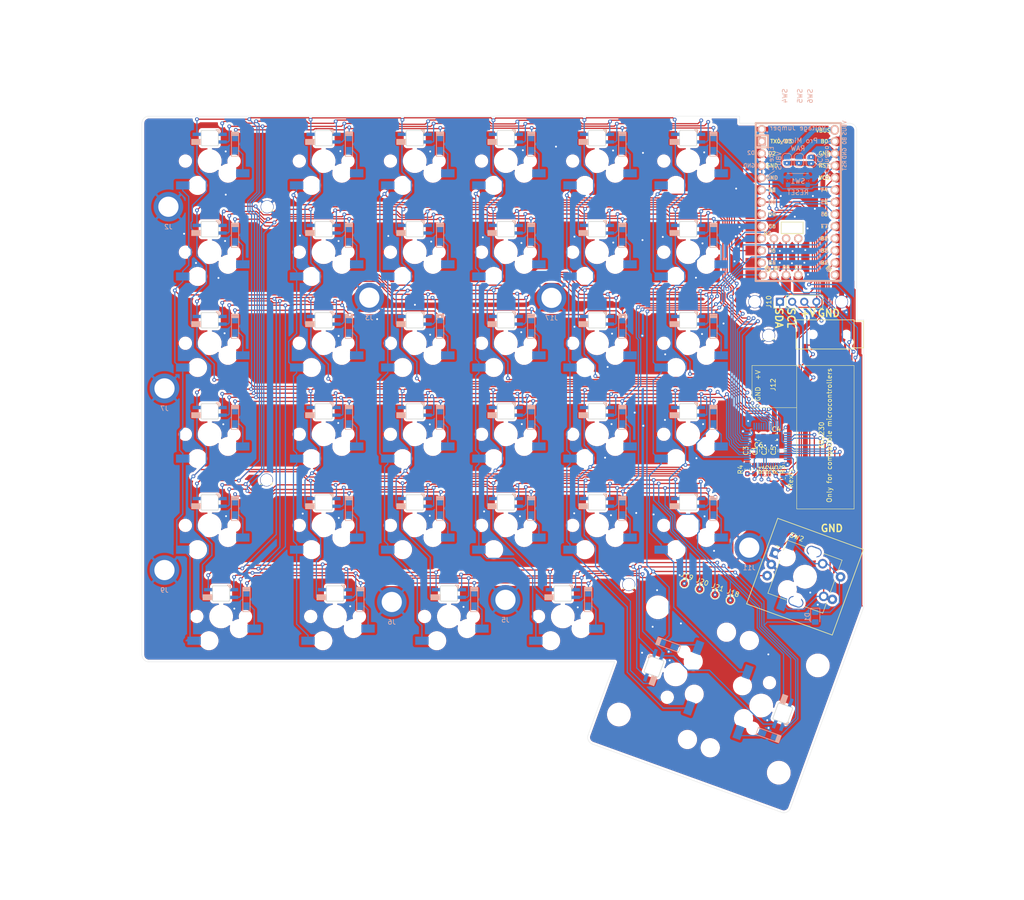
<source format=kicad_pcb>
(kicad_pcb (version 20211014) (generator pcbnew)
  (layers (0 "F.Cu" signal) (31 "B.Cu" signal) (34 "B.Paste" user) (35 "F.Paste" user) (36 "B.SilkS" user "B.Silkscreen") (37 "F.SilkS" user "F.Silkscreen") (38 "B.Mask" user) (39 "F.Mask" user) (44 "Edge.Cuts" user))
  (net 0 "")
  (net 1 "VCC")
  (net 2 "GND")
  (net 3 "col6")
  (net 4 "col5")
  (net 5 "col4")
  (net 6 "col3")
  (net 7 "col2")
  (net 8 "col1")
  (net 9 "row6")
  (net 10 "row5")
  (net 11 "row4")
  (net 12 "row3")
  (net 13 "row2")
  (net 14 "row1")
  (net 15 "led_row3B")
  (net 16 "led_row2B")
  (net 17 "led_row1B")
  (net 18 "led_row3A")
  (net 19 "led_row2A")
  (net 20 "led_row1A")
  (net 22 "SCL")
  (net 23 "INTB")
  (net 24 "SDB")
  (net 25 "Net-(Rext1-Pad1)")
  (net 26 "Net-(SW1-Pad1)")
  (net 27 "VIO")
  (net 28 "Net-(R4-Pad1)")
  (net 29 "Net-(K11-Pad2)")
  (net 30 "Net-(K12-Pad2)")
  (net 31 "Net-(K13-Pad2)")
  (net 32 "Net-(K14-Pad2)")
  (net 33 "Net-(K15-Pad2)")
  (net 34 "Net-(K16-Pad2)")
  (net 35 "Net-(K21-Pad2)")
  (net 36 "Net-(K22-Pad2)")
  (net 37 "Net-(K23-Pad2)")
  (net 38 "Net-(K24-Pad2)")
  (net 39 "Net-(K25-Pad2)")
  (net 40 "Net-(K26-Pad2)")
  (net 41 "Net-(K31-Pad2)")
  (net 42 "Net-(K32-Pad2)")
  (net 43 "Net-(K33-Pad2)")
  (net 44 "Net-(K34-Pad2)")
  (net 45 "Net-(K42-Pad2)")
  (net 46 "Net-(K52-Pad2)")
  (net 47 "Net-(K35-Pad2)")
  (net 48 "Net-(K36-Pad2)")
  (net 49 "Net-(K41-Pad2)")
  (net 50 "Net-(K43-Pad2)")
  (net 51 "Net-(K44-Pad2)")
  (net 52 "Net-(K45-Pad2)")
  (net 53 "Net-(K46-Pad2)")
  (net 54 "Net-(K51-Pad2)")
  (net 55 "Net-(K53-Pad2)")
  (net 56 "Net-(K54-Pad2)")
  (net 57 "Net-(K55-Pad2)")
  (net 58 "Net-(K56-Pad2)")
  (net 59 "Net-(K61-Pad2)")
  (net 60 "Net-(K62-Pad2)")
  (net 61 "Net-(K63-Pad2)")
  (net 62 "Net-(K65-Pad2)")
  (net 63 "Net-(K66-Pad2)")
  (net 64 "led_row1C")
  (net 65 "led_col1")
  (net 66 "led_col2")
  (net 67 "led_col3")
  (net 68 "led_col4")
  (net 69 "led_col5")
  (net 70 "led_col6")
  (net 71 "led_row2C")
  (net 72 "led_row3C")
  (net 73 "led_col9")
  (net 74 "led_col10")
  (net 75 "led_col11")
  (net 76 "led_col12")
  (net 77 "led_col13")
  (net 78 "led_col14")
  (net 79 "Net-(K64-Pad2)")
  (net 80 "serial")
  (net 81 "col7")
  (net 82 "col8")
  (net 83 "encA2")
  (net 84 "encA1")
  (net 87 "Net-(D1-Pad1)")
  (net 88 "VBUS")
  (net 89 "Net-(SW5-Pad1)")
  (net 91 "unconnected-(U1-Pad13)")
  (net 92 "unconnected-(U1-Pad27)")
  (net 103 "SDA")
  (footprint "vladkvit_keyb:Hybrid_PCB_100H_hotswap_diode_RGB_rot" (layer "F.Cu") (at 80.9625 42.8625)
    (fp_text reference "K24" hide)
    (fp_text value "KEYSW_RGB" hide)
    (fp_line (start 1.6 -3.2) (end -1.6 -3.2) (layer "Edge.Cuts") (width 0.12))
    (fp_line (start 1.8 -3.4) (end 1.8 -6.2) (layer "Edge.Cuts") (width 0.12))
    (fp_line (start 1.6 -6.4) (end -1.6 -6.4) (layer "Edge.Cuts") (width 0.12))
    (fp_line (start -1.8 -3.4) (end -1.8 -6.2) (layer "Edge.Cuts") (width 0.12))
    (fp_arc (start -1.8 -6.2) (mid -1.741421 -6.341421) (end -1.6 -6.4) (layer "Edge.Cuts") (width 0.12))
    (fp_arc (start 1.8 -3.4) (mid 1.741421 -3.258579) (end 1.6 -3.2) (layer "Edge.Cuts") (width 0.12))
    (fp_arc (start -1.6 -3.2) (mid -1.741421 -3.258579) (end -1.8 -3.4) (layer "Edge.Cuts") (width 0.12))
    (fp_arc (start 1.6 -6.4) (mid 1.741421 -6.341421) (end 1.8 -6.2) (layer "Edge.Cuts") (width 0.12))
  )
  (footprint "vladkvit_keyb:Hybrid_PCB_100H_hotswap_diode_RGB_rot" (layer "F.Cu") (at 100.0125 42.8625)
    (fp_text reference "K25" hide)
    (fp_text value "KEYSW_RGB" hide)
    (fp_line (start -1.8 -3.4) (end -1.8 -6.2) (layer "Edge.Cuts") (width 0.12))
    (fp_line (start 1.6 -3.2) (end -1.6 -3.2) (layer "Edge.Cuts") (width 0.12))
    (fp_line (start 1.6 -6.4) (end -1.6 -6.4) (layer "Edge.Cuts") (width 0.12))
    (fp_line (start 1.8 -3.4) (end 1.8 -6.2) (layer "Edge.Cuts") (width 0.12))
    (fp_arc (start 1.6 -6.4) (mid 1.741421 -6.341421) (end 1.8 -6.2) (layer "Edge.Cuts") (width 0.12))
    (fp_arc (start -1.6 -3.2) (mid -1.741421 -3.258579) (end -1.8 -3.4) (layer "Edge.Cuts") (width 0.12))
    (fp_arc (start 1.8 -3.4) (mid 1.741421 -3.258579) (end 1.6 -3.2) (layer "Edge.Cuts") (width 0.12))
    (fp_arc (start -1.8 -6.2) (mid -1.741421 -6.341421) (end -1.6 -6.4) (layer "Edge.Cuts") (width 0.12))
  )
  (footprint "vladkvit_keyb:Hybrid_PCB_100H_hotswap_diode_RGB_rot" (layer "F.Cu") (at 119.0625 42.8625)
    (fp_text reference "K26" hide)
    (fp_text value "KEYSW_RGB" hide)
    (fp_line (start 1.6 -6.4) (end -1.6 -6.4) (layer "Edge.Cuts") (width 0.12))
    (fp_line (start 1.6 -3.2) (end -1.6 -3.2) (layer "Edge.Cuts") (width 0.12))
    (fp_line (start -1.8 -3.4) (end -1.8 -6.2) (layer "Edge.Cuts") (width 0.12))
    (fp_line (start 1.8 -3.4) (end 1.8 -6.2) (layer "Edge.Cuts") (width 0.12))
    (fp_arc (start -1.6 -3.2) (mid -1.741421 -3.258579) (end -1.8 -3.4) (layer "Edge.Cuts") (width 0.12))
    (fp_arc (start 1.6 -6.4) (mid 1.741421 -6.341421) (end 1.8 -6.2) (layer "Edge.Cuts") (width 0.12))
    (fp_arc (start -1.8 -6.2) (mid -1.741421 -6.341421) (end -1.6 -6.4) (layer "Edge.Cuts") (width 0.12))
    (fp_arc (start 1.8 -3.4) (mid 1.741421 -3.258579) (end 1.6 -3.2) (layer "Edge.Cuts") (width 0.12))
  )
  (footprint "vladkvit_keyb:Hybrid_PCB_150H_hotswap_diode_RGB_rot" (layer "F.Cu") (at 19.0505 61.9125)
    (fp_text reference "K31" hide)
    (fp_text value "KEYSW_RGB" hide)
    (fp_line (start 1.6 -6.4) (end -1.6 -6.4) (layer "Edge.Cuts") (width 0.12))
    (fp_line (start 1.8 -3.4) (end 1.8 -6.2) (layer "Edge.Cuts") (width 0.12))
    (fp_line (start 1.6 -3.2) (end -1.6 -3.2) (layer "Edge.Cuts") (width 0.12))
    (fp_line (start -1.8 -3.4) (end -1.8 -6.2) (layer "Edge.Cuts") (width 0.12))
    (fp_arc (start -1.8 -6.2) (mid -1.741421 -6.341421) (end -1.6 -6.4) (layer "Edge.Cuts") (width 0.12))
    (fp_arc (start 1.6 -6.4) (mid 1.741421 -6.341421) (end 1.8 -6.2) (layer "Edge.Cuts") (width 0.12))
    (fp_arc (start -1.6 -3.2) (mid -1.741421 -3.258579) (end -1.8 -3.4) (layer "Edge.Cuts") (width 0.12))
    (fp_arc (start 1.8 -3.4) (mid 1.741421 -3.258579) (end 1.6 -3.2) (layer "Edge.Cuts") (width 0.12))
  )
  (footprint "vladkvit_keyb:Hybrid_PCB_100H_hotswap_diode_RGB_rot" (layer "F.Cu") (at 42.8625 61.9125)
    (fp_text reference "K32" hide)
    (fp_text value "KEYSW_RGB" hide)
    (fp_line (start 1.6 -3.2) (end -1.6 -3.2) (layer "Edge.Cuts") (width 0.12))
    (fp_line (start 1.6 -6.4) (end -1.6 -6.4) (layer "Edge.Cuts") (width 0.12))
    (fp_line (start -1.8 -3.4) (end -1.8 -6.2) (layer "Edge.Cuts") (width 0.12))
    (fp_line (start 1.8 -3.4) (end 1.8 -6.2) (layer "Edge.Cuts") (width 0.12))
    (fp_arc (start 1.8 -3.4) (mid 1.741421 -3.258579) (end 1.6 -3.2) (layer "Edge.Cuts") (width 0.12))
    (fp_arc (start 1.6 -6.4) (mid 1.741421 -6.341421) (end 1.8 -6.2) (layer "Edge.Cuts") (width 0.12))
    (fp_arc (start -1.6 -3.2) (mid -1.741421 -3.258579) (end -1.8 -3.4) (layer "Edge.Cuts") (width 0.12))
    (fp_arc (start -1.8 -6.2) (mid -1.741421 -6.341421) (end -1.6 -6.4) (layer "Edge.Cuts") (width 0.12))
  )
  (footprint "vladkvit_keyb:Hybrid_PCB_100H_hotswap_diode_RGB_rot" (layer "F.Cu") (at 61.9125 61.9125)
    (fp_text reference "K33" hide)
    (fp_text value "KEYSW_RGB" hide)
    (fp_line (start -1.8 -3.4) (end -1.8 -6.2) (layer "Edge.Cuts") (width 0.12))
    (fp_line (start 1.8 -3.4) (end 1.8 -6.2) (layer "Edge.Cuts") (width 0.12))
    (fp_line (start 1.6 -6.4) (end -1.6 -6.4) (layer "Edge.Cuts") (width 0.12))
    (fp_line (start 1.6 -3.2) (end -1.6 -3.2) (layer "Edge.Cuts") (width 0.12))
    (fp_arc (start 1.6 -6.4) (mid 1.741421 -6.341421) (end 1.8 -6.2) (layer "Edge.Cuts") (width 0.12))
    (fp_arc (start -1.8 -6.2) (mid -1.741421 -6.341421) (end -1.6 -6.4) (layer "Edge.Cuts") (width 0.12))
    (fp_arc (start 1.8 -3.4) (mid 1.741421 -3.258579) (end 1.6 -3.2) (layer "Edge.Cuts") (width 0.12))
    (fp_arc (start -1.6 -3.2) (mid -1.741421 -3.258579) (end -1.8 -3.4) (layer "Edge.Cuts") (width 0.12))
  )
  (footprint "vladkvit_keyb:Hybrid_PCB_100H_hotswap_diode_RGB_rot" (layer "F.Cu") (at 80.9625 61.9125)
    (fp_text reference "K34" hide)
    (fp_text value "KEYSW_RGB" hide)
    (fp_line (start -1.8 -3.4) (end -1.8 -6.2) (layer "Edge.Cuts") (width 0.12))
    (fp_line (start 1.8 -3.4) (end 1.8 -6.2) (layer "Edge.Cuts") (width 0.12))
    (fp_line (start 1.6 -6.4) (end -1.6 -6.4) (layer "Edge.Cuts") (width 0.12))
    (fp_line (start 1.6 -3.2) (end -1.6 -3.2) (layer "Edge.Cuts") (width 0.12))
    (fp_arc (start -1.8 -6.2) (mid -1.741421 -6.341421) (end -1.6 -6.4) (layer "Edge.Cuts") (width 0.12))
    (fp_arc (start -1.6 -3.2) (mid -1.741421 -3.258579) (end -1.8 -3.4) (layer "Edge.Cuts") (width 0.12))
    (fp_arc (start 1.6 -6.4) (mid 1.741421 -6.341421) (end 1.8 -6.2) (layer "Edge.Cuts") (width 0.12))
    (fp_arc (start 1.8 -3.4) (mid 1.741421 -3.258579) (end 1.6 -3.2) (layer "Edge.Cuts") (width 0.12))
  )
  (footprint "vladkvit_keyb:Hybrid_PCB_100H_hotswap_diode_RGB_rot" (layer "F.Cu") (at 100.0125 61.9125)
    (fp_text reference "K35" hide)
    (fp_text value "KEYSW_RGB" hide)
    (fp_line (start 1.6 -6.4) (end -1.6 -6.4) (layer "Edge.Cuts") (width 0.12))
    (fp_line (start -1.8 -3.4) (end -1.8 -6.2) (layer "Edge.Cuts") (width 0.12))
    (fp_line (start 1.8 -3.4) (end 1.8 -6.2) (layer "Edge.Cuts") (width 0.12))
    (fp_line (start 1.6 -3.2) (end -1.6 -3.2) (layer "Edge.Cuts") (width 0.12))
    (fp_arc (start 1.8 -3.4) (mid 1.741421 -3.258579) (end 1.6 -3.2) (layer "Edge.Cuts") (width 0.12))
    (fp_arc (start -1.8 -6.2) (mid -1.741421 -6.341421) (end -1.6 -6.4) (layer "Edge.Cuts") (width 0.12))
    (fp_arc (start -1.6 -3.2) (mid -1.741421 -3.258579) (end -1.8 -3.4) (layer "Edge.Cuts") (width 0.12))
    (fp_arc (start 1.6 -6.4) (mid 1.741421 -6.341421) (end 1.8 -6.2) (layer "Edge.Cuts") (width 0.12))
  )
  (footprint "vladkvit_keyb:Hybrid_PCB_100H_hotswap_diode_RGB_rot" (layer "F.Cu") (at 119.0625 61.9125)
    (fp_text reference "K36" hide)
    (fp_text value "KEYSW_RGB" hide)
    (fp_line (start -1.8 -3.4) (end -1.8 -6.2) (layer "Edge.Cuts") (width 0.12))
    (fp_line (start 1.6 -3.2) (end -1.6 -3.2) (layer "Edge.Cuts") (width 0.12))
    (fp_line (start 1.6 -6.4) (end -1.6 -6.4) (layer "Edge.Cuts") (width 0.12))
    (fp_line (start 1.8 -3.4) (end 1.8 -6.2) (layer "Edge.Cuts") (width 0.12))
    (fp_arc (start 1.6 -6.4) (mid 1.741421 -6.341421) (end 1.8 -6.2) (layer "Edge.Cuts") (width 0.12))
    (fp_arc (start -1.8 -6.2) (mid -1.741421 -6.341421) (end -1.6 -6.4) (layer "Edge.Cuts") (width 0.12))
    (fp_arc (start 1.8 -3.4) (mid 1.741421 -3.258579) (end 1.6 -3.2) (layer "Edge.Cuts") (width 0.12))
    (fp_arc (start -1.6 -3.2) (mid -1.741421 -3.258579) (end -1.8 -3.4) (layer "Edge.Cuts") (width 0.12))
  )
  (footprint "vladkvit_keyb:Hybrid_PCB_150H_hotswap_diode_RGB_rot" (layer "F.Cu") (at 19.0505 80.9625)
    (fp_text reference "K41" hide)
    (fp_text value "KEYSW_RGB" hide)
    (fp_line (start 1.8 -3.4) (end 1.8 -6.2) (layer "Edge.Cuts") (width 0.12))
    (fp_line (start -1.8 -3.4) (end -1.8 -6.2) (layer "Edge.Cuts") (width 0.12))
    (fp_line (start 1.6 -3.2) (end -1.6 -3.2) (layer "Edge.Cuts") (width 0.12))
    (fp_line (start 1.6 -6.4) (end -1.6 -6.4) (layer "Edge.Cuts") (width 0.12))
    (fp_arc (start -1.8 -6.2) (mid -1.741421 -6.341421) (end -1.6 -6.4) (layer "Edge.Cuts") (width 0.12))
    (fp_arc (start -1.6 -3.2) (mid -1.741421 -3.258579) (end -1.8 -3.4) (layer "Edge.Cuts") (width 0.12))
    (fp_arc (start 1.6 -6.4) (mid 1.741421 -6.341421) (end 1.8 -6.2) (layer "Edge.Cuts") (width 0.12))
    (fp_arc (start 1.8 -3.4) (mid 1.741421 -3.258579) (end 1.6 -3.2) (layer "Edge.Cuts") (width 0.12))
  )
  (footprint "vladkvit_keyb:Hybrid_PCB_100H_hotswap_diode_RGB_rot" (layer "F.Cu") (at 42.8625 80.9625)
    (fp_text reference "K42" hide)
    (fp_text value "KEYSW_RGB" hide)
    (fp_line (start 1.6 -6.4) (end -1.6 -6.4) (layer "Edge.Cuts") (width 0.12))
    (fp_line (start 1.6 -3.2) (end -1.6 -3.2) (layer "Edge.Cuts") (width 0.12))
    (fp_line (start 1.8 -3.4) (end 1.8 -6.2) (layer "Edge.Cuts") (width 0.12))
    (fp_line (start -1.8 -3.4) (end -1.8 -6.2) (layer "Edge.Cuts") (width 0.12))
    (fp_arc (start -1.8 -6.2) (mid -1.741421 -6.341421) (end -1.6 -6.4) (layer "Edge.Cuts") (width 0.12))
    (fp_arc (start -1.6 -3.2) (mid -1.741421 -3.258579) (end -1.8 -3.4) (layer "Edge.Cuts") (width 0.12))
    (fp_arc (start 1.8 -3.4) (mid 1.741421 -3.258579) (end 1.6 -3.2) (layer "Edge.Cuts") (width 0.12))
    (fp_arc (start 1.6 -6.4) (mid 1.741421 -6.341421) (end 1.8 -6.2) (layer "Edge.Cuts") (width 0.12))
  )
  (footprint "vladkvit_keyb:Hybrid_PCB_100H_hotswap_diode_RGB_rot" (layer "F.Cu") (at 61.9125 80.9625)
    (fp_text reference "K43" hide)
    (fp_text value "KEYSW_RGB" hide)
    (fp_line (start 1.6 -3.2) (end -1.6 -3.2) (layer "Edge.Cuts") (width 0.12))
    (fp_line (start 1.8 -3.4) (end 1.8 -6.2) (layer "Edge.Cuts") (width 0.12))
    (fp_line (start 1.6 -6.4) (end -1.6 -6.4) (layer "Edge.Cuts") (width 0.12))
    (fp_line (start -1.8 -3.4) (end -1.8 -6.2) (layer "Edge.Cuts") (width 0.12))
    (fp_arc (start -1.8 -6.2) (mid -1.741421 -6.341421) (end -1.6 -6.4) (layer "Edge.Cuts") (width 0.12))
    (fp_arc (start 1.8 -3.4) (mid 1.741421 -3.258579) (end 1.6 -3.2) (layer "Edge.Cuts") (width 0.12))
    (fp_arc (start 1.6 -6.4) (mid 1.741421 -6.341421) (end 1.8 -6.2) (layer "Edge.Cuts") (width 0.12))
    (fp_arc (start -1.6 -3.2) (mid -1.741421 -3.258579) (end -1.8 -3.4) (layer "Edge.Cuts") (width 0.12))
  )
  (footprint "vladkvit_keyb:Hybrid_PCB_100H_hotswap_diode_RGB_rot" (layer "F.Cu") (at 80.9625 80.9625)
    (fp_text reference "K44" hide)
    (fp_text value "KEYSW_RGB" hide)
    (fp_line (start -1.8 -3.4) (end -1.8 -6.2) (layer "Edge.Cuts") (width 0.12))
    (fp_line (start 1.6 -6.4) (end -1.6 -6.4) (layer "Edge.Cuts") (width 0.12))
    (fp_line (start 1.6 -3.2) (end -1.6 -3.2) (layer "Edge.Cuts") (width 0.12))
    (fp_line (start 1.8 -3.4) (end 1.8 -6.2) (layer "Edge.Cuts") (width 0.12))
    (fp_arc (start 1.6 -6.4) (mid 1.741421 -6.341421) (end 1.8 -6.2) (layer "Edge.Cuts") (width 0.12))
    (fp_arc (start -1.6 -3.2) (mid -1.741421 -3.258579) (end -1.8 -3.4) (layer "Edge.Cuts") (width 0.12))
    (fp_arc (start -1.8 -6.2) (mid -1.741421 -6.341421) (end -1.6 -6.4) (layer "Edge.Cuts") (width 0.12))
    (fp_arc (start 1.8 -3.4) (mid 1.741421 -3.258579) (end 1.6 -3.2) (layer "Edge.Cuts") (width 0.12))
  )
  (footprint "vladkvit_keyb:Hybrid_PCB_100H_hotswap_diode_RGB_rot" (layer "F.Cu") (at 100.0125 80.9625)
    (fp_text reference "K45" hide)
    (fp_text value "KEYSW_RGB" hide)
    (fp_line (start 1.8 -3.4) (end 1.8 -6.2) (layer "Edge.Cuts") (width 0.12))
    (fp_line (start 1.6 -6.4) (end -1.6 -6.4) (layer "Edge.Cuts") (width 0.12))
    (fp_line (start -1.8 -3.4) (end -1.8 -6.2) (layer "Edge.Cuts") (width 0.12))
    (fp_line (start 1.6 -3.2) (end -1.6 -3.2) (layer "Edge.Cuts") (width 0.12))
    (fp_arc (start 1.8 -3.4) (mid 1.741421 -3.258579) (end 1.6 -3.2) (layer "Edge.Cuts") (width 0.12))
    (fp_arc (start 1.6 -6.4) (mid 1.741421 -6.341421) (end 1.8 -6.2) (layer "Edge.Cuts") (width 0.12))
    (fp_arc (start -1.8 -6.2) (mid -1.741421 -6.341421) (end -1.6 -6.4) (layer "Edge.Cuts") (width 0.12))
    (fp_arc (start -1.6 -3.2) (mid -1.741421 -3.258579) (end -1.8 -3.4) (layer "Edge.Cuts") (width 0.12))
  )
  (footprint "vladkvit_keyb:Hybrid_PCB_150H_hotswap_diode_RGB_rot" (layer "F.Cu") (at 19.0505 100.0125)
    (fp_text reference "K51" hide)
    (fp_text value "KEYSW_RGB" hide)
    (fp_line (start 1.6 -6.4) (end -1.6 -6.4) (layer "Edge.Cuts") (width 0.12))
    (fp_line (start 1.6 -3.2) (end -1.6 -3.2) (layer "Edge.Cuts") (width 0.12))
    (fp_line (start -1.8 -3.4) (end -1.8 -6.2) (layer "Edge.Cuts") (width 0.12))
    (fp_line (start 1.8 -3.4) (end 1.8 -6.2) (layer "Edge.Cuts") (width 0.12))
    (fp_arc (start 1.8 -3.4) (mid 1.741421 -3.258579) (end 1.6 -3.2) (layer "Edge.Cuts") (width 0.12))
    (fp_arc (start -1.6 -3.2) (mid -1.741421 -3.258579) (end -1.8 -3.4) (layer "Edge.Cuts") (width 0.12))
    (fp_arc (start 1.6 -6.4) (mid 1.741421 -6.341421) (end 1.8 -6.2) (layer "Edge.Cuts") (width 0.12))
    (fp_arc (start -1.8 -6.2) (mid -1.741421 -6.341421) (end -1.6 -6.4) (layer "Edge.Cuts") (width 0.12))
  )
  (footprint "vladkvit_keyb:Hybrid_PCB_100H_hotswap_diode_RGB_rot" (layer "F.Cu") (at 42.8625 100.0125)
    (fp_text reference "K52" hide)
    (fp_text value "KEYSW_RGB" hide)
    (fp_line (start 1.8 -3.4) (end 1.8 -6.2) (layer "Edge.Cuts") (width 0.12))
    (fp_line (start 1.6 -6.4) (end -1.6 -6.4) (layer "Edge.Cuts") (width 0.12))
    (fp_line (start -1.8 -3.4) (end -1.8 -6.2) (layer "Edge.Cuts") (width 0.12))
    (fp_line (start 1.6 -3.2) (end -1.6 -3.2) (layer "Edge.Cuts") (width 0.12))
    (fp_arc (start -1.8 -6.2) (mid -1.741421 -6.341421) (end -1.6 -6.4) (layer "Edge.Cuts") (width 0.12))
    (fp_arc (start 1.8 -3.4) (mid 1.741421 -3.258579) (end 1.6 -3.2) (layer "Edge.Cuts") (width 0.12))
    (fp_arc (start -1.6 -3.2) (mid -1.741421 -3.258579) (end -1.8 -3.4) (layer "Edge.Cuts") (width 0.12))
    (fp_arc (start 1.6 -6.4) (mid 1.741421 -6.341421) (end 1.8 -6.2) (layer "Edge.Cuts") (width 0.12))
  )
  (footprint "vladkvit_keyb:Hybrid_PCB_100H_hotswap_diode_RGB_rot" (layer "F.Cu") (at 61.9125 100.0125)
    (fp_text reference "K53" hide)
    (fp_text value "KEYSW_RGB" hide)
    (fp_line (start 1.6 -3.2) (end -1.6 -3.2) (layer "Edge.Cuts") (width 0.12))
    (fp_line (start 1.6 -6.4) (end -1.6 -6.4) (layer "Edge.Cuts") (width 0.12))
    (fp_line (start 1.8 -3.4) (end 1.8 -6.2) (layer "Edge.Cuts") (width 0.12))
    (fp_line (start -1.8 -3.4) (end -1.8 -6.2) (layer "Edge.Cuts") (width 0.12))
    (fp_arc (start -1.8 -6.2) (mid -1.741421 -6.341421) (end -1.6 -6.4) (layer "Edge.Cuts") (width 0.12))
    (fp_arc (start 1.8 -3.4) (mid 1.741421 -3.258579) (end 1.6 -3.2) (layer "Edge.Cuts") (width 0.12))
    (fp_arc (start -1.6 -3.2) (mid -1.741421 -3.258579) (end -1.8 -3.4) (layer "Edge.Cuts") (width 0.12))
    (fp_arc (start 1.6 -6.4) (mid 1.741421 -6.341421) (end 1.8 -6.2) (layer "Edge.Cuts") (width 0.12))
  )
  (footprint "vladkvit_keyb:Hybrid_PCB_100H_hotswap_diode_RGB_rot" (layer "F.Cu") (at 80.9625 100.0125)
    (fp_text reference "K54" hide)
    (fp_text value "KEYSW_RGB" hide)
    (fp_line (start 1.6 -6.4) (end -1.6 -6.4) (layer "Edge.Cuts") (width 0.12))
    (fp_line (start 1.8 -3.4) (end 1.8 -6.2) (layer "Edge.Cuts") (width 0.12))
    (fp_line (start -1.8 -3.4) (end -1.8 -6.2) (layer "Edge.Cuts") (width 0.12))
    (fp_line (start 1.6 -3.2) (end -1.6 -3.2) (layer "Edge.Cuts") (width 0.12))
    (fp_arc (start 1.8 -3.4) (mid 1.741421 -3.258579) (end 1.6 -3.2) (layer "Edge.Cuts") (width 0.12))
    (fp_arc (start -1.6 -3.2) (mid -1.741421 -3.258579) (end -1.8 -3.4) (layer "Edge.Cuts") (width 0.12))
    (fp_arc (start 1.6 -6.4) (mid 1.741421 -6.341421) (end 1.8 -6.2) (layer "Edge.Cuts") (width 0.12))
    (fp_arc (start -1.8 -6.2) (mid -1.741421 -6.341421) (end -1.6 -6.4) (layer "Edge.Cuts") (width 0.12))
  )
  (footprint "vladkvit_keyb:Hybrid_PCB_100H_hotswap_diode_RGB_rot" (layer "F.Cu") (at 100.0125 100.0125)
    (fp_text reference "K55" hide)
    (fp_text value "KEYSW_RGB" hide)
    (fp_line (start -1.8 -3.4) (end -1.8 -6.2) (layer "Edge.Cuts") (width 0.12))
    (fp_line (start 1.8 -3.4) (end 1.8 -6.2) (layer "Edge.Cuts") (width 0.12))
    (fp_line (start 1.6 -6.4) (end -1.6 -6.4) (layer "Edge.Cuts") (width 0.12))
    (fp_line (start 1.6 -3.2) (end -1.6 -3.2) (layer "Edge.Cuts") (width 0.12))
    (fp_arc (start 1.6 -6.4) (mid 1.741421 -6.341421) (end 1.8 -6.2) (layer "Edge.Cuts") (width 0.12))
    (fp_arc (start -1.6 -3.2) (mid -1.741421 -3.258579) (end -1.8 -3.4) (layer "Edge.Cuts") (width 0.12))
    (fp_arc (start -1.8 -6.2) (mid -1.741421 -6.341421) (end -1.6 -6.4) (layer "Edge.Cuts") (width 0.12))
    (fp_arc (start 1.8 -3.4) (mid 1.741421 -3.258579) (end 1.6 -3.2) (layer "Edge.Cuts") (width 0.12))
  )
  (footprint "vladkvit_keyb:Hybrid_PCB_100H_hotswap_diode_RGB_rot" (layer "F.Cu") (at 119.0625 100.0125)
    (fp_text reference "K56" hide)
    (fp_text value "KEYSW_RGB" hide)
    (fp_line (start 1.8 -3.4) (end 1.8 -6.2) (layer "Edge.Cuts") (width 0.12))
    (fp_line (start 1.6 -6.4) (end -1.6 -6.4) (layer "Edge.Cuts") (width 0.12))
    (fp_line (start -1.8 -3.4) (end -1.8 -6.2) (layer "Edge.Cuts") (width 0.12))
    (fp_line (start 1.6 -3.2) (end -1.6 -3.2) (layer "Edge.Cuts") (width 0.12))
    (fp_arc (start -1.6 -3.2) (mid -1.741421 -3.258579) (end -1.8 -3.4) (layer "Edge.Cuts") (width 0.12))
    (fp_arc (start 1.8 -3.4) (mid 1.741421 -3.258579) (end 1.6 -3.2) (layer "Edge.Cuts") (width 0.12))
    (fp_arc (start 1.6 -6.4) (mid 1.741421 -6.341421) (end 1.8 -6.2) (layer "Edge.Cuts") (width 0.12))
    (fp_arc (start -1.8 -6.2) (mid -1.741421 -6.341421) (end -1.6 -6.4) (layer "Edge.Cuts") (width 0.12))
  )
  (footprint "vladkvit_keyb:Hybrid_PCB_125H_hotswap_diode_RGB_rot" (layer "F.Cu") (at 21.431 119.0625)
    (fp_text reference "K61" hide)
    (fp_text value "KEYSW_RGB" hide)
    (fp_line (start -1.8 -3.4) (end -1.8 -6.2) (layer "Edge.Cuts") (width 0.12))
    (fp_line (start 1.6 -3.2) (end -1.6 -3.2) (layer "Edge.Cuts") (width 0.12))
    (fp_line (start 1.8 -3.4) (end 1.8 -6.2) (layer "Edge.Cuts") (width 0.12))
    (fp_line (start 1.6 -6.4) (end -1.6 -6.4) (layer "Edge.Cuts") (width 0.12))
    (fp_arc (start 1.6 -6.4) (mid 1.741421 -6.341421) (end 1.8 -6.2) (layer "Edge.Cuts") (width 0.12))
    (fp_arc (start 1.8 -3.4) (mid 1.741421 -3.258579) (end 1.6 -3.2) (layer "Edge.Cuts") (width 0.12))
    (fp_arc (start -1.8 -6.2) (mid -1.741421 -6.341421) (end -1.6 -6.4) (layer "Edge.Cuts") (width 0.12))
    (fp_arc (start -1.6 -3.2) (mid -1.741421 -3.258579) (end -1.8 -3.4) (layer "Edge.Cuts") (width 0.12))
  )
  (footprint "vladkvit_keyb:Hybrid_PCB_125H_hotswap_diode_RGB_rot" (layer "F.Cu") (at 45.2435 119.0625)
    (fp_text reference "K62" hide)
    (fp_text value "KEYSW_RGB" hide)
    (fp_line (start 1.8 -3.4) (end 1.8 -6.2) (layer "Edge.Cuts") (width 0.12))
    (fp_line (start 1.6 -3.2) (end -1.6 -3.2) (layer "Edge.Cuts") (width 0.12))
    (fp_line (start 1.6 -6.4) (end -1.6 -6.4) (layer "Edge.Cuts") (width 0.12))
    (fp_line (start -1.8 -3.4) (end -1.8 -6.2) (layer "Edge.Cuts") (width 0.12))
    (fp_arc (start 1.6 -6.4) (mid 1.741421 -6.341421) (end 1.8 -6.2) (layer "Edge.Cuts") (width 0.12))
    (fp_arc (start -1.6 -3.2) (mid -1.741421 -3.258579) (end -1.8 -3.4) (layer "Edge.Cuts") (width 0.12))
    (fp_arc (start -1.8 -6.2) (mid -1.741421 -6.341421) (end -1.6 -6.4) (layer "Edge.Cuts") (width 0.12))
    (fp_arc (start 1.8 -3.4) (mid 1.741421 -3.258579) (end 1.6 -3.2) (layer "Edge.Cuts") (width 0.12))
  )
  (footprint "vladkvit_keyb:Hybrid_PCB_125H_hotswap_diode_RGB_rot" (layer "F.Cu") (at 69.056 119.0625)
    (fp_text reference "K63" hide)
    (fp_text value "KEYSW_RGB" hide)
    (fp_line (start -1.8 -3.4) (end -1.8 -6.2) (layer "Edge.Cuts") (width 0.12))
    (fp_line (start 1.6 -3.2) (end -1.6 -3.2) (layer "Edge.Cuts") (width 0.12))
    (fp_line (start 1.6 -6.4) (end -1.6 -6.4) (layer "Edge.Cuts") (width 0.12))
    (fp_line (start 1.8 -3.4) (end 1.8 -6.2) (layer "Edge.Cuts") (width 0.12))
    (fp_arc (start 1.8 -3.4) (mid 1.741421 -3.258579) (end 1.6 -3.2) (layer "Edge.Cuts") (width 0.12))
    (fp_arc (start -1.8 -6.2) (mid -1.741421 -6.341421) (end -1.6 -6.4) (layer "Edge.Cuts") (width 0.12))
    (fp_arc (start 1.6 -6.4) (mid 1.741421 -6.341421) (end 1.8 -6.2) (layer "Edge.Cuts") (width 0.12))
    (fp_arc (start -1.6 -3.2) (mid -1.741421 -3.258579) (end -1.8 -3.4) (layer "Edge.Cuts") (width 0.12))
  )
  (footprint "vladkvit_keyb:Hybrid_PCB_150H_hotswap_diode_RGB_rot" (layer "F.Cu") (at 19.0505 23.8125)
    (fp_text reference "K11" hide)
    (fp_text value "KEYSW_RGB" hide)
    (fp_line (start 1.6 -6.4) (end -1.6 -6.4) (layer "Edge.Cuts") (width 0.12))
    (fp_line (start 1.6 -3.2) (end -1.6 -3.2) (layer "Edge.Cuts") (width 0.12))
    (fp_line (start 1.8 -3.4) (end 1.8 -6.2) (layer "Edge.Cuts") (width 0.12))
    (fp_line (start -1.8 -3.4) (end -1.8 -6.2) (layer "Edge.Cuts") (width 0.12))
    (fp_arc (start 1.8 -3.4) (mid 1.741421 -3.258579) (end 1.6 -3.2) (layer "Edge.Cuts") (width 0.12))
    (fp_arc (start -1.8 -6.2) (mid -1.741421 -6.341421) (end -1.6 -6.4) (layer "Edge.Cuts") (width 0.12))
    (fp_arc (start 1.6 -6.4) (mid 1.741421 -6.341421) (end 1.8 -6.2) (layer "Edge.Cuts") (width 0.12))
    (fp_arc (start -1.6 -3.2) (mid -1.741421 -3.258579) (end -1.8 -3.4) (layer "Edge.Cuts") (width 0.12))
  )
  (footprint "vladkvit_keyb:Hybrid_PCB_100H_hotswap_diode_RGB_rot" (layer "F.Cu") (at 42.8625 23.8125)
    (fp_text reference "K12" hide)
    (fp_text value "KEYSW_RGB" hide)
    (fp_line (start -1.8 -3.4) (end -1.8 -6.2) (layer "Edge.Cuts") (width 0.12))
    (fp_line (start 1.8 -3.4) (end 1.8 -6.2) (layer "Edge.Cuts") (width 0.12))
    (fp_line (start 1.6 -6.4) (end -1.6 -6.4) (layer "Edge.Cuts") (width 0.12))
    (fp_line (start 1.6 -3.2) (end -1.6 -3.2) (layer "Edge.Cuts") (width 0.12))
    (fp_arc (start -1.8 -6.2) (mid -1.741421 -6.341421) (end -1.6 -6.4) (layer "Edge.Cuts") (width 0.12))
    (fp_arc (start 1.6 -6.4) (mid 1.741421 -6.341421) (end 1.8 -6.2) (layer "Edge.Cuts") (width 0.12))
    (fp_arc (start -1.6 -3.2) (mid -1.741421 -3.258579) (end -1.8 -3.4) (layer "Edge.Cuts") (width 0.12))
    (fp_arc (start 1.8 -3.4) (mid 1.741421 -3.258579) (end 1.6 -3.2) (layer "Edge.Cuts") (width 0.12))
  )
  (footprint "vladkvit_keyb:Hybrid_PCB_100H_hotswap_diode_RGB_rot" (layer "F.Cu") (at 61.9125 23.8125)
    (fp_text reference "K13" hide)
    (fp_text value "KEYSW_RGB" hide)
    (fp_line (start 1.8 -3.4) (end 1.8 -6.2) (layer "Edge.Cuts") (width 0.12))
    (fp_line (start 1.6 -6.4) (end -1.6 -6.4) (layer "Edge.Cuts") (width 0.12))
    (fp_line (start -1.8 -3.4) (end -1.8 -6.2) (layer "Edge.Cuts") (width 0.12))
    (fp_line (start 1.6 -3.2) (end -1.6 -3.2) (layer "Edge.Cuts") (width 0.12))
    (fp_arc (start 1.8 -3.4) (mid 1.741421 -3.258579) (end 1.6 -3.2) (layer "Edge.Cuts") (width 0.12))
    (fp_arc (start -1.8 -6.2) (mid -1.741421 -6.341421) (end -1.6 -6.4) (layer "Edge.Cuts") (width 0.12))
    (fp_arc (start -1.6 -3.2) (mid -1.741421 -3.258579) (end -1.8 -3.4) (layer "Edge.Cuts") (width 0.12))
    (fp_arc (start 1.6 -6.4) (mid 1.741421 -6.341421) (end 1.8 -6.2) (layer "Edge.Cuts") (width 0.12))
  )
  (footprint "vladkvit_keyb:Hybrid_PCB_100H_hotswap_diode_RGB_rot" (layer "F.Cu") (at 80.9625 23.8125)
    (fp_text reference "K14" hide)
    (fp_text value "KEYSW_RGB" hide)
    (fp_line (start 1.6 -3.2) (end -1.6 -3.2) (layer "Edge.Cuts") (width 0.12))
    (fp_line (start -1.8 -3.4) (end -1.8 -6.2) (layer "Edge.Cuts") (width 0.12))
    (fp_line (start 1.6 -6.4) (end -1.6 -6.4) (layer "Edge.Cuts") (width 0.12))
    (fp_line (start 1.8 -3.4) (end 1.8 -6.2) (layer "Edge.Cuts") (width 0.12))
    (fp_arc (start 1.6 -6.4) (mid 1.741421 -6.341421) (end 1.8 -6.2) (layer "Edge.Cuts") (width 0.12))
    (fp_arc (start -1.6 -3.2) (mid -1.741421 -3.258579) (end -1.8 -3.4) (layer "Edge.Cuts") (width 0.12))
    (fp_arc (start -1.8 -6.2) (mid -1.741421 -6.341421) (end -1.6 -6.4) (layer "Edge.Cuts") (width 0.12))
    (fp_arc (start 1.8 -3.4) (mid 1.741421 -3.258579) (end 1.6 -3.2) (layer "Edge.Cuts") (width 0.12))
  )
  (footprint "vladkvit_keyb:Hybrid_PCB_100H_hotswap_diode_RGB_rot" (layer "F.Cu") (at 100.0125 23.8125)
    (fp_text reference "K15" hide)
    (fp_text value "KEYSW_RGB" hide)
    (fp_line (start -1.8 -3.4) (end -1.8 -6.2) (layer "Edge.Cuts") (width 0.12))
    (fp_line (start 1.6 -3.2) (end -1.6 -3.2) (layer "Edge.Cuts") (width 0.12))
    (fp_line (start 1.8 -3.4) (end 1.8 -6.2) (layer "Edge.Cuts") (width 0.12))
    (fp_line (start 1.6 -6.4) (end -1.6 -6.4) (layer "Edge.Cuts") (width 0.12))
    (fp_arc (start -1.8 -6.2) (mid -1.741421 -6.341421) (end -1.6 -6.4) (layer "Edge.Cuts") (width 0.12))
    (fp_arc (start 1.6 -6.4) (mid 1.741421 -6.341421) (end 1.8 -6.2) (layer "Edge.Cuts") (width 0.12))
    (fp_arc (start -1.6 -3.2) (mid -1.741421 -3.258579) (end -1.8 -3.4) (layer "Edge.Cuts") (width 0.12))
    (fp_arc (start 1.8 -3.4) (mid 1.741421 -3.258579) (end 1.6 -3.2) (layer "Edge.Cuts") (width 0.12))
  )
  (footprint "vladkvit_keyb:Hybrid_PCB_100H_hotswap_diode_RGB_rot" (layer "F.Cu") (at 119.0625 23.8125)
    (fp_text reference "K16" hide)
    (fp_text value "KEYSW_RGB" hide)
    (fp_line (start 1.6 -3.2) (end -1.6 -3.2) (layer "Edge.Cuts") (width 0.12))
    (fp_line (start 1.8 -3.4) (end 1.8 -6.2) (layer "Edge.Cuts") (width 0.12))
    (fp_line (start -1.8 -3.4) (end -1.8 -6.2) (layer "Edge.Cuts") (width 0.12))
    (fp_line (start 1.6 -6.4) (end -1.6 -6.4) (layer "Edge.Cuts") (width 0.12))
    (fp_arc (start -1.6 -3.2) (mid -1.741421 -3.258579) (end -1.8 -3.4) (layer "Edge.Cuts") (width 0.12))
    (fp_arc (start -1.8 -6.2) (mid -1.741421 -6.341421) (end -1.6 -6.4) (layer "Edge.Cuts") (width 0.12))
    (fp_arc (start 1.8 -3.4) (mid 1.741421 -3.258579) (end 1.6 -3.2) (layer "Edge.Cuts") (width 0.12))
    (fp_arc (start 1.6 -6.4) (mid 1.741421 -6.341421) (end 1.8 -6.2) (layer "Edge.Cuts") (width 0.12))
  )
  (footprint "vladkvit_keyb:Hybrid_PCB_150H_hotswap_diode_RGB_rot" (layer "F.Cu") (at 19.0505 42.8625)
    (fp_text reference "K21" hide)
    (fp_text value "KEYSW_RGB" hide)
    (fp_line (start -1.8 -3.4) (end -1.8 -6.2) (layer "Edge.Cuts") (width 0.12))
    (fp_line (start 1.6 -6.4) (end -1.6 -6.4) (layer "Edge.Cuts") (width 0.12))
    (fp_line (start 1.8 -3.4) (end 1.8 -6.2) (layer "Edge.Cuts") (width 0.12))
    (fp_line (start 1.6 -3.2) (end -1.6 -3.2) (layer "Edge.Cuts") (width 0.12))
    (fp_arc (start 1.6 -6.4) (mid 1.741421 -6.341421) (end 1.8 -6.2) (layer "Edge.Cuts") (width 0.12))
    (fp_arc (start 1.8 -3.4) (mid 1.741421 -3.258579) (end 1.6 -3.2) (layer "Edge.Cuts") (width 0.12))
    (fp_arc (start -1.6 -3.2) (mid -1.741421 -3.258579) (end -1.8 -3.4) (layer "Edge.Cuts") (width 0.12))
    (fp_arc (start -1.8 -6.2) (mid -1.741421 -6.341421) (end -1.6 -6.4) (layer "Edge.Cuts") (width 0.12))
  )
  (footprint "vladkvit_keyb:Hybrid_PCB_100H_hotswap_diode_RGB_rot" (layer "F.Cu") (at 42.8625 42.8625)
    (fp_text reference "K22" hide)
    (fp_text value "KEYSW_RGB" hide)
    (fp_line (start 1.6 -3.2) (end -1.6 -3.2) (layer "Edge.Cuts") (width 0.12))
    (fp_line (start 1.8 -3.4) (end 1.8 -6.2) (layer "Edge.Cuts") (width 0.12))
    (fp_line (start -1.8 -3.4) (end -1.8 -6.2) (layer "Edge.Cuts") (width 0.12))
    (fp_line (start 1.6 -6.4) (end -1.6 -6.4) (layer "Edge.Cuts") (width 0.12))
    (fp_arc (start -1.6 -3.2) (mid -1.741421 -3.258579) (end -1.8 -3.4) (layer "Edge.Cuts") (width 0.12))
    (fp_arc (start -1.8 -6.2) (mid -1.741421 -6.341421) (end -1.6 -6.4) (layer "Edge.Cuts") (width 0.12))
    (fp_arc (start 1.6 -6.4) (mid 1.741421 -6.341421) (end 1.8 -6.2) (layer "Edge.Cuts") (width 0.12))
    (fp_arc (start 1.8 -3.4) (mid 1.741421 -3.258579) (end 1.6 -3.2) (layer "Edge.Cuts") (width 0.12))
  )
  (footprint "vladkvit_keyb:Hybrid_PCB_100H_hotswap_diode_RGB_rot" (layer "F.Cu") (at 61.9125 42.8625)
    (fp_text reference "K23" hide)
    (fp_text value "KEYSW_RGB" hide)
    (fp_line (start 1.6 -3.2) (end -1.6 -3.2) (layer "Edge.Cuts") (width 0.12))
    (fp_line (start 1.8 -3.4) (end 1.8 -6.2) (layer "Edge.Cuts") (width 0.12))
    (fp_line (start 1.6 -6.4) (end -1.6 -6.4) (layer "Edge.Cuts") (width 0.12))
    (fp_line (start -1.8 -3.4) (end -1.8 -6.2) (layer "Edge.Cuts") (width 0.12))
    (fp_arc (start 1.8 -3.4) (mid 1.741421 -3.258579) (end 1.6 -3.2) (layer "Edge.Cuts") (width 0.12))
    (fp_arc (start -1.8 -6.2) (mid -1.741421 -6.341421) (end -1.6 -6.4) (layer "Edge.Cuts") (width 0.12))
    (fp_arc (start -1.6 -3.2) (mid -1.741421 -3.258579) (end -1.8 -3.4) (layer "Edge.Cuts") (width 0.12))
    (fp_arc (start 1.6 -6.4) (mid 1.741421 -6.341421) (end 1.8 -6.2) (layer "Edge.Cuts") (width 0.12))
  )
  (footprint "vladkvit_keyb:Hybrid_PCB_125H_hotswap_diode_RGB_rot" (layer "F.Cu") (at 92.8685 119.0625)
    (fp_text reference "K64" hide)
    (fp_text value "KEYSW_RGB" hide)
    (fp_line (start -1.8 -3.4) (end -1.8 -6.2) (layer "Edge.Cuts") (width 0.12))
    (fp_line (start 1.8 -3.4) (end 1.8 -6.2) (layer "Edge.Cuts") (width 0.12))
    (fp_line (start 1.6 -3.2) (end -1.6 -3.2) (layer "Edge.Cuts") (width 0.12))
    (fp_line (start 1.6 -6.4) (end -1.6 -6.4) (layer "Edge.Cuts") (width 0.12))
    (fp_arc (start -1.8 -6.2) (mid -1.741421 -6.341421) (end -1.6 -6.4) (layer "Edge.Cuts") (width 0.12))
    (fp_arc (start -1.6 -3.2) (mid -1.741421 -3.258579) (end -1.8 -3.4) (layer "Edge.Cuts") (width 0.12))
    (fp_arc (start 1.6 -6.4) (mid 1.741421 -6.341421) (end 1.8 -6.2) (layer "Edge.Cuts") (width 0.12))
    (fp_arc (start 1.8 -3.4) (mid 1.741421 -3.258579) (end 1.6 -3.2) (layer "Edge.Cuts") (width 0.12))
  )
  (footprint "vladkvit_keyb:Hybrid_PCB_100H_hotswap_diode_RGB_rot" (layer "F.Cu") (at 119.0625 80.9625)
    (fp_text reference "K46" hide)
    (fp_text value "KEYSW_RGB" hide)
    (fp_line (start -1.8 -3.4) (end -1.8 -6.2) (layer "Edge.Cuts") (width 0.12))
    (fp_line (start 1.6 -6.4) (end -1.6 -6.4) (layer "Edge.Cuts") (width 0.12))
    (fp_line (start 1.6 -3.2) (end -1.6 -3.2) (layer "Edge.Cuts") (width 0.12))
    (fp_line (start 1.8 -3.4) (end 1.8 -6.2) (layer "Edge.Cuts") (width 0.12))
    (fp_arc (start -1.6 -3.2) (mid -1.741421 -3.258579) (end -1.8 -3.4) (layer "Edge.Cuts") (width 0.12))
    (fp_arc (start 1.8 -3.4) (mid 1.741421 -3.258579) (end 1.6 -3.2) (layer "Edge.Cuts") (width 0.12))
    (fp_arc (start -1.8 -6.2) (mid -1.741421 -6.341421) (end -1.6 -6.4) (layer "Edge.Cuts") (width 0.12))
    (fp_arc (start 1.6 -6.4) (mid 1.741421 -6.341421) (end 1.8 -6.2) (layer "Edge.Cuts") (width 0.12))
  )
  (footprint "vladkvit_keyb:microcontroller_eliteC_ninenano" (layer "F.Cu") (at 142.0876 33.655)
    (fp_text reference "U1" hide)
    (fp_text value "microctrl_superset" hide)
  )
  (footprint "vladkvit_keyb:Hybrid_PCB_200H_hotswap_diode_RGB" (layer "F.Cu") (at 134.341114 137.702962 70)
    (fp_text reference "K66" hide)
    (fp_text value "KEYSW_RGB" hide)
    (fp_line (start -1.6 6.4) (end 1.6 6.4) (layer "Edge.Cuts") (width 0.12))
    (fp_line (start -1.8 3.4) (end -1.8 6.2) (layer "Edge.Cuts") (width 0.12))
    (fp_line (start 1.8 3.4) (end 1.8 6.2) (layer "Edge.Cuts") (width 0.12))
    (fp_line (start -1.6 3.2) (end 1.6 3.2) (layer "Edge.Cuts") (width 0.12))
    (fp_arc (start -1.8 3.4) (mid -1.741421 3.258579) (end -1.6 3.2) (layer "Edge.Cuts") (width 0.12))
    (fp_arc (start 1.8 6.2) (mid 1.741422 6.341421) (end 1.6 6.4) (layer "Edge.Cuts") (width 0.12))
    (fp_arc (start 1.6 3.2) (mid 1.741421 3.258579) (end 1.8 3.4) (layer "Edge.Cuts") (width 0.12))
    (fp_arc (start -1.6 6.4) (mid -1.741421 6.341421) (end -1.8 6.2) (layer "Edge.Cuts") (width 0.12))
  )
  (footprint "vladkvit_keyb:RotaryEncoderEC11_MX_combo" (layer "F.Cu") (at 143.4973 110.744 -20)
    (fp_text reference "SW2")
    (fp_text value "Rotary_Encoder_Switch")
  )
  (footprint "vladkvit_keyb:TRRS-PJ-320D" (layer "F.Cu") (at 153.7462 60.071 -90)
    (fp_text reference "J1")
    (fp_text value "AudioJack4")
  )
  (footprint "vladkvit_keyb:battery_solder_point" (layer "F.Cu") (at 136.3345 70.5993 90)
    (fp_text reference "J12")
    (fp_text value "Conn_01x02")
  )
  (footprint "Capacitor_SMD:C_0805_2012Metric_Pad1.15x1.40mm_HandSolder" (layer "F.Cu") (at 136.63422 84.3915 90)
    (fp_text reference "C2")
    (fp_text value "CP")
  )
  (footprint "Capacitor_SMD:C_0805_2012Metric_Pad1.15x1.40mm_HandSolder" (layer "F.Cu") (at 134.71144 84.3915 90)
    (fp_text reference "C1")
    (fp_text value "CP")
  )
  (footprint "Capacitor_SMD:C_0805_2012Metric_Pad1.15x1.40mm_HandSolder" (layer "F.Cu") (at 132.7912 84.3915 90)
    (fp_text reference "C3")
    (fp_text value "CP")
  )
  (footprint "Capacitor_SMD:C_0805_2012Metric_Pad1.15x1.40mm_HandSolder" (layer "F.Cu") (at 137.5283 81.5594)
    (fp_text reference "C4")
    (fp_text value "CP")
  )
  (footprint "Capacitor_SMD:C_0805_2012Metric_Pad1.15x1.40mm_HandSolder" (layer "F.Cu") (at 138.557 84.3915 90)
    (fp_text reference "C5")
    (fp_text value "CP")
  )
  (footprint "Capacitor_SMD:C_0805_2012Metric_Pad1.15x1.40mm_HandSolder" (layer "F.Cu") (at 133.7945 81.5594 180)
    (fp_text reference "C6")
    (fp_text value "CP")
  )
  (footprint "Resistor_SMD:R_0603_1608Metric_Pad1.05x0.95mm_HandSolder" (layer "F.Cu") (at 132.9309 88.3399 -90)
    (fp_text reference "R1")
    (fp_text value "R100k")
  )
  (footprint "Resistor_SMD:R_0603_1608Metric_Pad1.05x0.95mm_HandSolder" (layer "F.Cu") (at 137.3886 88.3399 -90)
    (fp_text reference "R3")
    (fp_text value "R1k")
  )
  (footprint "Resistor_SMD:R_0603_1608Metric_Pad1.05x0.95mm_HandSolder" (layer "F.Cu") (at 135.9027 88.3399 -90)
    (fp_text reference "R5")
    (fp_text value "R1k")
  )
  (footprint "Resistor_SMD:R_0603_1608Metric_Pad1.05x0.95mm_HandSolder" (layer "F.Cu") (at 138.8745 90.1573 -90)
    (fp_text reference "Rext1")
    (fp_text value "R20k")
  )
  (footprint "Resistor_SMD:R_0603_1608Metric_Pad1.05x0.95mm_HandSolder" (layer "F.Cu") (at 134.4168 88.3399 -90)
    (fp_text reference "R2")
    (fp_text value "R100k")
  )
  (footprint "Resistor_SMD:R_0603_1608Metric_Pad1.05x0.95mm_HandSolder" (layer "F.Cu") (at 131.445 88.3399 90)
    (fp_text reference "R4")
    (fp_text value "R100k")
  )
  (footprint "vladkvit_keyb:standoff_m2.5" (layer "F.Cu") (at 31.0515 33.3756)
    (fp_text reference "J13")
    (fp_text value "Conn_01x01")
  )
  (footprint "vladkvit_keyb:standoff_m2.5" (layer "F.Cu") (at 135.9027 60.2742)
    (fp_text reference "J14")
    (fp_text value "Conn_01x01")
  )
  (footprint "vladkvit_keyb:standoff_m2.5" (layer "F.Cu") (at 30.9372 90.5129)
    (fp_text reference "J15")
    (fp_text value "Conn_01x01")
  )
  (footprint "vladkvit_keyb:standoff_m2.5" (layer "F.Cu") (at 106.6419 112.3696)
    (fp_text reference "J16")
    (fp_text value "Conn_01x01")
  )
  (footprint "vladkvit_keyb:m2.5_hole" (layer "F.Cu") (at 133 53.2384)
    (fp_text reference "J8")
    (fp_text value "Conn_01x01")
  )
  (footprint "vladkvit_keyb:m2.5_hole" (layer "F.Cu") (at 151.1554 53.2384)
    (fp_text reference "J4")
    (fp_text value "Conn_01x01")
  )
  (footprint "Connector_PinHeader_2.54mm:PinHeader_1x04_P2.54mm_Vertical" (layer "F.Cu") (at 138.2641 53.2384 90)
    (fp_text reference "J10")
    (fp_text value "Conn_01x04")
  )
  (footprint "TestPoint:TestPoint_Pad_D1.5mm" (layer "F.Cu") (at 121.479001 113.354564 -20)
    (fp_text reference "J20")
    (fp_text value "Conn_01x01")
  )
  (footprint "TestPoint:TestPoint_Pad_D1.5mm" (layer "F.Cu") (at 127.899545 115.691451 -20)
    (fp_text reference "J18")
    (fp_text value "Conn_01x01")
  )
  (footprint "TestPoint:TestPoint_Pad_D1.5mm" (layer "F.Cu") (at 124.689273 114.523008 -20)
    (fp_text reference "J21")
    (fp_text value "Conn_01x01")
  )
  (footprint "TestPoint:TestPoint_Pad_D1.5mm" (layer "F.Cu") (at 118.26873 112.186121 -20)
    (fp_text reference "J19")
    (fp_text value "Conn_01x01")
  )
  (footprint "vladkvit_keyb:Hybrid_PCB_200H_hotswap_diode_RGB" (layer "F.Cu") (at 116.43997 131.187478 -110)
    (fp_text reference "K65" hide)
    (fp_text value "KEYSW_RGB" hide)
    (fp_line (start 1.8 3.4) (end 1.8 6.2) (layer "Edge.Cuts") (width 0.12))
    (fp_line (start -1.6 6.4) (end 1.6 6.4) (layer "Edge.Cuts") (width 0.12))
    (fp_line (start -1.8 3.4) (end -1.8 6.2) (layer "Edge.Cuts") (width 0.12))
    (fp_line (start -1.6 3.2) (end 1.6 3.2) (layer "Edge.Cuts") (width 0.12))
    (fp_arc (start -1.6 6.4) (mid -1.741421 6.341421) (end -1.8 6.2) (layer "Edge.Cuts") (width 0.12))
    (fp_arc (start 1.8 6.2) (mid 1.741422 6.341421) (end 1.6 6.4) (layer "Edge.Cuts") (width 0.12))
    (fp_arc (start 1.6 3.2) (mid 1.741421 3.258579) (end 1.8 3.4) (layer "Edge.Cuts") (width 0.12))
    (fp_arc (start -1.8 3.4) (mid -1.741421 3.258579) (end -1.6 3.2) (layer "Edge.Cuts") (width 0.12))
  )
  (footprint "vladkvit_keyb:SMTSO_mount_m2.5" (layer "B.Cu") (at 10.414 33.3629)
    (fp_text reference "J2")
    (fp_text value "Conn_01x01")
  )
  (footprint "Button_Switch_SMD:SW_Push_1P1T_NO_CK_KMR2" (layer "B.Cu") (at 142.0114 27.9654)
    (fp_text reference "SW1")
    (fp_text value "SW_PUSH_RESET")
  )
  (footprint "vladkvit_keyb:SMTSO_mount_m2.5" (layer "B.Cu") (at 80.8736 115.5954)
    (fp_text reference "J5")
    (fp_text value "Conn_01x01")
  )
  (footprint "vladkvit_keyb:SMTSO_mount_m2.5" (layer "B.Cu") (at 9.6012 71.3613)
    (fp_text reference "J7")
    (fp_text value "Conn_01x01")
  )
  (footprint "vladkvit_keyb:SMTSO_mount_m2.5" (layer "B.Cu") (at 9.5885 109.3597)
    (fp_text reference "J9")
    (fp_text value "Conn_01x01")
  )
  (footprint "vladkvit_keyb:SMTSO_mount_m2.5" (layer "B.Cu") (at 57.1119 116.0399)
    (fp_text reference "J6")
    (fp_text value "Conn_01x01")
  )
  (footprint "Diode_SMD:D_0805_2012Metric_Pad1.15x1.40mm_HandSolder" (layer "B.Cu") (at 145.6436 119.2022 -90)
    (fp_text reference "D1")
    (fp_text value "DIODE")
  )
  (footprint "Package_QFP:TQFP-48-1EP_7x7mm_P0.5mm_EP5x5mm" (layer "B.Cu") (at 135.6233 83.4517)
    (fp_text reference "U2")
    (fp_text value "IS31FL3733-TQ")
  )
  (footprint "vladkvit_keyb:SMTSO_mount_m2.5" (layer "B.Cu") (at 131.8387 104.6734)
    (fp_text reference "J11")
    (fp_text value "Conn_01x01")
  )
  (footprint "vladkvit_keyb:SMTSO_mount_m2.5" (layer "B.Cu") (at 90.5129 52.4256)
    (fp_text reference "J17")
    (fp_text value "Conn_01x01")
  )
  (footprint "vladkvit_keyb:SMTSO_mount_m2.5" (layer "B.Cu") (at 52.4129 52.3875)
    (fp_text reference "J3")
    (fp_text value "Conn_01x01")
  )
  (footprint "Jumper:SolderJumper-2_P1.3mm_Open_RoundedPad1.0x1.5mm" (layer "B.Cu") (at 139.7254 23.616 -90)
    (fp_text reference "SW4")
    (fp_text value "SW_SPST")
  )
  (footprint "Jumper:SolderJumper-2_P1.3mm_Open_RoundedPad1.0x1.5mm" (layer "B.Cu") (at 142.2273 23.616 -90)
    (fp_text reference "SW5")
    (fp_text value "SW_SPST")
  )
  (footprint "Jumper:SolderJumper-2_P1.3mm_Open_RoundedPad1.0x1.5mm" (layer "B.Cu") (at 144.7292 23.616 -90)
    (fp_text reference "SW6")
    (fp_text value "SW_SPST")
  )
  (gr_line (start 141.7578 66.5735) (end 153.7578 66.5735) (layer "F.SilkS") (width 0.1))
  (gr_line (start 141.7578 96.5735) (end 153.7578 96.5735) (layer "F.SilkS") (width 0.1))
  (gr_line (start 153.7578 66.5735) (end 153.7578 96.5735) (layer "F.SilkS") (width 0.1))
  (gr_line (start 141.7578 66.5735) (end 141.7578 96.5735) (layer "F.SilkS") (width 0.1))
  (gr_line (start 141.7578 66.5735) (end 132.4229 66.5735) (layer "F.SilkS") (width 0.1))
  (gr_line (start 132.4229 66.5735) (end 132.4229 75.3872) (layer "F.SilkS") (width 0.1))
  (gr_line (start 132.4229 75.3872) (end 141.7193 75.3872) (layer "F.SilkS") (width 0.1))
  (gr_line (start 103.708 128.5875) (end 6.3768 128.5875) (layer "Edge.Cuts") (width 0.05))
  (gr_line (start 138.564961 160.03197) (end 99.051539 145.76053) (layer "Edge.Cuts") (width 0.05))
  (gr_line (start 140.48753 159.135461) (end 155.8125 117.04) (layer "Edge.Cuts") (width 0.05))
  (gr_line (start 143.0909 36.6014) (end 138.5316 36.6014) (layer "Edge.Cuts") (width 0.05))
  (gr_line (start 138.5316 36.6014) (end 138.5316 38.9001) (layer "Edge.Cuts") (width 0.05))
  (gr_line (start 98.15503 143.837961) (end 103.708 128.5875) (layer "Edge.Cuts") (width 0.05))
  (gr_arc (start 6.3768 128.5875) (mid 5.31614 128.14816) (end 4.8768 127.0875) (layer "Edge.Cuts") (width 0.05))
  (gr_line (start 154.3125 57) (end 155.8125 57) (layer "Edge.Cuts") (width 0.05))
  (gr_line (start 129.8122 15.9) (end 152.8125 15.9) (layer "Edge.Cuts") (width 0.05))
  (gr_line (start 138.5316 38.9001) (end 143.0909 38.9001) (layer "Edge.Cuts") (width 0.05))
  (gr_arc (start 99.051539 145.76053) (mid 98.205107 144.984919) (end 98.15503 143.837961) (layer "Edge.Cuts") (width 0.05))
  (gr_line (start 6.3768 14.4) (end 129.8122 14.4) (layer "Edge.Cuts") (width 0.05))
  (gr_line (start 155.8125 57) (end 155.8125 117.04) (layer "Edge.Cuts") (width 0.05))
  (gr_line (start 154.3125 17.4) (end 154.3125 57) (layer "Edge.Cuts") (width 0.05))
  (gr_arc (start 152.8125 15.9) (mid 153.87316 16.33934) (end 154.3125 17.4) (layer "Edge.Cuts") (width 0.05))
  (gr_line (start 129.8122 14.4) (end 129.8122 15.9) (layer "Edge.Cuts") (width 0.05))
  (gr_line (start 143.0909 38.9001) (end 143.0909 36.6014) (layer "Edge.Cuts") (width 0.05))
  (gr_line (start 4.8768 127.0875) (end 4.8768 15.9) (layer "Edge.Cuts") (width 0.05))
  (gr_arc (start 4.8768 15.9) (mid 5.31614 14.83934) (end 6.3768 14.4) (layer "Edge.Cuts") (width 0.05))
  (gr_arc (start 140.48753 159.135461) (mid 139.711919 159.981893) (end 138.564961 160.03197) (layer "Edge.Cuts") (width 0.05))
  (gr_text "Pro Micro/\nRAW" (at 142.0114 20.3454) (layer "B.SilkS") (effects (font (size 1 1)) (justify mirror)))
  (gr_text "RESET" (at 142.0241 30.3784) (layer "B.SilkS") (effects (font (size 1 1)) (justify mirror)))
  (gr_text "Voltage Jumper" (at 142.0114 16.8656) (layer "B.SilkS") (effects (font (size 1 1)) (justify mirror)))
  (gr_text "nice!nano/\nVCC" (at 147.3962 23.5839 270) (layer "B.SilkS") (effects (font (size 1 1)) (justify mirror)))
  (gr_text "Elite C/\nVBUS" (at 137.2235 23.7744 90) (layer "B.SilkS") (effects (font (size 1 1)) (justify mirror)))
  (gr_text "+V" (at 144.145 55.626) (layer "F.SilkS") (effects (font (size 1.5 1.5) (thickness 0.3))))
  (gr_text "SDA" (at 138.049 56.642 -90) (layer "F.SilkS") (effects (font (size 1.5 1.5) (thickness 0.3))))
  (gr_text "301230\nOnly for compatible microcontrollers" (at 147.7772 81.1784 90) (layer "F.SilkS") (effects (font (size 1 1))))
  (gr_text "GND" (at 149.1107 100.6221) (layer "F.SilkS") (effects (font (size 1.5 1.5) (thickness 0.3))))
  (gr_text "SCL" (at 140.589 56.642 270) (layer "F.SilkS") (effects (font (size 1.5 1.5) (thickness 0.3))))
  (gr_text "GND" (at 148.463 55.626) (layer "F.SilkS") (effects (font (size 1.5 1.5) (thickness 0.3))))
  (segment (start 136.5033 81.5594) (end 134.8195 81.5594) (width 1) (layer "F.Cu") (net 1))
  (segment (start 138.557 85.4165) (end 140.2244 85.4165) (width 1) (layer "F.Cu") (net 1))
  (segment (start 134.71144 85.4165) (end 132.7912 85.4165) (width 1) (layer "F.Cu") (net 1))
  (segment (start 139.734719 87.4014) (end 139.861719 87.2744) (width 0.8) (layer "F.Cu") (net 1))
  (segment (start 142.422471 59.605771) (end 142.422471 57.794729) (width 1) (layer "F.Cu") (net 1))
  (segment (start 140.208 61.820243) (end 147.891011 54.137232) (width 1) (layer "F.Cu") (net 1))
  (segment (start 137.5379 87.6142) (end 137.3886 87.4649) (width 0.25) (layer "F.Cu") (net 1))
  (segment (start 139.861719 87.2744) (end 140.261718 86.874401) (width 1) (layer "F.Cu") (net 1))
  (segment (start 137.5379 87.6142) (end 137.7507 87.4014) (width 0.8) (layer "F.Cu") (net 1))
  (segment (start 139.974398 79.519702) (end 140.223618 79.270482) (width 0.25) (layer "F.Cu") (net 1))
  (segment (start 138.944864 68.4403) (end 140.208 67.177164) (width 1) (layer "F.Cu") (net 1))
  (segment (start 139.7 24.2443) (end 139.6873 24.257) (width 1) (layer "F.Cu") (net 1))
  (segment (start 140.223618 79.270482) (end 140.4112 79.0829) (width 1) (layer "F.Cu") (net 1))
  (segment (start 137.7507 87.4014) (end 139.734719 87.4014) (width 0.8) (layer "F.Cu") (net 1))
  (segment (start 142.2273 24.2443) (end 139.7 24.2443) (width 1) (layer "F.Cu") (net 1))
  (segment (start 136.63422 85.4165) (end 134.71144 85.4165) (width 1) (layer "F.Cu") (net 1))
  (segment (start 140.223618 86.887101) (end 140.223618 79.270482) (width 1) (layer "F.Cu") (net 1))
  (segment (start 134.337438 74.20431) (end 135.99454 74.20431) (width 1) (layer "F.Cu") (net 1))
  (segment (start 135.9027 87.4649) (end 134.4168 87.4649) (width 1) (layer "F.Cu") (net 1))
  (segment (start 133.63449 71.507238) (end 133.63449 73.501362) (width 1) (layer "F.Cu") (net 1))
  (segment (start 136.3345 68.4403) (end 136.3345 68.807228) (width 1) (layer "F.Cu") (net 1))
  (segment (start 140.4112 79.0829) (end 140.4112 67.380364) (width 1) (layer "F.Cu") (net 1))
  (segment (start 142.3162 24.3332) (end 142.2273 24.2443) (width 1) (layer "F.Cu") (net 1))
  (segment (start 135.99454 74.20431) (end 137.090984 75.300754) (width 1) (layer "F.Cu") (net 1))
  (segment (start 138.557 85.4165) (end 136.63422 85.4165) (width 1) (layer "F.Cu") (net 1))
  (segment (start 139.446 79.519702) (end 139.974398 79.519702) (width 0.25) (layer "F.Cu") (net 1))
  (segment (start 137.090984 75.300754) (end 137.090984 80.971716) (width 1) (layer "F.Cu") (net 1))
  (segment (start 140.4112 67.380364) (end 140.208 67.177164) (width 1) (layer "F.Cu") (net 1))
  (segment (start 136.3345 68.4403) (end 138.944864 68.4403) (width 1) (layer "F.Cu") (net 1))
  (segment (start 137.3886 87.4649) (end 135.9027 87.4649) (width 1) (layer "F.Cu") (net 1))
  (segment (start 133.63449 73.501362) (end 134.337438 74.20431) (width 1) (layer "F.Cu") (net 1))
  (segment (start 142.422471 57.794729) (end 142.4462 57.771) (width 1) (layer "F.Cu") (net 1))
  (segment (start 147.891011 51.993311) (end 147.231277 51.333577) (width 1) (layer "F.Cu") (net 1))
  (segment (start 144.9832 24.3332) (end 144.8054 24.3332) (width 1) (layer "F.Cu") (net 1))
  (segment (start 144.8054 24.3332) (end 142.3162 24.3332) (width 1) (layer "F.Cu") (net 1))
  (segment (start 140.208 67.177164) (end 140.208 61.820243) (width 1) (layer "F.Cu") (net 1))
  (segment (start 137.090984 80.971716) (end 136.5033 81.5594) (width 1) (layer "F.Cu") (net 1))
  (segment (start 140.2244 85.4165) (end 140.3223 85.3186) (width 1) (layer "F.Cu") (net 1))
  (segment (start 147.891011 54.137232) (end 147.891011 51.993311) (width 1) (layer "F.Cu") (net 1))
  (segment (start 136.3345 68.807228) (end 133.63449 71.507238) (width 1) (layer "F.Cu") (net 1))
  (segment (start 147.231277 51.333577) (end 147.231277 26.581277) (width 1) (layer "F.Cu") (net 1))
  (segment (start 147.231277 26.581277) (end 144.9832 24.3332) (width 1) (layer "F.Cu") (net 1))
  (via (at 139.446 79.519702) (size 0.8) (drill 0.4) (layers "F.Cu" "B.Cu") (net 1))
  (via (at 139.6873 24.257) (size 0.8) (drill 0.4) (layers "F.Cu" "B.Cu") (net 1))
  (via (at 139.861719 87.2744) (size 0.8) (drill 0.4) (layers "F.Cu" "B.Cu") (net 1))
  (via (at 142.2273 24.2443) (size 0.8) (drill 0.4) (layers "F.Cu" "B.Cu") (net 1))
  (via (at 144.8054 24.3332) (size 0.8) (drill 0.4) (layers "F.Cu" "B.Cu") (net 1))
  (segment (start 139.446 79.519702) (end 139.446 79.519702) (width 0.25) (layer "B.Cu") (net 1))
  (segment (start 139.7858 82.7017) (end 138.982598 82.7017) (width 0.25) (layer "B.Cu") (net 1))
  (segment (start 136.632608 80.35171) (end 138.613992 80.35171) (width 0.25) (layer "B.Cu") (net 1))
  (segment (start 138.982598 82.7017) (end 138.6967 82.415802) (width 0.25) (layer "B.Cu") (net 1))
  (segment (start 138.7131 87.2744) (end 139.861719 87.2744) (width 1) (layer "B.Cu") (net 1))
  (segment (start 136.3733 79.2892) (end 136.3568 79.2892) (width 0.25) (layer "B.Cu") (net 1))
  (segment (start 136.3568 79.2892) (end 136.34831 79.29769) (width 0.25) (layer "B.Cu") (net 1))
  (segment (start 136.34831 79.29769) (end 136.34831 80.067412) (width 0.25) (layer "B.Cu") (net 1))
  (segment (start 138.613992 80.35171) (end 139.446 79.519702) (width 0.25) (layer "B.Cu") (net 1))
  (segment (start 136.34831 80.067412) (end 136.632608 80.35171) (width 0.25) (layer "B.Cu") (net 1))
  (segment (start 138.6967 80.434418) (end 138.613992 80.35171) (width 0.25) (layer "B.Cu") (net 1))
  (segment (start 138.3733 87.6142) (end 138.7131 87.2744) (width 1) (layer "B.Cu") (net 1))
  (segment (start 138.6967 82.415802) (end 138.6967 80.434418) (width 0.25) (layer "B.Cu") (net 1))
  (segment (start 143.571544 75.071656) (end 143.571544 67.945656) (width 1) (layer "F.Cu") (net 2))
  (segment (start 131.75318 81.5594) (end 130.52594 80.33216) (width 0.25) (layer "F.Cu") (net 2))
  (segment (start 153.425602 38.735) (end 153.435601 38.744999) (width 0.25) (layer "F.Cu") (net 2))
  (segment (start 149.7076 22.225) (end 151.4856 22.225) (width 0.25) (layer "F.Cu") (net 2))
  (segment (start 153.3606 22.225) (end 152.145601 23.439999) (width 0.25) (layer "F.Cu") (net 2))
  (segment (start 153.435601 31.124999) (end 153.435601 33.645001) (width 0.25) (layer "F.Cu") (net 2))
  (segment (start 143.571544 88.851156) (end 143.571544 75.071656) (width 1) (layer "F.Cu") (net 2))
  (segment (start 153.425602 26.035) (end 153.435601 26.044999) (width 0.25) (layer "F.Cu") (net 2))
  (segment (start 138.8745 91.0323) (end 141.3904 91.0323) (width 1) (layer "F.Cu") (net 2))
  (segment (start 138.0453 82.0674) (end 138.5533 81.5594) (width 1) (layer "F.Cu") (net 2))
  (segment (start 153.435601 50.197301) (end 153.96249 50.72419) (width 0.25) (layer "F.Cu") (net 2))
  (segment (start 131.445 87.4649) (end 131.445 86.18882) (width 1) (layer "F.Cu") (net 2))
  (segment (start 153.435601 46.364999) (end 153.435601 49.065899) (width 0.25) (layer "F.Cu") (net 2))
  (segment (start 153.435601 23.504999) (end 153.435601 26.025001) (width 0.25) (layer "F.Cu") (net 2))
  (segment (start 149.7076 22.225) (end 144.6276 17.145) (width 1) (layer "F.Cu") (net 2))
  (segment (start 136.3345 72.5043) (end 138.345999 74.515799) (width 1) (layer "F.Cu") (net 2))
  (segment (start 151.1554 51.3461) (end 152.5524 49.9491) (width 1) (layer "F.Cu") (net 2))
  (segment (start 136.63422 83.3665) (end 134.71144 83.3665) (width 1) (layer "F.Cu") (net 2))
  (segment (start 153.425602 41.275) (end 153.435601 41.284999) (width 0.25) (layer "F.Cu") (net 2))
  (segment (start 132.6896 27.305) (end 134.4676 27.305) (width 0.25) (layer "F.Cu") (net 2))
  (segment (start 153.96249 50.72419) (end 153.96249 62.97969) (width 0.25) (layer "F.Cu") (net 2))
  (segment (start 153.425602 28.575) (end 153.435601 28.584999) (width 0.25) (layer "F.Cu") (net 2))
  (segment (start 153.425602 31.115) (end 153.435601 31.124999) (width 0.25) (layer "F.Cu") (net 2))
  (segment (start 142.585722 33.3121) (end 145.953911 36.680289) (width 0.25) (layer "F.Cu") (net 2))
  (segment (start 153.435601 49.065899) (end 153.435601 50.197301) (width 0.25) (layer "F.Cu") (net 2))
  (segment (start 132.0912 83.3665) (end 132.7912 83.3665) (width 1) (layer "F.Cu") (net 2))
  (segment (start 151.4856 22.225) (end 153.3606 22.225) (width 0.25) (layer "F.Cu") (net 2))
  (segment (start 153.435601 38.744999) (end 153.435601 41.265001) (width 0.25) (layer "F.Cu") (net 2))
  (segment (start 138.345999 81.352099) (end 138.5533 81.5594) (width 1) (layer "F.Cu") (net 2))
  (segment (start 153.435601 26.025001) (end 153.425602 26.035) (width 0.25) (layer "F.Cu") (net 2))
  (segment (start 153.435601 28.584999) (end 153.435601 31.105001) (width 0.25) (layer "F.Cu") (net 2))
  (segment (start 147.5462 63.321) (end 150.5462 63.321) (width 1) (layer "F.Cu") (net 2))
  (segment (start 143.571544 67.945656) (end 147.5462 63.971) (width 1) (layer "F.Cu") (net 2))
  (segment (start 135.9662 107.695444) (end 135.9662 107.2007) (width 0.25) (layer "F.Cu") (net 2))
  (segment (start 132.6896 24.765) (end 134.4676 24.765) (width 0.25) (layer "F.Cu") (net 2))
  (segment (start 138.557 83.3665) (end 136.63422 83.3665) (width 1) (layer "F.Cu") (net 2))
  (segment (start 131.5466 17.145) (end 134.4676 17.145) (width 1) (layer "F.Cu") (net 2))
  (segment (start 138.6205 33.3121) (end 142.585722 33.3121) (width 0.25) (layer "F.Cu") (net 2))
  (segment (start 131.445 86.18882) (end 131.39119 86.13501) (width 1) (layer "F.Cu") (net 2))
  (segment (start 150.5462 53.8476) (end 151.1554 53.2384) (width 1) (layer "F.Cu") (net 2))
  (segment (start 147.5462 63.971) (end 147.5462 63.321) (width 1) (layer "F.Cu") (net 2))
  (segment (start 153.435601 28.565001) (end 153.425602 28.575) (width 0.25) (layer "F.Cu") (net 2))
  (segment (start 141.3904 91.0323) (end 143.571544 88.851156) (width 1) (layer "F.Cu") (net 2))
  (segment (start 153.435601 49.065899) (end 152.5524 49.9491) (width 0.25) (layer "F.Cu") (net 2))
  (segment (start 153.435601 31.105001) (end 153.425602 31.115) (width 0.25) (layer "F.Cu") (net 2))
  (segment (start 153.425602 33.655) (end 153.435601 33.664999) (width 0.25) (layer "F.Cu") (net 2))
  (segment (start 137.9601 82.0674) (end 138.0453 82.0674) (width 1) (layer "F.Cu") (net 2))
  (segment (start 145.953911 53.118589) (end 145.8341 53.2384) (width 0.25) (layer "F.Cu") (net 2))
  (segment (start 138.345999 74.515799) (end 138.345999 81.352099) (width 1) (layer "F.Cu") (net 2))
  (segment (start 136.449605 108.178849) (end 135.9662 107.695444) (width 0.25) (layer "F.Cu") (net 2))
  (segment (start 155.3591 116.77471) (end 155.46249 116.8781) (width 0.25) (layer "F.Cu") (net 2))
  (segment (start 153.425602 36.195) (end 153.435601 36.204999) (width 0.25) (layer "F.Cu") (net 2))
  (segment (start 138.5533 81.5594) (end 138.5533 83.3628) (width 1) (layer "F.Cu") (net 2))
  (segment (start 132.6896 24.765) (end 131.344598 24.765) (width 1) (layer "F.Cu") (net 2))
  (segment (start 131.344598 24.765) (end 130.364599 23.785001) (width 1) (layer "F.Cu") (net 2))
  (segment (start 153.435601 43.805001) (end 153.425602 43.815) (width 0.25) (layer "F.Cu") (net 2))
  (segment (start 131.39119 86.13501) (end 131.39119 84.06651) (width 1) (layer "F.Cu") (net 2))
  (segment (start 153.435601 46.345001) (end 153.425602 46.355) (width 0.25) (layer "F.Cu") (net 2))
  (segment (start 153.425602 46.355) (end 153.435601 46.364999) (width 0.25) (layer "F.Cu") (net 2))
  (segment (start 153.370601 23.439999) (end 153.435601 23.504999) (width 0.25) (layer "F.Cu") (net 2))
  (segment (start 153.435601 38.725001) (end 153.425602 38.735) (width 0.25) (layer "F.Cu") (net 2))
  (segment (start 132.7695 81.5594) (end 131.75318 81.5594) (width 0.25) (layer "F.Cu") (net 2))
  (segment (start 150.5462 63.321) (end 150.5462 53.8476) (width 1) (layer "F.Cu") (net 2))
  (segment (start 135.4836 106.7181) (end 135.4836 105.261888) (width 0.25) (layer "F.Cu") (net 2))
  (segment (start 153.435601 41.284999) (end 153.435601 43.805001) (width 0.25) (layer "F.Cu") (net 2))
  (segment (start 138.5533 83.3628) (end 138.557 83.3665) (width 1) (layer "F.Cu") (net 2))
  (segment (start 151.1554 53.2384) (end 151.1554 51.3461) (width 1) (layer "F.Cu") (net 2))
  (segment (start 153.435601 43.824999) (end 153.435601 46.345001) (width 0.25) (layer "F.Cu") (net 2))
  (segment (start 153.435601 36.204999) (end 153.435601 38.725001) (width 0.25) (layer "F.Cu") (net 2))
  (segment (start 131.39119 84.06651) (end 132.0912 83.3665) (width 1) (layer "F.Cu") (net 2))
  (segment (start 144.6276 17.145) (end 134.4676 17.145) (width 1) (layer "F.Cu") (net 2))
  (segment (start 153.435601 33.664999) (end 153.435601 36.185001) (width 0.25) (layer "F.Cu") (net 2))
  (segment (start 155.3591 64.3763) (end 155.3591 116.77471) (width 0.25) (layer "F.Cu") (net 2))
  (segment (start 135.697933 105.047555) (end 135.697933 103.820933) (width 0.25) (layer "F.Cu") (net 2))
  (segment (start 153.435601 26.044999) (end 153.435601 28.565001) (width 0.25) (layer "F.Cu") (net 2))
  (segment (start 153.435601 36.185001) (end 153.425602 36.195) (width 0.25) (layer "F.Cu") (net 2))
  (segment (start 135.697933 103.820933) (end 135.4074 103.5304) (width 0.25) (layer "F.Cu") (net 2))
  (segment (start 153.435601 41.265001) (end 153.425602 41.275) (width 0.25) (layer "F.Cu") (net 2))
  (segment (start 130.364599 23.785001) (end 130.364599 18.327001) (width 1) (layer "F.Cu") (net 2))
  (segment (start 134.71144 83.3665) (end 132.7912 83.3665) (width 1) (layer "F.Cu") (net 2))
  (segment (start 153.96249 62.97969) (end 155.3591 64.3763) (width 0.25) (layer "F.Cu") (net 2))
  (segment (start 132.7912 83.3665) (end 132.7912 81.5811) (width 1) (layer "F.Cu") (net 2))
  (segment (start 152.145601 23.439999) (end 153.370601 23.439999) (width 0.25) (layer "F.Cu") (net 2))
  (segment (start 135.9662 107.2007) (end 135.4836 106.7181) (width 0.25) (layer "F.Cu") (net 2))
  (segment (start 132.7912 81.5811) (end 132.7695 81.5594) (width 1) (layer "F.Cu") (net 2))
  (segment (start 153.425602 43.815) (end 153.435601 43.824999) (width 0.25) (layer "F.Cu") (net 2))
  (segment (start 153.435601 33.645001) (end 153.425602 33.655) (width 0.25) (layer "F.Cu") (net 2))
  (segment (start 135.4836 105.261888) (end 135.697933 105.047555) (width 0.25) (layer "F.Cu") (net 2))
  (segment (start 145.953911 36.680289) (end 145.953911 53.118589) (width 0.25) (layer "F.Cu") (net 2))
  (segment (start 130.364599 18.327001) (end 131.5466 17.145) (width 1) (layer "F.Cu") (net 2))
  (via (at 133.2103 82.0547) (size 0.8) (drill 0.4) (layers "F.Cu" "B.Cu") (net 2))
  (via (at 137.6934 82.0674) (size 0.8) (drill 0.4) (layers "F.Cu" "B.Cu") (net 2))
  (via (at 103.378 21.6027) (size 0.8) (drill 0.4) (layers "F.Cu" "B.Cu") (net 2))
  (via (at 143.5608 42.418) (size 0.8) (drill 0.4) (layers "F.Cu" "B.Cu") (net 2))
  (via (at 126.4666 57.785) (size 0.8) (drill 0.4) (layers "F.Cu" "B.Cu") (net 2))
  (via (at 117.2845 110.4138) (size 0.8) (drill 0.4) (layers "F.Cu" "B.Cu") (net 2))
  (via (at 95.25 97.4852) (size 0.8) (drill 0.4) (layers "F.Cu" "B.Cu") (net 2))
  (via (at 120.7008 48.2092) (size 0.8) (drill 0.4) (layers "F.Cu" "B.Cu") (net 2))
  (via (at 137.6426 83.2866) (size 0.8) (drill 0.4) (layers "F.Cu" "B.Cu") (net 2))
  (via (at 65.151 21.7932) (size 0.8) (drill 0.4) (layers "F.Cu" "B.Cu") (net 2))
  (via (at 115.2017 128.2573) (size 0.8) (drill 0.4) (layers "F.Cu" "B.Cu") (net 2))
  (via (at 122.4915 98.1202) (size 0.8) (drill 0.4) (layers "F.Cu" "B.Cu") (net 2))
  (via (at 95.9866 117.1575) (size 0.8) (drill 0.4) (layers "F.Cu" "B.Cu") (net 2))
  (via (at 76.4159 97.0915) (size 0.8) (drill 0.4) (layers "F.Cu" "B.Cu") (net 2))
  (via (at 122.1994 78.8289) (size 0.8) (drill 0.4) (layers "F.Cu" "B.Cu") (net 2))
  (via (at 72.1106 117.0686) (size 0.8) (drill 0.4) (layers "F.Cu" "B.Cu") (net 2))
  (via (at 22.2631 40.5257) (size 0.8) (drill 0.4) (layers "F.Cu" "B.Cu") (net 2))
  (via (at 112.5728 113.5634) (size 0.8) (drill 0.4) (layers "F.Cu" "B.Cu") (net 2))
  (via (at 56.388 39.4716) (size 0.8) (drill 0.4) (layers "F.Cu" "B.Cu") (net 2))
  (via (at 38.4937 97.5487) (size 0.8) (drill 0.4) (layers "F.Cu" "B.Cu") (net 2))
  (via (at 84.1756 59.6011) (size 0.8) (drill 0.4) (layers "F.Cu" "B.Cu") (net 2))
  (via (at 45.9232 78.6003) (size 0.8) (drill 0.4) (layers "F.Cu" "B.Cu") (net 2))
  (via (at 144.6022 114.0714) (size 0.8) (drill 0.4) (layers "F.Cu" "B.Cu") (net 2))
  (via (at 109.5248 40.3352) (size 0.8) (drill 0.4) (layers "F.Cu" "B.Cu") (net 2))
  (via (at 138.6205 33.3121) (size 0.8) (drill 0.4) (layers "F.Cu" "B.Cu") (net 2))
  (via (at 135.8773 142.3924) (size 0.8) (drill 0.4) (layers "F.Cu" "B.Cu") (net 2))
  (via (at 22.1615 59.8297) (size 0.8) (drill 0.4) (layers "F.Cu" "B.Cu") (net 2))
  (via (at 65.3542 40.6527) (size 0.8) (drill 0.4) (layers "F.Cu" "B.Cu") (net 2))
  (via (at 129.794 37.6047) (size 0.8) (drill 0.4) (layers "F.Cu" "B.Cu") (net 2))
  (via (at 54.0512 56.8706) (size 0.8) (drill 0.4) (layers "F.Cu" "B.Cu") (net 2))
  (via (at 102.9335 97.8916) (size 0.8) (drill 0.4) (layers "F.Cu" "B.Cu") (net 2))
  (via (at 120.8024 85.9536) (size 0.8) (drill 0.4) (layers "F.Cu" "B.Cu") (net 2))
  (via (at 124.4854 105.3338) (size 0.8) (drill 0.4) (layers "F.Cu" "B.Cu") (net 2))
  (via (at 46.3677 21.7297) (size 0.8) (drill 0.4) (layers "F.Cu" "B.Cu") (net 2))
  (via (at 20.8788 48.26) (size 0.8) (drill 0.4) (layers "F.Cu" "B.Cu") (net 2))
  (via (at 65.0621 78.8924) (size 0.8) (drill 0.4) (layers "F.Cu" "B.Cu") (net 2))
  (via (at 101.7016 85.852) (size 0.8) (drill 0.4) (layers "F.Cu" "B.Cu") (net 2))
  (via (at 138.2268 45.085) (size 0.8) (drill 0.4) (layers "F.Cu" "B.Cu") (net 2))
  (via (at 138.2395 42.6085) (size 0.8) (drill 0.4) (layers "F.Cu" "B.Cu") (net 2))
  (via (at 141.3637 35.4457) (size 0.8) (drill 0.4) (layers "F.Cu" "B.Cu") (net 2))
  (via (at 84.2899 78.8289) (size 0.8) (drill 0.4) (layers "F.Cu" "B.Cu") (net 2))
  (via (at 22.4028 30.8356) (size 0.8) (drill 0.4) (layers "F.Cu" "B.Cu") (net 2))
  (via (at 109.4359 126.6571) (size 0.8) (drill 0.4) (layers "F.Cu" "B.Cu") (net 2))
  (via (at 61.9506 53.8734) (size 0.8) (drill 0.4) (layers "F.Cu" "B.Cu") (net 2))
  (via (at 144.0307 37.8968) (size 0.8) (drill 0.4) (layers "F.Cu" "B.Cu") (net 2))
  (via (at 144.1196 47.5361) (size 0.8) (drill 0.4) (layers "F.Cu" "B.Cu") (net 2))
  (via (at 46.0375 98.4504) (size 0.8) (drill 0.4) (layers "F.Cu" "B.Cu") (net 2))
  (via (at 22.4663 98.0821) (size 0.8) (drill 0.4) (layers "F.Cu" "B.Cu") (net 2))
  (via (at 133.8961 83.2739) (size 0.8) (drill 0.4) (layers "F.Cu" "B.Cu") (net 2))
  (via (at 136.2456 45.1485) (size 0.8) (drill 0.4) (layers "F.Cu" "B.Cu") (net 2))
  (via (at 37.9222 39.3954) (size 0.8) (drill 0.4) (layers "F.Cu" "B.Cu") (net 2))
  (via (at 140.7668 45.1739) (size 0.8) (drill 0.4) (layers "F.Cu" "B.Cu") (net 2))
  (via (at 140.8938 42.6466) (size 0.8) (drill 0.4) (layers "F.Cu" "B.Cu") (net 2))
  (via (at 114.2746 64.2366) (size 0.8) (drill 0.4) (layers "F.Cu" "B.Cu") (net 2))
  (via (at 84.5185 21.5392) (size 0.8) (drill 0.4) (layers "F.Cu" "B.Cu") (net 2))
  (via (at 103.1621 59.9059) (size 0.8) (drill 0.4) (layers "F.Cu" "B.Cu") (net 2))
  (via (at 103.4161 40.8559) (size 0.8) (drill 0.4) (layers "F.Cu" "B.Cu") (net 2))
  (via (at 109.6264 22.098) (size 0.8) (drill 0.4) (layers "F.Cu" "B.Cu") (net 2))
  (via (at 21.8948 78.867) (size 0.8) (drill 0.4) (layers "F.Cu" "B.Cu") (net 2))
  (via (at 95.3008 58.4708) (size 0.8) (drill 0.4) (layers "F.Cu" "B.Cu") (net 2))
  (via (at 129.54 41.6687) (size 0.8) (drill 0.4) (layers "F.Cu" "B.Cu") (net 2))
  (via (at 13.6906 39.0144) (size 0.8) (drill 0.4) (layers "F.Cu" "B.Cu") (net 2))
  (via (at 121.9708 59.9821) (size 0.8) (drill 0.4) (layers "F.Cu" "B.Cu") (net 2))
  (via (at 114.9985 126.4158) (size 0.8) (drill 0.4) (layers "F.Cu" "B.Cu") (net 2))
  (via (at 65.1383 60.1345) (size 0.8) (drill 0.4) (layers "F.Cu" "B.Cu") (net 2))
  (via (at 135.1534 83.2993) (size 0.8) (drill 0.4) (layers "F.Cu" "B.Cu") (net 2))
  (via (at 84.2137 40.9448) (size 0.8) (drill 0.4) (layers "F.Cu" "B.Cu") (net 2))
  (via (at 76.1492 39.751) (size 0.8) (drill 0.4) (layers "F.Cu" "B.Cu") (net 2))
  (via (at 122.0724 41.021) (size 0.8) (drill 0.4) (layers "F.Cu" "B.Cu") (net 2))
  (via (at 136.2456 42.6339) (size 0.8) (drill 0.4) (layers "F.Cu" "B.Cu") (net 2))
  (via (at 136.1694 35.179) (size 0.8) (drill 0.4) (layers "F.Cu" "B.Cu") (net 2))
  (via (at 22.3901 21.7932) (size 0.8) (drill 0.4) (layers "F.Cu" "B.Cu") (net 2))
  (via (at 128.7653 44.7802) (size 0.8) (drill 0.4) (layers "F.Cu" "B.Cu") (net 2))
  (via (at 136.5123 83.3247) (size 0.8) (drill 0.4) (layers "F.Cu" "B.Cu") (net 2))
  (via (at 152.1333 55.4355) (size 0.8) (drill 0.4) (layers "F.Cu" "B.Cu") (net 2))
  (via (at 109.6772 79.1718) (size 0.8) (drill 0.4) (layers "F.Cu" "B.Cu") (net 2))
  (via (at 91.44 20.7899) (size 0.8) (drill 0.4) (layers "F.Cu" "B.Cu") (net 2))
  (via (at 130.52594 80.33216) (size 0.8) (drill 0.4) (layers "F.Cu" "B.Cu") (net 2))
  (via (at 114.2238 77.9526) (size 0.8) (drill 0.4) (layers "F.Cu" "B.Cu") (net 2))
  (via (at 143.3703 45.0723) (size 0.8) (drill 0.4) (layers "F.Cu" "B.Cu") (net 2))
  (via (at 135.6106 140.7541) (size 0.8) (drill 0.4) (layers "F.Cu" "B.Cu") (net 2))
  (via (at 146.1643 116.5987) (size 0.8) (drill 0.4) (layers "F.Cu" "B.Cu") (net 2))
  (via (at 113.7666 39.6748) (size 0.8) (drill 0.4) (layers "F.Cu" "B.Cu") (net 2))
  (via (at 48.4251 116.9289) (size 0.8) (drill 0.4) (layers "F.Cu" "B.Cu") (net 2))
  (via (at 102.235 66.8782) (size 0.8) (drill 0.4) (layers "F.Cu" "B.Cu") (net 2))
  (via (at 122.428 21.9837) (size 0.8) (drill 0.4) (layers "F.Cu" "B.Cu") (net 2))
  (via (at 117.5512 120.523) (size 0.8) (drill 0.4) (layers "F.Cu" "B.Cu") (net 2))
  (via (at 138.429994 31.115006) (size 0.8) (drill 0.4) (layers "F.Cu" "B.Cu") (net 2))
  (via (at 108.2167 97.4217) (size 0.8) (drill 0.4) (layers "F.Cu" "B.Cu") (net 2))
  (via (at 131.6101 78.1812) (size 0.8) (drill 0.4) (layers "F.Cu" "B.Cu") (net 2))
  (via (at 65.0621 98.0059) (size 0.8) (drill 0.4) (layers "F.Cu" "B.Cu") (net 2))
  (via (at 111.6457 121.2215) (size 0.8) (drill 0.4) (layers "F.Cu" "B.Cu") (net 2))
  (via (at 145.1483 31.115) (size 0.8) (drill 0.4) (layers "F.Cu" "B.Cu") (net 2))
  (via (at 83.9089 98.1202) (size 0.8) (drill 0.4) (layers "F.Cu" "B.Cu") (net 2))
  (via (at 45.9867 40.5257) (size 0.8) (drill 0.4) (layers "F.Cu" "B.Cu") (net 2))
  (via (at 16.1798 45.1231) (size 0.8) (drill 0.4) (layers "F.Cu" "B.Cu") (net 2))
  (via (at 129.032 39.5478) (size 0.8) (drill 0.4) (layers "F.Cu" "B.Cu") (net 2))
  (via (at 107.8865 76.4286) (size 0.8) (drill 0.4) (layers "F.Cu" "B.Cu") (net 2))
  (via (at 24.1935 117.4242) (size 0.8) (drill 0.4) (layers "F.Cu" "B.Cu") (net 2))
  (via (at 135.8392 127) (size 0.8) (drill 0.4) (layers "F.Cu" "B.Cu") (net 2))
  (via (at 45.9994 60.3885) (size 0.8) (drill 0.4) (layers "F.Cu" "B.Cu") (net 2))
  (via (at 145.5547 33.7947) (size 0.8) (drill 0.4) (layers "F.Cu" "B.Cu") (net 2))
  (via (at 109.4994 60.325) (size 0.8) (drill 0.4) (layers "F.Cu" "B.Cu") (net 2))
  (via (at 129.1082 29.5656) (size 0.8) (drill 0.4) (layers "F.Cu" "B.Cu") (net 2))
  (via (at 95.3008 39.624) (size 0.8) (drill 0.4) (layers "F.Cu" "B.Cu") (net 2))
  (via (at 103.0478 78.8289) (size 0.8) (drill 0.4) (layers "F.Cu" "B.Cu") (net 2))
  (via (at 111.8489 97.7265) (size 0.8) (drill 0.4) (layers "F.Cu" "B.Cu") (net 2))
  (segment (start 138.6205 33.3121) (end 138.6205 33.3121) (width 0.25) (layer "B.Cu") (net 2))
  (segment (start 149.7076 22.225) (end 146.63589 25.29671) (width 0.25) (layer "B.Cu") (net 2))
  (segment (start 135.3733 87.6142) (end 135.3733 87.4101) (width 0.25) (layer "B.Cu") (net 2))
  (segment (start 138.429994 33.121594) (end 138.6205 33.3121) (width 0.25) (layer "B.Cu") (net 2))
  (segment (start 139.8218 27.305) (end 139.9614 27.1654) (width 0.25) (layer "B.Cu") (net 2))
  (segment (start 131.46929 84.17671) (end 134.89829 84.17671) (width 0.25) (layer "B.Cu") (net 2))
  (segment (start 132.89829 86.17671) (end 135.6233 83.4517) (width 0.25) (layer "B.Cu") (net 2))
  (segment (start 132.8733 87.4717) (end 132.89829 87.44671) (width 0.25) (layer "B.Cu") (net 2))
  (segment (start 132.8733 87.6142) (end 132.8733 87.4717) (width 0.25) (layer "B.Cu") (net 2))
  (segment (start 134.4676 27.305) (end 134.4676 24.765) (width 0.25) (layer "B.Cu") (net 2))
  (segment (start 139.7858 85.1885) (end 139.77401 85.17671) (width 0.25) (layer "B.Cu") (net 2))
  (segment (start 144.0614 27.1654) (end 139.9614 27.1654) (width 0.25) (layer "B.Cu") (net 2))
  (segment (start 120.7008 44.656174) (end 122.0724 43.284574) (width 0.25) (layer "B.Cu") (net 2))
  (segment (start 131.4608 84.1852) (end 131.46929 84.17671) (width 0.25) (layer "B.Cu") (net 2))
  (segment (start 134.89829 84.17671) (end 135.6233 83.4517) (width 0.25) (layer "B.Cu") (net 2))
  (segment (start 131.4608 84.2017) (end 131.4608 84.1852) (width 0.25) (layer "B.Cu") (net 2))
  (segment (start 139.7858 85.2017) (end 139.7858 85.1885) (width 0.25) (layer "B.Cu") (net 2))
  (segment (start 137.34831 85.17671) (end 135.6233 83.4517) (width 0.25) (layer "B.Cu") (net 2))
  (segment (start 138.429994 31.115006) (end 138.429994 33.121594) (width 0.25) (layer "B.Cu") (net 2))
  (segment (start 134.8733 84.2017) (end 135.6233 83.4517) (width 0.25) (layer "B.Cu") (net 2))
  (segment (start 120.7008 48.2092) (end 120.7008 44.656174) (width 0.25) (layer "B.Cu") (net 2))
  (segment (start 139.77401 85.17671) (end 137.34831 85.17671) (width 0.25) (layer "B.Cu") (net 2))
  (segment (start 131.4608 80.7017) (end 130.89548 80.7017) (width 0.25) (layer "B.Cu") (net 2))
  (segment (start 144.0614 27.1654) (end 144.7672 27.1654) (width 0.25) (layer "B.Cu") (net 2))
  (segment (start 135.3733 87.4101) (end 135.39829 87.38511) (width 0.25) (layer "B.Cu") (net 2))
  (segment (start 135.39829 83.67671) (end 135.6233 83.4517) (width 0.25) (layer "B.Cu") (net 2))
  (segment (start 135.39829 87.38511) (end 135.39829 83.67671) (width 0.25) (layer "B.Cu") (net 2))
  (segment (start 134.8733 87.6142) (end 134.8733 84.2017) (width 0.25) (layer "B.Cu") (net 2))
  (segment (start 122.0724 43.284574) (end 122.0724 41.021) (width 0.25) (layer "B.Cu") (net 2))
  (segment (start 144.7672 27.1654) (end 146.63589 25.29671) (width 0.25) (layer "B.Cu") (net 2))
  (segment (start 132.89829 87.44671) (end 132.89829 86.17671) (width 0.25) (layer "B.Cu") (net 2))
  (segment (start 130.89548 80.7017) (end 130.52594 80.33216) (width 0.25) (layer "B.Cu") (net 2))
  (segment (start 134.4676 27.305) (end 139.8218 27.305) (width 0.25) (layer "B.Cu") (net 2))
  (segment (start 112.665 30.75) (end 125.5047 30.75) (width 0.25) (layer "F.Cu") (net 3))
  (segment (start 125.5047 30.75) (end 129.6797 34.925) (width 0.25) (layer "F.Cu") (net 3))
  (segment (start 132.6896 34.925) (end 134.4676 34.925) (width 0.25) (layer "F.Cu") (net 3))
  (segment (start 129.6797 34.925) (end 132.6896 34.925) (width 0.25) (layer "F.Cu") (net 3))
  (via (at 112.665 30.75) (size 0.8) (drill 0.4) (layers "F.Cu" "B.Cu") (net 3))
  (segment (start 112.665 30.75) (end 111.7725 31.6425) (width 0.25) (layer "B.Cu") (net 3))
  (segment (start 113.4225 103.9925) (end 113.4225 105.0925) (width 0.25) (layer "B.Cu") (net 3))
  (segment (start 113.4225 28.8925) (end 113.4225 29.9925) (width 0.25) (layer "B.Cu") (net 3))
  (segment (start 112.8725 47.9425) (end 113.4225 47.9425) (width 0.25) (layer "B.Cu") (net 3))
  (segment (start 111.7725 65.8925) (end 112.8725 66.9925) (width 0.25) (layer "B.Cu") (net 3))
  (segment (start 111.7725 84.9425) (end 112.8725 86.0425) (width 0.25) (layer "B.Cu") (net 3))
  (segment (start 113.4225 29.9925) (end 112.665 30.75) (width 0.25) (layer "B.Cu") (net 3))
  (segment (start 113.4225 68.0925) (end 111.7725 69.7425) (width 0.25) (layer "B.Cu") (net 3))
  (segment (start 113.4225 105.0925) (end 113.4225 105.3453) (width 0.25) (layer "B.Cu") (net 3))
  (segment (start 129.573433 130.665633) (end 116.0526 117.1448) (width 0.25) (layer "B.Cu") (net 3))
  (segment (start 111.7725 69.7425) (end 111.7725 84.9425) (width 0.25) (layer "B.Cu") (net 3))
  (segment (start 111.7725 31.6425) (end 111.7725 46.8425) (width 0.25) (layer "B.Cu") (net 3))
  (segment (start 113.4225 87.1425) (end 110.9726 89.5924) (width 0.25) (layer "B.Cu") (net 3))
  (segment (start 110.9726 89.5924) (end 110.9726 101.5426) (width 0.25) (layer "B.Cu") (net 3))
  (segment (start 113.4225 49.0425) (end 111.7725 50.6925) (width 0.25) (layer "B.Cu") (net 3))
  (segment (start 110.9726 101.5426) (end 113.4225 103.9925) (width 0.25) (layer "B.Cu") (net 3))
  (segment (start 111.7725 46.8425) (end 112.8725 47.9425) (width 0.25) (layer "B.Cu") (net 3))
  (segment (start 116.0526 107.7226) (end 113.4225 105.0925) (width 0.25) (layer "B.Cu") (net 3))
  (segment (start 131.496469 130.665633) (end 129.573433 130.665633) (width 0.25) (layer "B.Cu") (net 3))
  (segment (start 111.7725 50.6925) (end 111.7725 65.8925) (width 0.25) (layer "B.Cu") (net 3))
  (segment (start 112.8725 86.0425) (end 113.4225 86.0425) (width 0.25) (layer "B.Cu") (net 3))
  (segment (start 113.4225 66.9925) (end 113.4225 68.0925) (width 0.25) (layer "B.Cu") (net 3))
  (segment (start 113.4225 47.9425) (end 113.4225 49.0425) (width 0.25) (layer "B.Cu") (net 3))
  (segment (start 113.4225 86.0425) (end 113.4225 87.1425) (width 0.25) (layer "B.Cu") (net 3))
  (segment (start 116.0526 117.1448) (end 116.0526 107.7226) (width 0.25) (layer "B.Cu") (net 3))
  (segment (start 112.8725 66.9925) (end 113.4225 66.9925) (width 0.25) (layer "B.Cu") (net 3))
  (segment (start 134.4676 37.465) (end 132.6896 37.465) (width 0.25) (layer "F.Cu") (net 4))
  (segment (start 131.58329 37.465) (end 125.63969 31.5214) (width 0.25) (layer "F.Cu") (net 4))
  (segment (start 125.63969 31.5214) (end 94.247798 31.5214) (width 0.25) (layer "F.Cu") (net 4))
  (segment (start 132.6896 37.465) (end 131.58329 37.465) (width 0.25) (layer "F.Cu") (net 4))
  (segment (start 94.247798 31.5214) (end 93.707499 30.981101) (width 0.25) (layer "F.Cu") (net 4))
  (via (at 93.707499 30.981101) (size 0.8) (drill 0.4) (layers "F.Cu" "B.Cu") (net 4))
  (segment (start 93.707499 30.981101) (end 93.707499 46.177499) (width 0.25) (layer "B.Cu") (net 4))
  (segment (start 93.707499 84.277499) (end 94.3725 84.9425) (width 0.25) (layer "B.Cu") (net 4))
  (segment (start 113.840295 138.224807) (end 106.3498 130.734312) (width 0.25) (layer "B.Cu") (net 4))
  (segment (start 94.3725 46.8425) (end 94.3725 47.9425) (width 0.25) (layer "B.Cu") (net 4))
  (segment (start 94.3725 79.709498) (end 93.707499 80.374499) (width 0.25) (layer "B.Cu") (net 4))
  (segment (start 119.284615 138.224807) (end 113.840295 138.224807) (width 0.25) (layer "B.Cu") (net 4))
  (segment (start 93.707499 80.374499) (end 93.707499 84.277499) (width 0.25) (layer "B.Cu") (net 4))
  (segment (start 94.3725 28.8925) (end 94.3725 29.9925) (width 0.25) (layer "B.Cu") (net 4))
  (segment (start 94.3725 103.9925) (end 94.3725 105.0925) (width 0.25) (layer "B.Cu") (net 4))
  (segment (start 94.3725 66.9925) (end 94.3725 79.709498) (width 0.25) (layer "B.Cu") (net 4))
  (segment (start 106.3498 117.0698) (end 94.3725 105.0925) (width 0.25) (layer "B.Cu") (net 4))
  (segment (start 94.3725 47.9425) (end 94.3725 49.0425) (width 0.25) (layer "B.Cu") (net 4))
  (segment (start 93.707499 103.327499) (end 94.3725 103.9925) (width 0.25) (layer "B.Cu") (net 4))
  (segment (start 93.707499 87.807501) (end 93.707499 103.327499) (width 0.25) (layer "B.Cu") (net 4))
  (segment (start 94.0943 60.937698) (end 93.707499 61.324499) (width 0.25) (layer "B.Cu") (net 4))
  (segment (start 94.3725 29.9925) (end 93.707499 30.657501) (width 0.25) (layer "B.Cu") (net 4))
  (segment (start 94.3725 86.0425) (end 94.3725 87.1425) (width 0.25) (layer "B.Cu") (net 4))
  (segment (start 93.707499 46.177499) (end 94.3725 46.8425) (width 0.25) (layer "B.Cu") (net 4))
  (segment (start 94.0943 62.887302) (end 94.0943 65.6143) (width 0.25) (layer "B.Cu") (net 4))
  (segment (start 93.707499 61.324499) (end 93.707499 62.500501) (width 0.25) (layer "B.Cu") (net 4))
  (segment (start 94.3725 87.1425) (end 93.707499 87.807501) (width 0.25) (layer "B.Cu") (net 4))
  (segment (start 94.3725 65.8925) (end 94.3725 66.9925) (width 0.25) (layer "B.Cu") (net 4))
  (segment (start 94.3725 49.0425) (end 94.0943 49.3207) (width 0.25) (layer "B.Cu") (net 4))
  (segment (start 94.3725 84.9425) (end 94.3725 86.0425) (width 0.25) (layer "B.Cu") (net 4))
  (segment (start 93.707499 30.657501) (end 93.707499 30.981101) (width 0.25) (layer "B.Cu") (net 4))
  (segment (start 106.3498 130.734312) (end 106.3498 117.0698) (width 0.25) (layer "B.Cu") (net 4))
  (segment (start 94.0943 49.3207) (end 94.0943 60.937698) (width 0.25) (layer "B.Cu") (net 4))
  (segment (start 93.707499 62.500501) (end 94.0943 62.887302) (width 0.25) (layer "B.Cu") (net 4))
  (segment (start 94.0943 65.6143) (end 94.3725 65.8925) (width 0.25) (layer "B.Cu") (net 4))
  (segment (start 125.453291 31.971411) (end 128.7526 35.270721) (width 0.25) (layer "F.Cu") (net 5))
  (segment (start 128.7526 35.270721) (end 128.7526 37.943) (width 0.25) (layer "F.Cu") (net 5))
  (segment (start 75.971409 31.971411) (end 125.453291 31.971411) (width 0.25) (layer "F.Cu") (net 5))
  (segment (start 132.6896 40.005) (end 134.4676 40.005) (width 0.25) (layer "F.Cu") (net 5))
  (segment (start 130.8146 40.005) (end 132.6896 40.005) (width 0.25) (layer "F.Cu") (net 5))
  (segment (start 74.657499 30.657501) (end 75.971409 31.971411) (width 0.25) (layer "F.Cu") (net 5))
  (segment (start 128.7526 37.943) (end 130.8146 40.005) (width 0.25) (layer "F.Cu") (net 5))
  (via (at 74.657499 30.657501) (size 0.8) (drill 0.4) (layers "F.Cu" "B.Cu") (net 5))
  (segment (start 74.657499 30.657501) (end 75.3225 29.9925) (width 0.25) (layer "B.Cu") (net 5))
  (segment (start 75.3225 105.2691) (end 76.970901 106.917501) (width 0.25) (layer "B.Cu") (net 5))
  (segment (start 74.657499 68.757501) (end 75.3225 68.0925) (width 0.25) (layer "B.Cu") (net 5))
  (segment (start 75.3225 65.8925) (end 74.657499 65.227499) (width 0.25) (layer "B.Cu") (net 5))
  (segment (start 76.970901 106.917501) (end 82.609701 106.917501) (width 0.25) (layer "B.Cu") (net 5))
  (segment (start 74.657499 100.600501) (end 74.657499 87.807501) (width 0.25) (layer "B.Cu") (net 5))
  (segment (start 74.657499 84.277499) (end 74.657499 68.757501) (width 0.25) (layer "B.Cu") (net 5))
  (segment (start 75.3225 101.265502) (end 74.657499 100.600501) (width 0.25) (layer "B.Cu") (net 5))
  (segment (start 86.563499 119.650501) (end 87.200499 120.287501) (width 0.25) (layer "B.Cu") (net 5))
  (segment (start 75.3225 66.9925) (end 75.3225 65.8925) (width 0.25) (layer "B.Cu") (net 5))
  (segment (start 74.657499 49.707501) (end 75.3225 49.0425) (width 0.25) (layer "B.Cu") (net 5))
  (segment (start 74.657499 46.177499) (end 74.657499 30.657501) (width 0.25) (layer "B.Cu") (net 5))
  (segment (start 87.200499 120.287501) (end 87.2285 120.287501) (width 0.25) (layer "B.Cu") (net 5))
  (segment (start 75.3225 105.0925) (end 75.3225 105.2691) (width 0.25) (layer "B.Cu") (net 5))
  (segment (start 87.2285 120.287501) (end 87.2285 124.1425) (width 0.25) (layer "B.Cu") (net 5))
  (segment (start 82.609701 106.917501) (end 86.563499 110.871299) (width 0.25) (layer "B.Cu") (net 5))
  (segment (start 75.3225 105.0925) (end 75.3225 101.265502) (width 0.25) (layer "B.Cu") (net 5))
  (segment (start 75.3225 87.1425) (end 75.3225 86.0425) (width 0.25) (layer "B.Cu") (net 5))
  (segment (start 75.3225 49.0425) (end 75.3225 47.9425) (width 0.25) (layer "B.Cu") (net 5))
  (segment (start 74.657499 87.807501) (end 75.3225 87.1425) (width 0.25) (layer "B.Cu") (net 5))
  (segment (start 75.3225 47.9425) (end 75.3225 46.8425) (width 0.25) (layer "B.Cu") (net 5))
  (segment (start 75.3225 68.0925) (end 75.3225 66.9925) (width 0.25) (layer "B.Cu") (net 5))
  (segment (start 74.657499 65.227499) (end 74.657499 49.707501) (width 0.25) (layer "B.Cu") (net 5))
  (segment (start 75.3225 29.9925) (end 75.3225 28.8925) (width 0.25) (layer "B.Cu") (net 5))
  (segment (start 75.3225 86.0425) (end 75.3225 84.9425) (width 0.25) (layer "B.Cu") (net 5))
  (segment (start 75.3225 46.8425) (end 74.657499 46.177499) (width 0.25) (layer "B.Cu") (net 5))
  (segment (start 86.563499 110.871299) (end 86.563499 119.650501) (width 0.25) (layer "B.Cu") (net 5))
  (segment (start 75.3225 84.9425) (end 74.657499 84.277499) (width 0.25) (layer "B.Cu") (net 5))
  (segment (start 128.175589 35.33012) (end 125.325457 32.479987) (width 0.25) (layer "F.Cu") (net 6))
  (segment (start 125.325457 32.479987) (end 57.371987 32.479987) (width 0.25) (layer "F.Cu") (net 6))
  (segment (start 132.6896 42.545) (end 128.9304 42.545) (width 0.25) (layer "F.Cu") (net 6))
  (segment (start 57.371987 32.479987) (end 55.5785 30.6865) (width 0.25) (layer "F.Cu") (net 6))
  (segment (start 128.175589 41.790189) (end 128.175589 35.33012) (width 0.25) (layer "F.Cu") (net 6))
  (segment (start 128.9304 42.545) (end 128.175589 41.790189) (width 0.25) (layer "F.Cu") (net 6))
  (segment (start 132.6896 42.545) (end 134.4676 42.545) (width 0.25) (layer "F.Cu") (net 6))
  (via (at 55.5785 30.6865) (size 0.8) (drill 0.4) (layers "F.Cu" "B.Cu") (net 6))
  (segment (start 55.5785 30.6865) (end 54.6225 31.6425) (width 0.25) (layer "B.Cu") (net 6))
  (segment (start 56.2725 86.0425) (end 56.2725 87.1425) (width 0.25) (layer "B.Cu") (net 6))
  (segment (start 56.2725 28.8925) (end 56.2725 29.9925) (width 0.25) (layer "B.Cu") (net 6))
  (segment (start 54.6225 69.7425) (end 54.6225 84.9425) (width 0.25) (layer "B.Cu") (net 6))
  (segment (start 63.416 120.9724) (end 63.416 124.1425) (width 0.25) (layer "B.Cu") (net 6))
  (segment (start 54.6225 46.8425) (end 55.7225 47.9425) (width 0.25) (layer "B.Cu") (net 6))
  (segment (start 55.607499 87.807501) (end 55.607499 103.327499) (width 0.25) (layer "B.Cu") (net 6))
  (segment (start 55.607499 62.500501) (end 56.244499 63.137501) (width 0.25) (layer "B.Cu") (net 6))
  (segment (start 54.6225 31.6425) (end 54.6225 46.8425) (width 0.25) (layer "B.Cu") (net 6))
  (segment (start 55.607499 61.324499) (end 55.607499 62.500501) (width 0.25) (layer "B.Cu") (net 6))
  (segment (start 56.2725 66.9925) (end 56.2725 68.0925) (width 0.25) (layer "B.Cu") (net 6))
  (segment (start 55.7225 86.0425) (end 56.2725 86.0425) (width 0.25) (layer "B.Cu") (net 6))
  (segment (start 56.2725 87.1425) (end 55.607499 87.807501) (width 0.25) (layer "B.Cu") (net 6))
  (segment (start 62.4459 120.0023) (end 63.416 120.9724) (width 0.25) (layer "B.Cu") (net 6))
  (segment (start 56.2725 65.8925) (end 56.2725 66.9925) (width 0.25) (layer "B.Cu") (net 6))
  (segment (start 62.4459 111.2659) (end 62.4459 120.0023) (width 0.25) (layer "B.Cu") (net 6))
  (segment (start 54.6225 84.9425) (end 55.7225 86.0425) (width 0.25) (layer "B.Cu") (net 6))
  (segment (start 56.244499 60.687499) (end 55.607499 61.324499) (width 0.25) (layer "B.Cu") (net 6))
  (segment (start 56.2725 47.9425) (end 56.2725 60.687499) (width 0.25) (layer "B.Cu") (net 6))
  (segment (start 56.2725 103.9925) (end 56.2725 105.0925) (width 0.25) (layer "B.Cu") (net 6))
  (segment (start 56.2725 68.0925) (end 54.6225 69.7425) (width 0.25) (layer "B.Cu") (net 6))
  (segment (start 56.2725 60.687499) (end 56.244499 60.687499) (width 0.25) (layer "B.Cu") (net 6))
  (segment (start 56.244499 63.137501) (end 56.2725 63.137501) (width 0.25) (layer "B.Cu") (net 6))
  (segment (start 56.2725 29.9925) (end 55.5785 30.6865) (width 0.25) (layer "B.Cu") (net 6))
  (segment (start 55.7225 47.9425) (end 56.2725 47.9425) (width 0.25) (layer "B.Cu") (net 6))
  (segment (start 56.2725 63.137501) (end 56.2725 65.8925) (width 0.25) (layer "B.Cu") (net 6))
  (segment (start 55.607499 103.327499) (end 56.2725 103.9925) (width 0.25) (layer "B.Cu") (net 6))
  (segment (start 56.2725 105.0925) (end 62.4459 111.2659) (width 0.25) (layer "B.Cu") (net 6))
  (segment (start 130.8146 45.085) (end 132.6896 45.085) (width 0.25) (layer "F.Cu") (net 7))
  (segment (start 127.6858 35.476741) (end 127.6858 41.9562) (width 0.25) (layer "F.Cu") (net 7))
  (segment (start 38.557196 32.929998) (end 125.139058 32.929998) (width 0.25) (layer "F.Cu") (net 7))
  (segment (start 127.6858 41.9562) (end 130.8146 45.085) (width 0.25) (layer "F.Cu") (net 7))
  (segment (start 132.6896 45.085) (end 134.4676 45.085) (width 0.25) (layer "F.Cu") (net 7))
  (segment (start 125.139058 32.929998) (end 127.6858 35.476741) (width 0.25) (layer "F.Cu") (net 7))
  (segment (start 36.557499 30.930301) (end 38.557196 32.929998) (width 0.25) (layer "F.Cu") (net 7))
  (via (at 36.557499 30.930301) (size 0.8) (drill 0.4) (layers "F.Cu" "B.Cu") (net 7))
  (segment (start 36.557499 30.930301) (end 36.557499 30.657501) (width 0.25) (layer "B.Cu") (net 7))
  (segment (start 36.557499 46.177499) (end 36.557499 30.930301) (width 0.25) (layer "B.Cu") (net 7))
  (segment (start 37.2225 29.9925) (end 37.2225 28.8925) (width 0.25) (layer "B.Cu") (net 7))
  (segment (start 37.2225 59.865502) (end 37.2225 49.0425) (width 0.25) (layer "B.Cu") (net 7))
  (segment (start 37.2225 120.6615) (end 37.2225 106.1925) (width 0.25) (layer "B.Cu") (net 7))
  (segment (start 37.2225 105.0925) (end 37.2225 103.9925) (width 0.25) (layer "B.Cu") (net 7))
  (segment (start 35.5725 61.515502) (end 37.2225 59.865502) (width 0.25) (layer "B.Cu") (net 7))
  (segment (start 37.2225 47.9425) (end 37.2225 46.8425) (width 0.25) (layer "B.Cu") (net 7))
  (segment (start 37.2225 86.0425) (end 37.2225 84.9425) (width 0.25) (layer "B.Cu") (net 7))
  (segment (start 37.2225 103.9925) (end 36.557499 103.327499) (width 0.25) (layer "B.Cu") (net 7))
  (segment (start 36.557499 84.277499) (end 36.557499 68.757501) (width 0.25) (layer "B.Cu") (net 7))
  (segment (start 39.6035 123.0425) (end 37.2225 120.6615) (width 0.25) (layer "B.Cu") (net 7))
  (segment (start 37.2225 66.9925) (end 36.6725 66.9925) (width 0.25) (layer "B.Cu") (net 7))
  (segment (start 36.6725 66.9925) (end 35.5725 65.8925) (width 0.25) (layer "B.Cu") (net 7))
  (segment (start 37.2225 49.0425) (end 37.2225 47.9425) (width 0.25) (layer "B.Cu") (net 7))
  (segment (start 37.2225 106.1925) (end 37.2225 105.0925) (width 0.25) (layer "B.Cu") (net 7))
  (segment (start 36.557499 68.757501) (end 37.2225 68.0925) (width 0.25) (layer "B.Cu") (net 7))
  (segment (start 36.557499 30.657501) (end 37.2225 29.9925) (width 0.25) (layer "B.Cu") (net 7))
  (segment (start 35.5725 65.8925) (end 35.5725 61.515502) (width 0.25) (layer "B.Cu") (net 7))
  (segment (start 37.2225 84.9425) (end 36.557499 84.277499) (width 0.25) (layer "B.Cu") (net 7))
  (segment (start 37.2225 68.0925) (end 37.2225 66.9925) (width 0.25) (layer "B.Cu") (net 7))
  (segment (start 37.2225 87.1425) (end 37.2225 86.0425) (width 0.25) (layer "B.Cu") (net 7))
  (segment (start 36.557499 103.327499) (end 36.557499 87.807501) (width 0.25) (layer "B.Cu") (net 7))
  (segment (start 37.2225 46.8425) (end 36.557499 46.177499) (width 0.25) (layer "B.Cu") (net 7))
  (segment (start 39.6035 124.1425) (end 39.6035 123.0425) (width 0.25) (layer "B.Cu") (net 7))
  (segment (start 36.557499 87.807501) (end 37.2225 87.1425) (width 0.25) (layer "B.Cu") (net 7))
  (segment (start 12.6879 51.8033) (end 46.1899 51.8033) (width 0.25) (layer "F.Cu") (net 8))
  (segment (start 93.922276 47.093278) (end 96.643375 49.814377) (width 0.25) (layer "F.Cu") (net 8))
  (segment (start 87.7906 47.093278) (end 93.922276 47.093278) (width 0.25) (layer "F.Cu") (net 8))
  (segment (start 85.116378 49.767501) (end 87.7906 47.093278) (width 0.25) (layer "F.Cu") (net 8))
  (segment (start 96.643375 49.814377) (end 126.508765 49.814377) (width 0.25) (layer "F.Cu") (net 8))
  (segment (start 50.380734 47.612466) (end 54.432366 47.612466) (width 0.25) (layer "F.Cu") (net 8))
  (segment (start 132.6896 47.625) (end 134.4676 47.625) (width 0.25) (layer "F.Cu") (net 8))
  (segment (start 56.587401 49.767501) (end 85.116378 49.767501) (width 0.25) (layer "F.Cu") (net 8))
  (segment (start 54.432366 47.612466) (end 56.587401 49.767501) (width 0.25) (layer "F.Cu") (net 8))
  (segment (start 11.7605 50.8759) (end 12.6879 51.8033) (width 0.25) (layer "F.Cu") (net 8))
  (segment (start 46.1899 51.8033) (end 50.380734 47.612466) (width 0.25) (layer "F.Cu") (net 8))
  (segment (start 126.508765 49.814377) (end 127.27221 50.577822) (width 0.25) (layer "F.Cu") (net 8))
  (via (at 127.27221 50.577822) (size 0.8) (drill 0.4) (layers "F.Cu" "B.Cu") (net 8))
  (via (at 11.7605 50.8759) (size 0.8) (drill 0.4) (layers "F.Cu" "B.Cu") (net 8))
  (segment (start 11.7605 50.8759) (end 11.7605 65.8925) (width 0.25) (layer "B.Cu") (net 8))
  (segment (start 14.9352 123.3483) (end 14.141 124.1425) (width 0.25) (layer "B.Cu") (net 8))
  (segment (start 14.6685 41.747498) (end 15.195501 42.274499) (width 0.25) (layer "B.Cu") (net 8))
  (segment (start 13.4105 97.6383) (end 12.1666 98.8822) (width 0.25) (layer "B.Cu") (net 8))
  (segment (start 129.921 47.625) (end 127.27221 50.27379) (width 0.25) (layer "B.Cu") (net 8))
  (segment (start 11.7605 50.6925) (end 11.7605 50.8759) (width 0.25) (layer "B.Cu") (net 8))
  (segment (start 13.4105 79.709498) (end 12.745499 80.374499) (width 0.25) (layer "B.Cu") (net 8))
  (segment (start 127.27221 50.27379) (end 127.27221 50.577822) (width 0.25) (layer "B.Cu") (net 8))
  (segment (start 14.141 124.1425) (end 15.791 124.1425) (width 0.25) (layer "B.Cu") (net 8))
  (segment (start 15.195501 42.274499) (end 15.195501 43.450501) (width 0.25) (layer "B.Cu") (net 8))
  (segment (start 13.4105 66.9925) (end 13.4105 79.709498) (width 0.25) (layer "B.Cu") (net 8))
  (segment (start 11.7605 65.8925) (end 12.8605 66.9925) (width 0.25) (layer "B.Cu") (net 8))
  (segment (start 14.9352 106.6172) (end 14.9352 123.3483) (width 0.25) (layer "B.Cu") (net 8))
  (segment (start 13.4105 86.0425) (end 13.4105 97.6383) (width 0.25) (layer "B.Cu") (net 8))
  (segment (start 12.8605 105.0925) (end 13.4105 105.0925) (width 0.25) (layer "B.Cu") (net 8))
  (segment (start 12.1666 104.3986) (end 12.8605 105.0925) (width 0.25) (layer "B.Cu") (net 8))
  (segment (start 15.195501 43.450501) (end 14.6685 43.977502) (width 0.25) (layer "B.Cu") (net 8))
  (segment (start 134.4676 47.625) (end 129.921 47.625) (width 0.25) (layer "B.Cu") (net 8))
  (segment (start 14.6685 31.2505) (end 14.6685 41.747498) (width 0.25) (layer "B.Cu") (net 8))
  (segment (start 12.1666 98.8822) (end 12.1666 104.3986) (width 0.25) (layer "B.Cu") (net 8))
  (segment (start 12.745499 80.374499) (end 12.745499 84.277499) (width 0.25) (layer "B.Cu") (net 8))
  (segment (start 13.4105 49.0425) (end 11.7605 50.6925) (width 0.25) (layer "B.Cu") (net 8))
  (segment (start 14.6685 43.977502) (end 14.6685 45.5845) (width 0.25) (layer "B.Cu") (net 8))
  (segment (start 14.6685 45.5845) (end 13.4105 46.8425) (width 0.25) (layer "B.Cu") (net 8))
  (segment (start 12.8605 66.9925) (end 13.4105 66.9925) (width 0.25) (layer "B.Cu") (net 8))
  (segment (start 13.4105 46.8425) (end 13.4105 47.9425) (width 0.25) (layer "B.Cu") (net 8))
  (segment (start 13.4105 28.8925) (end 13.4105 29.9925) (width 0.25) (layer "B.Cu") (net 8))
  (segment (start 13.4105 84.9425) (end 13.4105 86.0425) (width 0.25) (layer "B.Cu") (net 8))
  (segment (start 13.4105 47.9425) (end 13.4105 49.0425) (width 0.25) (layer "B.Cu") (net 8))
  (segment (start 13.4105 105.0925) (end 14.9352 106.6172) (width 0.25) (layer "B.Cu") (net 8))
  (segment (start 13.4105 29.9925) (end 14.6685 31.2505) (width 0.25) (layer "B.Cu") (net 8))
  (segment (start 12.745499 84.277499) (end 13.4105 84.9425) (width 0.25) (layer "B.Cu") (net 8))
  (segment (start 125.5903 54.4703) (end 125.5903 54.4703) (width 0.25) (layer "F.Cu") (net 9))
  (segment (start 111.7727 109.6518) (end 128.69169 109.6518) (width 0.25) (layer "F.Cu") (net 9))
  (segment (start 50.5968 112.0902) (end 74.295 112.0902) (width 0.25) (layer "F.Cu") (net 9))
  (segment (start 98.2218 112.141) (end 99.848975 110.513825) (width 0.25) (layer "F.Cu") (net 9))
  (segment (start 108.782354 110.513825) (end 109.195107 110.926578) (width 0.25) (layer "F.Cu") (net 9))
  (segment (start 151.4856 42.545) (end 149.7076 42.545) (width 0.25) (layer "F.Cu") (net 9))
  (segment (start 74.3458 112.0394) (end 98.1202 112.0394) (width 0.25) (layer "F.Cu") (net 9))
  (segment (start 109.195107 110.926578) (end 110.497922 110.926578) (width 0.25) (layer "F.Cu") (net 9))
  (segment (start 125.078467 54.982133) (end 110.828499 54.982133) (width 0.25) (layer "F.Cu") (net 9))
  (segment (start 128.69169 109.6518) (end 128.899804 109.859914) (width 0.25) (layer "F.Cu") (net 9))
  (segment (start 99.848975 110.513825) (end 108.782354 110.513825) (width 0.25) (layer "F.Cu") (net 9))
  (segment (start 28.4607 110.5027) (end 49.0093 110.5027) (width 0.25) (layer "F.Cu") (net 9))
  (segment (start 74.295 112.0902) (end 74.3458 112.0394) (width 0.25) (layer "F.Cu") (net 9))
  (segment (start 125.5903 54.4703) (end 125.078467 54.982133) (width 0.25) (layer "F.Cu") (net 9))
  (segment (start 110.497922 110.926578) (end 111.7727 109.6518) (width 0.25) (layer "F.Cu") (net 9))
  (segment (start 110.828499 54.982133) (end 110.5535 55.257132) (width 0.25) (layer "F.Cu") (net 9))
  (segment (start 49.0093 110.5027) (end 50.5968 112.0902) (width 0.25) (layer "F.Cu") (net 9))
  (segment (start 98.1202 112.0394) (end 98.2218 112.141) (width 0.25) (layer "F.Cu") (net 9))
  (segment (start 26.8478 112.1156) (end 28.4607 110.5027) (width 0.25) (layer "F.Cu") (net 9))
  (via (at 111.7727 109.6518) (size 0.8) (drill 0.4) (layers "F.Cu" "B.Cu") (net 9))
  (via (at 128.899804 109.859914) (size 0.8) (drill 0.4) (layers "F.Cu" "B.Cu") (net 9))
  (via (at 98.2218 112.141) (size 0.8) (drill 0.4) (layers "F.Cu" "B.Cu") (net 9))
  (via (at 74.3458 112.0394) (size 0.8) (drill 0.4) (layers "F.Cu" "B.Cu") (net 9))
  (via (at 26.8478 112.1156) (size 0.8) (drill 0.4) (layers "F.Cu" "B.Cu") (net 9))
  (via (at 110.5535 55.257132) (size 0.8) (drill 0.4) (layers "F.Cu" "B.Cu") (net 9))
  (via (at 50.5968 112.0902) (size 0.8) (drill 0.4) (layers "F.Cu" "B.Cu") (net 9))
  (via (at 125.5903 54.4703) (size 0.8) (drill 0.4) (layers "F.Cu" "B.Cu") (net 9))
  (segment (start 110.5535 54.9529) (end 110.5535 54.9529) (width 0.25) (layer "B.Cu") (net 9))
  (segment (start 50.541593 113.05734) (end 50.5968 113.002133) (width 0.25) (layer "B.Cu") (net 9))
  (segment (start 50.5968 113.002133) (end 50.5968 112.0902) (width 0.25) (layer "B.Cu") (net 9))
  (segment (start 26.8478 112.938633) (end 26.8478 112.1156) (width 0.25) (layer "B.Cu") (net 9))
  (segment (start 126.547208 53.513392) (end 126.547208 50.22982) (width 0.25) (layer "B.Cu") (net 9))
  (segment (start 110.4519 55.358732) (end 110.4519 108.331) (width 0.25) (layer "B.Cu") (net 9))
  (segment (start 138.047594 144.376305) (end 141.989833 140.434066) (width 0.25) (layer "B.Cu") (net 9))
  (segment (start 141.989833 127.9902) (end 134.914217 120.914583) (width 0.25) (layer "B.Cu") (net 9))
  (segment (start 98.2218 113.002133) (end 98.2218 112.141) (width 0.25) (layer "B.Cu") (net 9))
  (segment (start 98.166593 113.05734) (end 98.2218 113.002133) (width 0.25) (layer "B.Cu") (net 9))
  (segment (start 26.729093 114.10734) (end 26.729093 113.05734) (width 0.25) (layer "B.Cu") (net 9))
  (segment (start 126.547208 50.22982) (end 130.404227 46.372801) (width 0.25) (layer "B.Cu") (net 9))
  (segment (start 50.541593 114.10734) (end 50.541593 113.05734) (width 0.25) (layer "B.Cu") (net 9))
  (segment (start 110.5535 55.257132) (end 110.4519 55.358732) (width 0.25) (layer "B.Cu") (net 9))
  (segment (start 74.354093 113.05734) (end 74.3458 113.049047) (width 0.25) (layer "B.Cu") (net 9))
  (segment (start 115.084745 123.025087) (end 115.084745 112.963845) (width 0.25) (layer "B.Cu") (net 9))
  (segment (start 74.3458 113.049047) (end 74.3458 112.0394) (width 0.25) (layer "B.Cu") (net 9))
  (segment (start 141.989833 140.434066) (end 141.989833 127.9902) (width 0.25) (layer "B.Cu") (net 9))
  (segment (start 115.084745 112.963845) (end 111.7727 109.6518) (width 0.25) (layer "B.Cu") (net 9))
  (segment (start 98.166593 114.10734) (end 98.166593 113.05734) (width 0.25) (layer "B.Cu") (net 9))
  (segment (start 134.914217 115.874327) (end 129.299803 110.259913) (width 0.25) (layer "B.Cu") (net 9))
  (segment (start 130.404227 46.372801) (end 145.879799 46.372801) (width 0.25) (layer "B.Cu") (net 9))
  (segment (start 125.5903 54.4703) (end 126.547208 53.513392) (width 0.25) (layer "B.Cu") (net 9))
  (segment (start 135.6016 120.2272) (end 134.914217 120.914583) (width 0.25) (layer "B.Cu") (net 9))
  (segment (start 145.6436 120.2272) (end 135.6016 120.2272) (width 0.25) (layer "B.Cu") (net 9))
  (segment (start 145.879799 46.372801) (end 149.7076 42.545) (width 0.25) (layer "B.Cu") (net 9))
  (segment (start 137.185387 144.376305) (end 138.047594 144.376305) (width 0.25) (layer "B.Cu") (net 9))
  (segment (start 134.914217 120.914583) (end 134.914217 115.874327) (width 0.25) (layer "B.Cu") (net 9))
  (segment (start 129.299803 110.259913) (end 128.899804 109.859914) (width 0.25) (layer "B.Cu") (net 9))
  (segment (start 110.4519 108.331) (end 111.7727 109.6518) (width 0.25) (layer "B.Cu") (net 9))
  (segment (start 26.729093 113.05734) (end 26.8478 112.938633) (width 0.25) (layer "B.Cu") (net 9))
  (segment (start 74.354093 114.10734) (end 74.354093 113.05734) (width 0.25) (layer "B.Cu") (net 9))
  (segment (start 113.595697 124.514135) (end 115.084745 123.025087) (width 0.25) (layer "B.Cu") (net 9))
  (segment (start 86.1822 93.0148) (end 86.233 92.964) (width 0.25) (layer "F.Cu") (net 10))
  (segment (start 67.3862 93.0148) (end 86.1822 93.0148) (width 0.25) (layer "F.Cu") (net 10))
  (segment (start 24.3586 93.48581) (end 24.758599 93.885809) (width 0.25) (layer "F.Cu") (net 10))
  (segment (start 122.865496 93.226519) (end 105.733799 93.226519) (width 0.25) (layer "F.Cu") (net 10))
  (segment (start 32.585445 93.22749) (end 48.132818 93.22749) (width 0.25) (layer "F.Cu") (net 10))
  (segment (start 109.81778 54.532122) (end 109.519637 54.830265) (width 0.25) (layer "F.Cu") (net 10))
  (segment (start 124.8918 53.7337) (end 124.093378 54.532122) (width 0.25) (layer "F.Cu") (net 10))
  (segment (start 124.748308 94.036327) (end 123.675304 94.036327) (width 0.25) (layer "F.Cu") (net 10))
  (segment (start 48.132818 93.22749) (end 48.199561 93.294233) (width 0.25) (layer "F.Cu") (net 10))
  (segment (start 105.34872 92.964) (end 105.41 92.90272) (width 0.25) (layer "F.Cu") (net 10))
  (segment (start 124.093378 54.532122) (end 109.81778 54.532122) (width 0.25) (layer "F.Cu") (net 10))
  (segment (start 31.927126 93.885809) (end 32.585445 93.22749) (width 0.25) (layer "F.Cu") (net 10))
  (segment (start 123.675304 94.036327) (end 122.865496 93.226519) (width 0.25) (layer "F.Cu") (net 10))
  (segment (start 24.758599 93.885809) (end 31.927126 93.885809) (width 0.25) (layer "F.Cu") (net 10))
  (segment (start 67.3862 93.0148) (end 48.478994 93.0148) (width 0.25) (layer "F.Cu") (net 10))
  (segment (start 48.478994 93.0148) (end 48.199561 93.294233) (width 0.25) (layer "F.Cu") (net 10))
  (segment (start 149.7076 40.005) (end 151.4856 40.005) (width 0.25) (layer "F.Cu") (net 10))
  (segment (start 105.733799 93.226519) (end 105.41 92.90272) (width 0.25) (layer "F.Cu") (net 10))
  (segment (start 86.233 92.964) (end 105.34872 92.964) (width 0.25) (layer "F.Cu") (net 10))
  (via (at 24.3586 93.48581) (size 0.8) (drill 0.4) (layers "F.Cu" "B.Cu") (net 10))
  (via (at 124.748308 94.036327) (size 0.8) (drill 0.4) (layers "F.Cu" "B.Cu") (net 10))
  (via (at 86.233 92.964) (size 0.8) (drill 0.4) (layers "F.Cu" "B.Cu") (net 10))
  (via (at 124.8918 53.7337) (size 0.8) (drill 0.4) (layers "F.Cu" "B.Cu") (net 10))
  (via (at 67.3862 93.0148) (size 0.8) (drill 0.4) (layers "F.Cu" "B.Cu") (net 10))
  (via (at 105.41 92.90272) (size 0.8) (drill 0.4) (layers "F.Cu" "B.Cu") (net 10))
  (via (at 109.519637 54.830265) (size 0.8) (drill 0.4) (layers "F.Cu" "B.Cu") (net 10))
  (via (at 48.199561 93.294233) (size 0.8) (drill 0.4) (layers "F.Cu" "B.Cu") (net 10))
  (segment (start 67.2592 93.984133) (end 67.2592 93.0148) (width 0.25) (layer "B.Cu") (net 10))
  (segment (start 67.235993 94.00734) (end 67.2592 93.984133) (width 0.25) (layer "B.Cu") (net 10))
  (segment (start 86.285993 95.05734) (end 86.285993 94.00734) (width 0.25) (layer "B.Cu") (net 10))
  (segment (start 67.235993 95.05734) (end 67.235993 94.00734) (width 0.25) (layer "B.Cu") (net 10))
  (segment (start 86.233 93.954347) (end 86.233 92.964) (width 0.25) (layer "B.Cu") (net 10))
  (segment (start 86.285993 94.00734) (end 86.233 93.954347) (width 0.25) (layer "B.Cu") (net 10))
  (segment (start 124.8918 53.7337) (end 124.8918 53.7337) (width 0.25) (layer "B.Cu") (net 10))
  (segment (start 125.1839 53.7337) (end 124.8918 53.7337) (width 0.25) (layer "B.Cu") (net 10))
  (segment (start 108.774399 55.575503) (end 108.774399 60.673001) (width 0.25) (layer "B.Cu") (net 10))
  (segment (start 24.373993 95.05734) (end 24.3586 95.041947) (width 0.25) (layer "B.Cu") (net 10))
  (segment (start 48.199561 95.043772) (end 48.199561 93.859918) (width 0.25) (layer "B.Cu") (net 10))
  (segment (start 124.748308 94.695025) (end 124.748308 94.036327) (width 0.25) (layer "B.Cu") (net 10))
  (segment (start 24.3586 95.041947) (end 24.3586 94.051495) (width 0.25) (layer "B.Cu") (net 10))
  (segment (start 145.828901 43.883699) (end 132.256918 43.883699) (width 0.25) (layer "B.Cu") (net 10))
  (segment (start 126.0348 52.8828) (end 125.1839 53.7337) (width 0.25) (layer "B.Cu") (net 10))
  (segment (start 105.3846 92.92812) (end 105.41 92.90272) (width 0.25) (layer "B.Cu") (net 10))
  (segment (start 105.335993 95.05734) (end 105.41 94.983333) (width 0.25) (layer "B.Cu") (net 10))
  (segment (start 105.3846 93.091) (end 105.3846 92.92812) (width 0.25) (layer "B.Cu") (net 10))
  (segment (start 132.256918 43.883699) (end 126.0348 50.105817) (width 0.25) (layer "B.Cu") (net 10))
  (segment (start 48.185993 95.05734) (end 48.199561 95.043772) (width 0.25) (layer "B.Cu") (net 10))
  (segment (start 108.6866 71.2724) (end 108.6866 89.62612) (width 0.25) (layer "B.Cu") (net 10))
  (segment (start 105.41 94.983333) (end 105.41 92.90272) (width 0.25) (layer "B.Cu") (net 10))
  (segment (start 124.385993 95.05734) (end 124.748308 94.695025) (width 0.25) (layer "B.Cu") (net 10))
  (segment (start 109.151399 61.050001) (end 109.151399 70.807601) (width 0.25) (layer "B.Cu") (net 10))
  (segment (start 126.0348 50.105817) (end 126.0348 52.8828) (width 0.25) (layer "B.Cu") (net 10))
  (segment (start 108.6866 89.62612) (end 105.41 92.90272) (width 0.25) (layer "B.Cu") (net 10))
  (segment (start 109.519637 54.830265) (end 108.774399 55.575503) (width 0.25) (layer "B.Cu") (net 10))
  (segment (start 48.199561 93.859918) (end 48.199561 93.294233) (width 0.25) (layer "B.Cu") (net 10))
  (segment (start 108.774399 60.673001) (end 109.151399 61.050001) (width 0.25) (layer "B.Cu") (net 10))
  (segment (start 109.151399 70.807601) (end 108.6866 71.2724) (width 0.25) (layer "B.Cu") (net 10))
  (segment (start 24.3586 94.051495) (end 24.3586 93.48581) (width 0.25) (layer "B.Cu") (net 10))
  (segment (start 149.7076 40.005) (end 145.828901 43.883699) (width 0.25) (layer "B.Cu") (net 10))
  (segment (start 86.6648 73.9902) (end 85.883602 73.9902) (width 0.25) (layer "F.Cu") (net 11))
  (segment (start 86.6648 73.9902) (end 105.2576 73.9902) (width 0.25) (layer "F.Cu") (net 11))
  (segment (start 24.3586 74.0664) (end 48.19539 74.0664) (width 0.25) (layer "F.Cu") (net 11))
  (segment (start 105.2576 73.9902) (end 105.283 74.0156) (width 0.25) (layer "F.Cu") (net 11))
  (segment (start 125.1458 52.07) (end 123.247989 53.967811) (width 0.25) (layer "F.Cu") (net 11))
  (segment (start 122.83368 53.967811) (end 122.71938 54.082111) (width 0.25) (layer "F.Cu") (net 11))
  (segment (start 84.945199 74.232601) (end 84.818208 74.10561) (width 0.25) (layer "F.Cu") (net 11))
  (segment (start 48.800285 74.10561) (end 48.2346 74.10561) (width 0.25) (layer "F.Cu") (net 11))
  (segment (start 108.913644 54.082111) (end 108.638645 54.35711) (width 0.25) (layer "F.Cu") (net 11))
  (segment (start 123.247989 53.967811) (end 122.83368 53.967811) (width 0.25) (layer "F.Cu") (net 11))
  (segment (start 48.19539 74.0664) (end 48.2346 74.10561) (width 0.25) (layer "F.Cu") (net 11))
  (segment (start 124.368889 74.055911) (end 105.323311 74.055911) (width 0.25) (layer "F.Cu") (net 11))
  (segment (start 85.883602 73.9902) (end 85.641201 74.232601) (width 0.25) (layer "F.Cu") (net 11))
  (segment (start 85.641201 74.232601) (end 84.945199 74.232601) (width 0.25) (layer "F.Cu") (net 11))
  (segment (start 105.323311 74.055911) (end 105.283 74.0156) (width 0.25) (layer "F.Cu") (net 11))
  (segment (start 122.71938 54.082111) (end 108.913644 54.082111) (width 0.25) (layer "F.Cu") (net 11))
  (segment (start 124.4346 73.9902) (end 124.368889 74.055911) (width 0.25) (layer "F.Cu") (net 11))
  (segment (start 149.7076 37.465) (end 151.4856 37.465) (width 0.25) (layer "F.Cu") (net 11))
  (segment (start 84.818208 74.10561) (end 48.800285 74.10561) (width 0.25) (layer "F.Cu") (net 11))
  (via (at 124.4346 73.9902) (size 0.8) (drill 0.4) (layers "F.Cu" "B.Cu") (net 11))
  (via (at 24.3586 74.0664) (size 0.8) (drill 0.4) (layers "F.Cu" "B.Cu") (net 11))
  (via (at 125.1458 52.07) (size 0.8) (drill 0.4) (layers "F.Cu" "B.Cu") (net 11))
  (via (at 67.309998 74.10561) (size 0.8) (drill 0.4) (layers "F.Cu" "B.Cu") (net 11))
  (via (at 48.2346 74.10561) (size 0.8) (drill 0.4) (layers "F.Cu" "B.Cu") (net 11))
  (via (at 86.6648 73.9902) (size 0.8) (drill 0.4) (layers "F.Cu" "B.Cu") (net 11))
  (via (at 105.283 74.0156) (size 0.8) (drill 0.4) (layers "F.Cu" "B.Cu") (net 11))
  (via (at 108.638645 54.35711) (size 0.8) (drill 0.4) (layers "F.Cu" "B.Cu") (net 11))
  (segment (start 124.4346 74.908733) (end 124.4346 73.9902) (width 0.25) (layer "B.Cu") (net 11))
  (segment (start 124.385993 76.00734) (end 124.385993 74.95734) (width 0.25) (layer "B.Cu") (net 11))
  (segment (start 124.385993 74.95734) (end 124.4346 74.908733) (width 0.25) (layer "B.Cu") (net 11))
  (segment (start 24.3586 74.941947) (end 24.3586 74.0664) (width 0.25) (layer "B.Cu") (net 11))
  (segment (start 24.373993 76.00734) (end 24.373993 74.95734) (width 0.25) (layer "B.Cu") (net 11))
  (segment (start 24.373993 74.95734) (end 24.3586 74.941947) (width 0.25) (layer "B.Cu") (net 11))
  (segment (start 86.6648 74.578533) (end 86.6648 73.9902) (width 0.25) (layer "B.Cu") (net 11))
  (segment (start 48.2346 74.671295) (end 48.2346 74.10561) (width 0.25) (layer "B.Cu") (net 11))
  (segment (start 105.283 74.0156) (end 108.647797 70.650803) (width 0.25) (layer "B.Cu") (net 11))
  (segment (start 149.7076 37.465) (end 145.832999 41.339601) (width 0.25) (layer "B.Cu") (net 11))
  (segment (start 145.832999 41.339601) (end 130.542199 41.339601) (width 0.25) (layer "B.Cu") (net 11))
  (segment (start 108.238646 60.773659) (end 108.238646 54.757109) (width 0.25) (layer "B.Cu") (net 11))
  (segment (start 105.335993 76.00734) (end 105.283 75.954347) (width 0.25) (layer "B.Cu") (net 11))
  (segment (start 130.542199 41.339601) (end 130.542199 44.962007) (width 0.25) (layer "B.Cu") (net 11))
  (segment (start 108.647797 70.650803) (end 108.647797 61.182809) (width 0.25) (layer "B.Cu") (net 11))
  (segment (start 48.2346 75.958733) (end 48.2346 74.671295) (width 0.25) (layer "B.Cu") (net 11))
  (segment (start 108.238646 54.757109) (end 108.638645 54.35711) (width 0.25) (layer "B.Cu") (net 11))
  (segment (start 105.283 74.581285) (end 105.283 74.0156) (width 0.25) (layer "B.Cu") (net 11))
  (segment (start 48.185993 76.00734) (end 48.2346 75.958733) (width 0.25) (layer "B.Cu") (net 11))
  (segment (start 67.309998 74.671295) (end 67.309998 74.10561) (width 0.25) (layer "B.Cu") (net 11))
  (segment (start 86.285993 76.00734) (end 86.285993 74.95734) (width 0.25) (layer "B.Cu") (net 11))
  (segment (start 67.235993 76.00734) (end 67.309998 75.933335) (width 0.25) (layer "B.Cu") (net 11))
  (segment (start 67.309998 75.933335) (end 67.309998 74.671295) (width 0.25) (layer "B.Cu") (net 11))
  (segment (start 105.283 75.954347) (end 105.283 74.581285) (width 0.25) (layer "B.Cu") (net 11))
  (segment (start 125.1458 50.358406) (end 125.1458 52.07) (width 0.25) (layer "B.Cu") (net 11))
  (segment (start 130.542199 44.962007) (end 125.1458 50.358406) (width 0.25) (layer "B.Cu") (net 11))
  (segment (start 86.285993 74.95734) (end 86.6648 74.578533) (width 0.25) (layer "B.Cu") (net 11))
  (segment (start 108.647797 61.182809) (end 108.238646 60.773659) (width 0.25) (layer "B.Cu") (net 11))
  (segment (start 105.4608 56.37641) (end 104.21188 55.12749) (width 0.25) (layer "F.Cu") (net 12))
  (segment (start 36.8808 55.0164) (end 36.9824 54.9148) (width 0.25) (layer "F.Cu") (net 12))
  (segment (start 60.153024 55.12749) (end 63.431082 55.12749) (width 0.25) (layer "F.Cu") (net 12))
  (segment (start 98.170901 55.12749) (end 97.373992 55.924399) (width 0.25) (layer "F.Cu") (net 12))
  (segment (start 47.25559 54.9148) (end 48.3362 55.99541) (width 0.25) (layer "F.Cu") (net 12))
  (segment (start 60.062108 55.1688) (end 60.076987 55.165563) (width 0.25) (layer "F.Cu") (net 12))
  (segment (start 63.431082 55.12749) (end 63.466973 55.104425) (width 0.25) (layer "F.Cu") (net 12))
  (segment (start 68.61921 54.9656) (end 86.1695 54.9656) (width 0.25) (layer "F.Cu") (net 12))
  (segment (start 60.097512 55.141878) (end 60.141802 55.138712) (width 0.25) (layer "F.Cu") (net 12))
  (segment (start 107.639425 53.6321) (end 122.53298 53.6321) (width 0.25) (layer "F.Cu") (net 12))
  (segment (start 97.373992 55.924399) (end 87.509299 55.924399) (width 0.25) (layer "F.Cu") (net 12))
  (segment (start 104.21188 55.12749) (end 98.170901 55.12749) (width 0.25) (layer "F.Cu") (net 12))
  (segment (start 60.141802 55.138712) (end 60.153024 55.12749) (width 0.25) (layer "F.Cu") (net 12))
  (segment (start 86.1695 54.9656) (end 86.36 54.7751) (width 0.25) (layer "F.Cu") (net 12))
  (segment (start 53.873992 55.99541) (end 54.700602 55.1688) (width 0.25) (layer "F.Cu") (net 12))
  (segment (start 66.00079 55.1688) (end 67.2084 56.37641) (width 0.25) (layer "F.Cu") (net 12))
  (segment (start 105.4608 55.810725) (end 107.639425 53.6321) (width 0.25) (layer "F.Cu") (net 12))
  (segment (start 122.53298 53.6321) (end 123.994017 52.171063) (width 0.25) (layer "F.Cu") (net 12))
  (segment (start 54.700602 55.1688) (end 60.062108 55.1688) (width 0.25) (layer "F.Cu") (net 12))
  (segment (start 151.4856 34.925) (end 149.7076 34.925) (width 0.25) (layer "F.Cu") (net 12))
  (segment (start 105.4608 56.37641) (end 105.4608 55.810725) (width 0.25) (layer "F.Cu") (net 12))
  (segment (start 60.076987 55.165563) (end 60.097512 55.141878) (width 0.25) (layer "F.Cu") (net 12))
  (segment (start 87.509299 55.924399) (end 86.36 54.7751) (width 0.25) (layer "F.Cu") (net 12))
  (segment (start 63.466973 55.104425) (end 63.76289 55.1688) (width 0.25) (layer "F.Cu") (net 12))
  (segment (start 48.3362 55.99541) (end 53.873992 55.99541) (width 0.25) (layer "F.Cu") (net 12))
  (segment (start 67.2084 56.37641) (end 68.61921 54.9656) (width 0.25) (layer "F.Cu") (net 12))
  (segment (start 63.76289 55.1688) (end 66.00079 55.1688) (width 0.25) (layer "F.Cu") (net 12))
  (segment (start 24.3332 55.0164) (end 36.8808 55.0164) (width 0.25) (layer "F.Cu") (net 12))
  (segment (start 36.9824 54.9148) (end 47.25559 54.9148) (width 0.25) (layer "F.Cu") (net 12))
  (via (at 105.4608 56.37641) (size 0.8) (drill 0.4) (layers "F.Cu" "B.Cu") (net 12))
  (via (at 123.994017 52.171063) (size 0.8) (drill 0.4) (layers "F.Cu" "B.Cu") (net 12))
  (via (at 24.3332 55.0164) (size 0.8) (drill 0.4) (layers "F.Cu" "B.Cu") (net 12))
  (via (at 67.2084 56.37641) (size 0.8) (drill 0.4) (layers "F.Cu" "B.Cu") (net 12))
  (via (at 48.3362 55.99541) (size 0.8) (drill 0.4) (layers "F.Cu" "B.Cu") (net 12))
  (via (at 86.36 54.7751) (size 0.8) (drill 0.4) (layers "F.Cu" "B.Cu") (net 12))
  (segment (start 105.3592 55.858733) (end 105.3592 54.991) (width 0.25) (layer "B.Cu") (net 12))
  (segment (start 105.310593 55.90734) (end 105.3592 55.858733) (width 0.25) (layer "B.Cu") (net 12))
  (segment (start 105.310593 56.95734) (end 105.310593 55.90734) (width 0.25) (layer "B.Cu") (net 12))
  (segment (start 127.744366 41.927634) (end 130.9751 38.6969) (width 0.25) (layer "B.Cu") (net 12))
  (segment (start 48.160593 56.171017) (end 48.3362 55.99541) (width 0.25) (layer "B.Cu") (net 12))
  (segment (start 86.260593 54.874507) (end 86.36 54.7751) (width 0.25) (layer "B.Cu") (net 12))
  (segment (start 86.258402 54.991) (end 86.2584 54.991002) (width 0.25) (layer "B.Cu") (net 12))
  (segment (start 135.5725 38.6969) (end 141.5034 32.766) (width 0.25) (layer "B.Cu") (net 12))
  (segment (start 124.0155 56.612247) (end 124.0155 52.192546) (width 0.25) (layer "B.Cu") (net 12))
  (segment (start 24.348593 55.90734) (end 24.3332 55.891947) (width 0.25) (layer "B.Cu") (net 12))
  (segment (start 130.9751 38.6969) (end 135.5725 38.6969) (width 0.25) (layer "B.Cu") (net 12))
  (segment (start 24.3332 55.891947) (end 24.3332 55.0164) (width 0.25) (layer "B.Cu") (net 12))
  (segment (start 124.0155 52.192546) (end 123.994017 52.171063) (width 0.25) (layer "B.Cu") (net 12))
  (segment (start 141.5034 32.766) (end 147.5486 32.766) (width 0.25) (layer "B.Cu") (net 12))
  (segment (start 147.5486 32.766) (end 149.7076 34.925) (width 0.25) (layer "B.Cu") (net 12))
  (segment (start 127.744366 46.955424) (end 127.744366 41.927634) (width 0.25) (layer "B.Cu") (net 12))
  (segment (start 86.260593 56.95734) (end 86.260593 54.874507) (width 0.25) (layer "B.Cu") (net 12))
  (segment (start 123.994017 52.171063) (end 123.994017 50.705773) (width 0.25) (layer "B.Cu") (net 12))
  (segment (start 123.994017 50.705773) (end 127.744366 46.955424) (width 0.25) (layer "B.Cu") (net 12))
  (segment (start 124.360593 56.95734) (end 124.0155 56.612247) (width 0.25) (layer "B.Cu") (net 12))
  (segment (start 67.210593 56.378603) (end 67.2084 56.37641) (width 0.25) (layer "B.Cu") (net 12))
  (segment (start 67.210593 56.95734) (end 67.210593 56.378603) (width 0.25) (layer "B.Cu") (net 12))
  (segment (start 24.348593 56.95734) (end 24.348593 55.90734) (width 0.25) (layer "B.Cu") (net 12))
  (segment (start 48.160593 56.95734) (end 48.160593 56.171017) (width 0.25) (layer "B.Cu") (net 12))
  (segment (start 48.774885 35.8902) (end 48.901308 36.016623) (width 0.25) (layer "F.Cu") (net 13))
  (segment (start 24.3332 35.9664) (end 29.1973 35.9664) (width 0.25) (layer "F.Cu") (net 13))
  (segment (start 30.6324 37.4015) (end 32.8422 37.4015) (width 0.25) (layer "F.Cu") (net 13))
  (segment (start 105.3592 35.941) (end 124.3584 35.941) (width 0.25) (layer "F.Cu") (net 13))
  (segment (start 32.8422 37.4015) (end 34.3535 35.8902) (width 0.25) (layer "F.Cu") (net 13))
  (segment (start 67.2338 35.8648) (end 86.1568 35.8648) (width 0.25) (layer "F.Cu") (net 13))
  (segment (start 66.668115 35.8648) (end 67.2338 35.8648) (width 0.25) (layer "F.Cu") (net 13))
  (segment (start 105.2322 35.814) (end 105.3592 35.941) (width 0.25) (layer "F.Cu") (net 13))
  (segment (start 48.2092 35.8902) (end 48.774885 35.8902) (width 0.25) (layer "F.Cu") (net 13))
  (segment (start 124.3584 35.941) (end 124.4092 35.8902) (width 0.25) (layer "F.Cu") (net 13))
  (segment (start 29.1973 35.9664) (end 30.6324 37.4015) (width 0.25) (layer "F.Cu") (net 13))
  (segment (start 86.2076 35.814) (end 105.2322 35.814) (width 0.25) (layer "F.Cu") (net 13))
  (segment (start 48.901308 36.016623) (end 66.516292 36.016623) (width 0.25) (layer "F.Cu") (net 13))
  (segment (start 149.7076 32.385) (end 151.4856 32.385) (width 0.25) (layer "F.Cu") (net 13))
  (segment (start 34.3535 35.8902) (end 48.2092 35.8902) (width 0.25) (layer "F.Cu") (net 13))
  (segment (start 86.1568 35.8648) (end 86.2076 35.814) (width 0.25) (layer "F.Cu") (net 13))
  (segment (start 66.516292 36.016623) (end 66.668115 35.8648) (width 0.25) (layer "F.Cu") (net 13))
  (via (at 105.3592 35.941) (size 0.8) (drill 0.4) (layers "F.Cu" "B.Cu") (net 13))
  (via (at 24.3332 35.9664) (size 0.8) (drill 0.4) (layers "F.Cu" "B.Cu") (net 13))
  (via (at 124.4092 35.8902) (size 0.8) (drill 0.4) (layers "F.Cu" "B.Cu") (net 13))
  (via (at 48.2092 35.8902) (size 0.8) (drill 0.4) (layers "F.Cu" "B.Cu") (net 13))
  (via (at 86.2076 35.814) (size 0.8) (drill 0.4) (layers "F.Cu" "B.Cu") (net 13))
  (via (at 67.2338 35.8648) (size 0.8) (drill 0.4) (layers "F.Cu" "B.Cu") (net 13))
  (segment (start 124.360593 37.90734) (end 124.360593 36.85734) (width 0.25) (layer "B.Cu") (net 13))
  (segment (start 124.4092 36.808733) (end 124.4092 35.8902) (width 0.25) (layer "B.Cu") (net 13))
  (segment (start 48.160593 36.85734) (end 48.2092 36.808733) (width 0.25) (layer "B.Cu") (net 13))
  (segment (start 24.348593 36.85734) (end 24.3332 36.841947) (width 0.25) (layer "B.Cu") (net 13))
  (segment (start 105.3592 36.808733) (end 105.3592 35.941) (width 0.25) (layer "B.Cu") (net 13))
  (segment (start 48.160593 37.90734) (end 48.160593 36.85734) (width 0.25) (layer "B.Cu") (net 13))
  (segment (start 86.2076 36.804347) (end 86.2076 35.814) (width 0.25) (layer "B.Cu") (net 13))
  (segment (start 105.310593 36.85734) (end 105.3592 36.808733) (width 0.25) (layer "B.Cu") (net 13))
  (segment (start 67.210593 37.90734) (end 67.210593 36.85734) (width 0.25) (layer "B.Cu") (net 13))
  (segment (start 124.782601 36.263601) (end 137.089989 36.263601) (width 0.25) (layer "B.Cu") (net 13))
  (segment (start 124.360593 36.85734) (end 124.4092 36.808733) (width 0.25) (layer "B.Cu") (net 13))
  (segment (start 137.089989 36.263601) (end 141.1138 32.239789) (width 0.25) (layer "B.Cu") (net 13))
  (segment (start 149.562389 32.239789) (end 149.7076 32.385) (width 0.25) (layer "B.Cu") (net 13))
  (segment (start 67.2338 36.834133) (end 67.2338 35.8648) (width 0.25) (layer "B.Cu") (net 13))
  (segment (start 105.310593 37.90734) (end 105.310593 36.85734) (width 0.25) (layer "B.Cu") (net 13))
  (segment (start 86.260593 37.90734) (end 86.260593 36.85734) (width 0.25) (layer "B.Cu") (net 13))
  (segment (start 124.4092 35.8902) (end 124.782601 36.263601) (width 0.25) (layer "B.Cu") (net 13))
  (segment (start 67.210593 36.85734) (end 67.2338 36.834133) (width 0.25) (layer "B.Cu") (net 13))
  (segment (start 24.348593 37.90734) (end 24.348593 36.85734) (width 0.25) (layer "B.Cu") (net 13))
  (segment (start 86.260593 36.85734) (end 86.2076 36.804347) (width 0.25) (layer "B.Cu") (net 13))
  (segment (start 48.2092 36.808733) (end 48.2092 35.8902) (width 0.25) (layer "B.Cu") (net 13))
  (segment (start 24.3332 36.841947) (end 24.3332 35.9664) (width 0.25) (layer "B.Cu") (net 13))
  (segment (start 141.1138 32.239789) (end 149.562389 32.239789) (width 0.25) (layer "B.Cu") (net 13))
  (segment (start 41.394113 17.017099) (end 41.334391 17.021368) (width 0.25) (layer "F.Cu") (net 14))
  (segment (start 48.2092 16.764) (end 48.462623 17.017423) (width 0.25) (layer "F.Cu") (net 14))
  (segment (start 67.107377 17.017423) (end 67.2592 16.8656) (width 0.25) (layer "F.Cu") (net 14))
  (segment (start 44.895114 17.182767) (end 44.842564 17.154072) (width 0.25) (layer "F.Cu") (net 14))
  (segment (start 44.951867 17.248706) (end 44.90394 17.212828) (width 0.25) (layer "F.Cu") (net 14))
  (segment (start 47.643515 16.764) (end 47.133295 17.27422) (width 0.25) (layer "F.Cu") (net 14))
  (segment (start 40.769463 17.27422) (end 25.076685 17.27422) (width 0.25) (layer "F.Cu") (net 14))
  (segment (start 41.164932 17.025059) (end 41.134864 17.016231) (width 0.25) (layer "F.Cu") (net 14))
  (segment (start 40.773132 17.248706) (end 40.769463 17.27422) (width 0.25) (layer "F.Cu") (net 14))
  (segment (start 44.633198 17.038712) (end 44.621976 17.02749) (width 0.25) (layer "F.Cu") (net 14))
  (segment (start 41.082321 17.044922) (end 41.051308 17.040463) (width 0.25) (layer "F.Cu") (net 14))
  (segment (start 124.3584 16.8402) (end 124.308177 16.890423) (width 0.25) (layer "F.Cu") (net 14))
  (segment (start 44.90394 17.212828) (end 44.895114 17.182767) (width 0.25) (layer "F.Cu") (net 14))
  (segment (start 86.36 16.8656) (end 86.284377 16.941223) (width 0.25) (layer "F.Cu") (net 14))
  (segment (start 25.076685 17.27422) (end 24.511 17.27422) (width 0.25) (layer "F.Cu") (net 14))
  (segment (start 44.698011 17.065563) (end 44.677488 17.041879) (width 0.25) (layer "F.Cu") (net 14))
  (segment (start 44.842564 17.154072) (end 44.829546 17.125566) (width 0.25) (layer "F.Cu") (net 14))
  (segment (start 44.756519 17.078291) (end 44.698011 17.065563) (width 0.25) (layer "F.Cu") (net 14))
  (segment (start 44.829546 17.125566) (end 44.773456 17.104646) (width 0.25) (layer "F.Cu") (net 14))
  (segment (start 44.960162 17.27422) (end 44.952632 17.254032) (width 0.25) (layer "F.Cu") (net 14))
  (segment (start 48.2092 16.764) (end 47.643515 16.764) (width 0.25) (layer "F.Cu") (net 14))
  (segment (start 124.308177 16.890423) (end 105.333223 16.890423) (width 0.25) (layer "F.Cu") (net 14))
  (segment (start 41.406104 17.02749) (end 41.394113 17.017099) (width 0.25) (layer "F.Cu") (net 14))
  (segment (start 47.133295 17.27422) (end 44.960162 17.27422) (width 0.25) (layer "F.Cu") (net 14))
  (segment (start 48.462623 17.017423) (end 67.107377 17.017423) (width 0.25) (layer "F.Cu") (net 14))
  (segment (start 41.308026 17.004425) (end 41.249529 17.01715) (width 0.25) (layer "F.Cu") (net 14))
  (segment (start 105.207377 16.966623) (end 86.461023 16.966623) (width 0.25) (layer "F.Cu") (net 14))
  (segment (start 41.221032 17.004136) (end 41.164932 17.025059) (width 0.25) (layer "F.Cu") (net 14))
  (segment (start 105.3084 16.8656) (end 105.207377 16.966623) (width 0.25) (layer "F.Cu") (net 14))
  (segment (start 44.621976 17.02749) (end 41.406104 17.02749) (width 0.25) (layer "F.Cu") (net 14))
  (segment (start 44.773456 17.104646) (end 44.756519 17.078291) (width 0.25) (layer "F.Cu") (net 14))
  (segment (start 41.051308 17.040463) (end 40.773132 17.248706) (width 0.25) (layer "F.Cu") (net 14))
  (segment (start 86.284377 16.941223) (end 67.334823 16.941223) (width 0.25) (layer "F.Cu") (net 14))
  (segment (start 41.249529 17.01715) (end 41.221032 17.004136) (width 0.25) (layer "F.Cu") (net 14))
  (segment (start 44.952632 17.254032) (end 44.951867 17.248706) (width 0.25) (layer "F.Cu") (net 14))
  (segment (start 67.334823 16.941223) (end 67.2592 16.8656) (width 0.25) (layer "F.Cu") (net 14))
  (segment (start 105.333223 16.890423) (end 105.3084 16.8656) (width 0.25) (layer "F.Cu") (net 14))
  (segment (start 41.134864 17.016231) (end 41.082321 17.044922) (width 0.25) (layer "F.Cu") (net 14))
  (segment (start 86.461023 16.966623) (end 86.36 16.8656) (width 0.25) (layer "F.Cu") (net 14))
  (segment (start 151.4856 29.845) (end 149.7076 29.845) (width 0.25) (layer "F.Cu") (net 14))
  (segment (start 44.677488 17.041879) (end 44.633198 17.038712) (width 0.25) (layer "F.Cu") (net 14))
  (segment (start 41.334391 17.021368) (end 41.308026 17.004425) (width 0.25) (layer "F.Cu") (net 14))
  (via (at 67.2592 16.8656) (size 0.8) (drill 0.4) (layers "F.Cu" "B.Cu") (net 14))
  (via (at 48.2092 16.764) (size 0.8) (drill 0.4) (layers "F.Cu" "B.Cu") (net 14))
  (via (at 86.36 16.8656) (size 0.8) (drill 0.4) (layers "F.Cu" "B.Cu") (net 14))
  (via (at 105.3084 16.8656) (size 0.8) (drill 0.4) (layers "F.Cu" "B.Cu") (net 14))
  (via (at 24.511 17.27422) (size 0.8) (drill 0.4) (layers "F.Cu" "B.Cu") (net 14))
  (via (at 124.3584 16.8402) (size 0.8) (drill 0.4) (layers "F.Cu" "B.Cu") (net 14))
  (segment (start 24.348593 17.436627) (end 24.511 17.27422) (width 0.25) (layer "B.Cu") (net 14))
  (segment (start 144.9324 29.6037) (end 138.8491 29.6037) (width 0.25) (layer "B.Cu") (net 14))
  (segment (start 48.160593 18.85734) (end 48.160593 17.80734) (width 0.25) (layer "B.Cu") (net 14))
  (segment (start 124.360593 17.80734) (end 124.3584 17.805147) (width 0.25) (layer "B.Cu") (net 14))
  (segment (start 105.3084 17.805147) (end 105.3084 16.8656) (width 0.25) (layer "B.Cu") (net 14))
  (segment (start 124.360593 18.85734) (end 124.360593 17.80734) (width 0.25) (layer "B.Cu") (net 14))
  (segment (start 67.2592 17.758733) (end 67.2592 16.8656) (width 0.25) (layer "B.Cu") (net 14))
  (segment (start 105.310593 17.80734) (end 105.3084 17.805147) (width 0.25) (layer "B.Cu") (net 14))
  (segment (start 24.348593 18.85734) (end 24.348593 17.436627) (width 0.25) (layer "B.Cu") (net 14))
  (segment (start 105.310593 18.85734) (end 105.310593 17.80734) (width 0.25) (layer "B.Cu") (net 14))
  (segment (start 67.210593 18.85734) (end 67.210593 17.80734) (width 0.25) (layer "B.Cu") (net 14))
  (segment (start 86.36 17.707933) (end 86.36 16.8656) (width 0.25) (layer "B.Cu") (net 14))
  (segment (start 48.2092 17.758733) (end 48.2092 16.764) (width 0.25) (layer "B.Cu") (net 14))
  (segment (start 145.288 29.2481) (end 144.9324 29.6037) (width 0.25) (layer "B.Cu") (net 14))
  (segment (start 86.260593 18.85734) (end 86.260593 17.80734) (width 0.25) (layer "B.Cu") (net 14))
  (segment (start 137.889099 28.643699) (end 133.875899 28.643699) (width 0.25) (layer "B.Cu") (net 14))
  (segment (start 149.1107 29.2481) (end 145.288 29.2481) (width 0.25) (layer "B.Cu") (net 14))
  (segment (start 138.8491 29.6037) (end 137.889099 28.643699) (width 0.25) (layer "B.Cu") (net 14))
  (segment (start 67.210593 17.80734) (end 67.2592 17.758733) (width 0.25) (layer "B.Cu") (net 14))
  (segment (start 48.160593 17.80734) (end 48.2092 17.758733) (width 0.25) (layer "B.Cu") (net 14))
  (segment (start 86.260593 17.80734) (end 86.36 17.707933) (width 0.25) (layer "B.Cu") (net 14))
  (segment (start 124.46 19.2278) (end 124.46 18.8722) (width 0.25) (layer "B.Cu") (net 14))
  (segment (start 149.7076 29.845) (end 149.1107 29.2481) (width 0.25) (layer "B.Cu") (net 14))
  (segment (start 124.3584 17.805147) (end 124.3584 16.8402) (width 0.25) (layer "B.Cu") (net 14))
  (segment (start 133.875899 28.643699) (end 124.46 19.2278) (width 0.25) (layer "B.Cu") (net 14))
  (segment (start 22.066199 53.049825) (end 31.922411 53.049825) (width 0.25) (layer "F.Cu") (net 15))
  (segment (start 108.129169 109.581111) (end 109.00987 108.70041) (width 0.25) (layer "F.Cu") (net 15))
  (segment (start 51.144274 110.573389) (end 49.714685 109.1438) (width 0.25) (layer "F.Cu") (net 15))
  (segment (start 71.327601 110.573389) (end 51.144274 110.573389) (width 0.25) (layer "F.Cu") (net 15))
  (segment (start 131.954626 57.465779) (end 130.524904 57.465779) (width 0.25) (layer "F.Cu") (net 15))
  (segment (start 44.990936 53.35159) (end 45.257636 53.08489) (width 0.25) (layer "F.Cu") (net 15))
  (segment (start 84.612911 51.543789) (end 88.1634 47.9933) (width 0.25) (layer "F.Cu") (net 15))
  (segment (start 121.365601 51.264389) (end 121.6406 50.98939) (width 0.25) (layer "F.Cu") (net 15))
  (segment (start 25.552203 110.420201) (end 26.903694 109.06871) (width 0.25) (layer "F.Cu") (net 15))
  (segment (start 57.22338 51.6763) (end 54.059568 48.512488) (width 0.25) (layer "F.Cu") (net 15))
  (segment (start 46.181131 53.08489) (end 45.257636 53.08489) (width 0.25) (layer "F.Cu") (net 15))
  (segment (start 102.646911 51.264389) (end 121.365601 51.264389) (width 0.25) (layer "F.Cu") (net 15))
  (segment (start 64.6938 51.6763) (end 57.22338 51.6763) (width 0.25) (layer "F.Cu") (net 15))
  (segment (start 29.29779 109.1438) (end 29.2227 109.06871) (width 0.25) (layer "F.Cu") (net 15))
  (segment (start 47.5869 109.1438) (end 29.29779 109.1438) (width 0.25) (layer "F.Cu") (net 15))
  (segment (start 64.8081 51.562) (end 64.6938 51.6763) (width 0.25) (layer "F.Cu") (net 15))
  (segment (start 33.731196 53.067221) (end 39.534407 53.067221) (width 0.25) (layer "F.Cu") (net 15))
  (segment (start 109.00987 108.70041) (end 126.22794 108.70041) (width 0.25) (layer "F.Cu") (net 15))
  (segment (start 83.312 51.5366) (end 83.2866 51.562) (width 0.25) (layer "F.Cu") (net 15))
  (segment (start 26.903694 109.06871) (end 29.2227 109.06871) (width 0.25) (layer "F.Cu") (net 15))
  (segment (start 102.2223 51.689) (end 102.646911 51.264389) (width 0.25) (layer "F.Cu") (net 15))
  (segment (start 24.555399 110.420201) (end 25.552203 110.420201) (width 0.25) (layer "F.Cu") (net 15))
  (segment (start 132.739724 56.680681) (end 131.954626 57.465779) (width 0.25) (layer "F.Cu") (net 15))
  (segment (start 33.331197 53.46722) (end 33.731196 53.067221) (width 0.25) (layer "F.Cu") (net 15))
  (segment (start 126.22794 108.70041) (end 126.47146 108.45689) (width 0.25) (layer "F.Cu") (net 15))
  (segment (start 83.3628 51.543789) (end 84.612911 51.543789) (width 0.25) (layer "F.Cu") (net 15))
  (segment (start 24.1554 110.8202) (end 24.555399 110.420201) (width 0.25) (layer "F.Cu") (net 15))
  (segment (start 50.753533 48.512488) (end 46.181131 53.08489) (width 0.25) (layer "F.Cu") (net 15))
  (segment (start 32.339806 53.46722) (end 33.331197 53.46722) (width 0.25) (layer "F.Cu") (net 15))
  (segment (start 96.526079 109.581111) (end 108.129169 109.581111) (width 0.25) (layer "F.Cu") (net 15))
  (segment (start 95.9104 110.19679) (end 96.526079 109.581111) (width 0.25) (layer "F.Cu") (net 15))
  (segment (start 72.168285 110.29839) (end 71.6026 110.29839) (width 0.25) (layer "F.Cu") (net 15))
  (segment (start 126.320812 51.535599) (end 125.680201 50.894988) (width 0.25) (layer "F.Cu") (net 15))
  (segment (start 92.7354 47.9933) (end 96.4311 51.689) (width 0.25) (layer "F.Cu") (net 15))
  (segment (start 96.4311 51.689) (end 102.2223 51.689) (width 0.25) (layer "F.Cu") (net 15))
  (segment (start 83.2866 51.562) (end 64.8081 51.562) (width 0.25) (layer "F.Cu") (net 15))
  (segment (start 73.772991 110.596789) (end 73.474592 110.29839) (width 0.25) (layer "F.Cu") (net 15))
  (segment (start 71.6026 110.29839) (end 71.327601 110.573389) (width 0.25) (layer "F.Cu") (net 15))
  (segment (start 39.818776 53.35159) (end 44.990936 53.35159) (width 0.25) (layer "F.Cu") (net 15))
  (segment (start 88.1634 47.9933) (end 92.7354 47.9933) (width 0.25) (layer "F.Cu") (net 15))
  (segment (start 49.714685 109.1438) (end 47.5869 109.1438) (width 0.25) (layer "F.Cu") (net 15))
  (segment (start 95.9104 110.19679) (end 95.510401 110.596789) (width 0.25) (layer "F.Cu") (net 15))
  (segment (start 95.510401 110.596789) (end 73.772991 110.596789) (width 0.25) (layer "F.Cu") (net 15))
  (segment (start 31.922411 53.049825) (end 32.339806 53.46722) (width 0.25) (layer "F.Cu") (net 15))
  (segment (start 126.320812 53.261687) (end 126.320812 51.535599) (width 0.25) (layer "F.Cu") (net 15))
  (segment (start 39.534407 53.067221) (end 39.818776 53.35159) (width 0.25) (layer "F.Cu") (net 15))
  (segment (start 21.6662 53.449824) (end 22.066199 53.049825) (width 0.25) (layer "F.Cu") (net 15))
  (segment (start 54.059568 48.512488) (end 50.753533 48.512488) (width 0.25) (layer "F.Cu") (net 15))
  (segment (start 73.474592 110.29839) (end 72.168285 110.29839) (width 0.25) (layer "F.Cu") (net 15))
  (segment (start 130.524904 57.465779) (end 126.320812 53.261687) (width 0.25) (layer "F.Cu") (net 15))
  (segment (start 121.735002 50.894988) (end 121.6406 50.98939) (width 0.25) (layer "F.Cu") (net 15))
  (segment (start 125.680201 50.894988) (end 121.735002 50.894988) (width 0.25) (layer "F.Cu") (net 15))
  (via (at 21.6662 53.449824) (size 0.8) (drill 0.4) (layers "F.Cu" "B.Cu") (net 15))
  (via (at 47.5869 109.1438) (size 0.8) (drill 0.4) (layers "F.Cu" "B.Cu") (net 15))
  (via (at 64.6938 51.6763) (size 0.8) (drill 0.4) (layers "F.Cu" "B.Cu") (net 15))
  (via (at 45.257636 53.08489) (size 0.8) (drill 0.4) (layers "F.Cu" "B.Cu") (net 15))
  (via (at 132.739724 56.680681) (size 0.8) (drill 0.4) (layers "F.Cu" "B.Cu") (net 15))
  (via (at 121.6406 50.98939) (size 0.8) (drill 0.4) (layers "F.Cu" "B.Cu") (net 15))
  (via (at 83.312 51.5366) (size 0.8) (drill 0.4) (layers "F.Cu" "B.Cu") (net 15))
  (via (at 71.6026 110.29839) (size 0.8) (drill 0.4) (layers "F.Cu" "B.Cu") (net 15))
  (via (at 95.9104 110.19679) (size 0.8) (drill 0.4) (layers "F.Cu" "B.Cu") (net 15))
  (via (at 33.731196 53.067221) (size 0.8) (drill 0.4) (layers "F.Cu" "B.Cu") (net 15))
  (via (at 109.00987 108.70041) (size 0.8) (drill 0.4) (layers "F.Cu" "B.Cu") (net 15))
  (via (at 24.1554 110.8202) (size 0.8) (drill 0.4) (layers "F.Cu" "B.Cu") (net 15))
  (via (at 126.47146 108.45689) (size 0.8) (drill 0.4) (layers "F.Cu" "B.Cu") (net 15))
  (via (at 29.2227 109.06871) (size 0.8) (drill 0.4) (layers "F.Cu" "B.Cu") (net 15))
  (via (at 102.2223 51.689) (size 0.8) (drill 0.4) (layers "F.Cu" "B.Cu") (net 15))
  (segment (start 21.7175 56.3125) (end 21.7175 53.501124) (width 0.25) (layer "B.Cu") (net 15))
  (segment (start 21.7175 53.501124) (end 21.6662 53.449824) (width 0.25) (layer "B.Cu") (net 15))
  (segment (start 95.5355 113.4625) (end 95.5355 110.57169) (width 0.25) (layer "B.Cu") (net 15))
  (segment (start 45.5295 56.3125) (end 45.5295 53.356754) (width 0.25) (layer "B.Cu") (net 15))
  (segment (start 141.539822 128.1766) (end 134.4549 121.091678) (width 0.25) (layer "B.Cu") (net 15))
  (segment (start 139.663054 142.124435) (end 141.539822 140.247667) (width 0.25) (layer "B.Cu") (net 15))
  (segment (start 121.7295 56.3125) (end 121.7295 51.07829) (width 0.25) (layer "B.Cu") (net 15))
  (segment (start 130.4697 81.7017) (end 130.397567 81.629567) (width 0.25) (layer "B.Cu") (net 15))
  (segment (start 102.6795 56.3125) (end 102.6795 52.1462) (width 0.25) (layer "B.Cu") (net 15))
  (segment (start 33.731196 53.067221) (end 33.731196 104.560214) (width 0.25) (layer "B.Cu") (net 15))
  (segment (start 108.818112 123.494258) (end 108.818112 108.892168) (width 0.25) (layer "B.Cu") (net 15))
  (segment (start 121.7295 51.07829) (end 121.6406 50.98939) (width 0.25) (layer "B.Cu") (net 15))
  (segment (start 141.539822 140.247667) (end 141.539822 128.1766) (width 0.25) (layer "B.Cu") (net 15))
  (segment (start 95.5355 110.57169) (end 95.9104 110.19679) (width 0.25) (layer "B.Cu") (net 15))
  (segment (start 112.089859 126.766005) (end 108.818112 123.494258) (width 0.25) (layer "B.Cu") (net 15))
  (segment (start 134.4549 121.091678) (end 134.4549 116.44033) (width 0.25) (layer "B.Cu") (net 15))
  (segment (start 108.818112 108.892168) (end 109.00987 108.70041) (width 0.25) (layer "B.Cu") (net 15))
  (segment (start 83.6295 56.3125) (end 83.6295 51.8541) (width 0.25) (layer "B.Cu") (net 15))
  (segment (start 129.800938 80.680162) (end 129.800938 59.619467) (width 0.25) (layer "B.Cu") (net 15))
  (segment (start 47.9105 113.4625) (end 47.9105 109.4674) (width 0.25) (layer "B.Cu") (net 15))
  (segment (start 83.6295 51.8541) (end 83.312 51.5366) (width 0.25) (layer "B.Cu") (net 15))
  (segment (start 45.5295 53.356754) (end 45.257636 53.08489) (width 0.25) (layer "B.Cu") (net 15))
  (segment (start 134.4549 116.44033) (end 126.47146 108.45689) (width 0.25) (layer "B.Cu") (net 15))
  (segment (start 71.723 110.41879) (end 71.6026 110.29839) (width 0.25) (layer "B.Cu") (net 15))
  (segment (start 102.6795 52.1462) (end 102.2223 51.689) (width 0.25) (layer "B.Cu") (net 15))
  (segment (start 130.397567 81.629567) (end 130.397567 81.276791) (width 0.25) (layer "B.Cu") (net 15))
  (segment (start 24.098 113.4625) (end 24.098 110.8776) (width 0.25) (layer "B.Cu") (net 15))
  (segment (start 71.723 113.4625) (end 71.723 110.41879) (width 0.25) (layer "B.Cu") (net 15))
  (segment (start 131.4608 81.7017) (end 130.4697 81.7017) (width 0.25) (layer "B.Cu") (net 15))
  (segment (start 47.9105 109.4674) (end 47.5869 109.1438) (width 0.25) (layer "B.Cu") (net 15))
  (segment (start 33.731196 104.560214) (end 29.2227 109.06871) (width 0.25) (layer "B.Cu") (net 15))
  (segment (start 24.098 110.8776) (end 24.1554 110.8202) (width 0.25) (layer "B.Cu") (net 15))
  (segment (start 64.5795 51.7906) (end 64.6938 51.6763) (width 0.25) (layer "B.Cu") (net 15))
  (segment (start 64.5795 56.3125) (end 64.5795 51.7906) (width 0.25) (layer "B.Cu") (net 15))
  (segment (start 138.691225 142.124435) (end 139.663054 142.124435) (width 0.25) (layer "B.Cu") (net 15))
  (segment (start 130.397567 81.276791) (end 129.800938 80.680162) (width 0.25) (layer "B.Cu") (net 15))
  (segment (start 129.800938 59.619467) (end 132.739724 56.680681) (width 0.25) (layer "B.Cu") (net 15))
  (segment (start 48.463003 91.966999) (end 47.754848 91.258844) (width 0.25) (layer "F.Cu") (net 16))
  (segment (start 102.743 91.25061) (end 102.94509 91.4527) (width 0.25) (layer "F.Cu") (net 16))
  (segment (start 121.4374 113.8301) (end 121.3358 113.9317) (width 0.25) (layer "F.Cu") (net 16))
  (segment (start 121.808092 34.320589) (end 122.208091 33.92059) (width 0.25) (layer "F.Cu") (net 16))
  (segment (start 82.797115 91.617801) (end 82.485127 91.929789) (width 0.25) (layer "F.Cu") (net 16))
  (segment (start 47.754848 91.258844) (end 46.230484 91.258844) (width 0.25) (layer "F.Cu") (net 16))
  (segment (start 115.314788 34.720588) (end 114.590998 33.996798) (width 0.25) (layer "F.Cu") (net 16))
  (segment (start 76.766611 33.966201) (end 64.966799 33.966201) (width 0.25) (layer "F.Cu") (net 16))
  (segment (start 103.322481 33.996798) (end 103.156285 34.162994) (width 0.25) (layer "F.Cu") (net 16))
  (segment (start 121.408093 34.720588) (end 115.314788 34.720588) (width 0.25) (layer "F.Cu") (net 16))
  (segment (start 102.5906 34.162994) (end 101.890992 34.862602) (width 0.25) (layer "F.Cu") (net 16))
  (segment (start 82.485127 91.929789) (end 77.605599 91.929789) (width 0.25) (layer "F.Cu") (net 16))
  (segment (start 26.391339 91.549824) (end 26.549119 91.392044) (width 0.25) (layer "F.Cu") (net 16))
  (segment (start 121.721488 90.849179) (end 121.320057 91.25061) (width 0.25) (layer "F.Cu") (net 16))
  (segment (start 59.011799 35.116601) (end 58.007398 34.1122) (width 0.25) (layer "F.Cu") (net 16))
  (segment (start 102.47601 91.5176) (end 102.743 91.25061) (width 0.25) (layer "F.Cu") (net 16))
  (segment (start 83.826885 34.2392) (end 83.2612 34.2392) (width 0.25) (layer "F.Cu") (net 16))
  (segment (start 101.890992 34.862602) (end 97.137198 34.862602) (width 0.25) (layer "F.Cu") (net 16))
  (segment (start 114.590998 33.996798) (end 103.322481 33.996798) (width 0.25) (layer "F.Cu") (net 16))
  (segment (start 65.455496 91.396389) (end 65.284885 91.567) (width 0.25) (layer "F.Cu") (net 16))
  (segment (start 64.5668 34.3662) (end 63.816399 35.116601) (width 0.25) (layer "F.Cu") (net 16))
  (segment (start 44.410222 34.990178) (end 32.772143 34.990178) (width 0.25) (layer "F.Cu") (net 16))
  (segment (start 28.84452 34.3408) (end 30.432045 35.928325) (width 0.25) (layer "F.Cu") (net 16))
  (segment (start 64.319201 91.966999) (end 48.463003 91.966999) (width 0.25) (layer "F.Cu") (net 16))
  (segment (start 126.785778 48.429665) (end 128.492199 50.136086) (width 0.25) (layer "F.Cu") (net 16))
  (segment (start 95.943612 91.217802) (end 96.24341 91.5176) (width 0.25) (layer "F.Cu") (net 16))
  (segment (start 26.549119 91.392044) (end 27.845787 92.688712) (width 0.25) (layer "F.Cu") (net 16))
  (segment (start 128.492199 51.733501) (end 128.0668 52.1589) (width 0.25) (layer "F.Cu") (net 16))
  (segment (start 83.2612 34.2392) (end 82.695211 34.805189) (width 0.25) (layer "F.Cu") (net 16))
  (segment (start 64.7192 91.567) (end 64.319201 91.966999) (width 0.25) (layer "F.Cu") (net 16))
  (segment (start 58.007398 34.1122) (end 45.853885 34.1122) (width 0.25) (layer "F.Cu") (net 16))
  (segment (start 77.605599 91.929789) (end 77.0722 91.396389) (width 0.25) (layer "F.Cu") (net 16))
  (segment (start 77.0722 91.396389) (end 65.455496 91.396389) (width 0.25) (layer "F.Cu") (net 16))
  (segment (start 128.492199 50.136086) (end 128.492199 51.733501) (width 0.25) (layer "F.Cu") (net 16))
  (segment (start 124.700191 33.92059) (end 126.785778 36.006177) (width 0.25) (layer "F.Cu") (net 16))
  (segment (start 83.762799 91.217802) (end 95.943612 91.217802) (width 0.25) (layer "F.Cu") (net 16))
  (segment (start 83.3628 91.617801) (end 83.762799 91.217802) (width 0.25) (layer "F.Cu") (net 16))
  (segment (start 77.605599 34.805189) (end 76.766611 33.966201) (width 0.25) (layer "F.Cu") (net 16))
  (segment (start 45.853885 34.1122) (end 45.2882 34.1122) (width 0.25) (layer "F.Cu") (net 16))
  (segment (start 97.137198 34.862602) (end 96.342398 34.067802) (width 0.25) (layer "F.Cu") (net 16))
  (segment (start 32.772143 34.990178) (end 31.833996 35.928325) (width 0.25) (layer "F.Cu") (net 16))
  (segment (start 103.156285 34.162994) (end 102.5906 34.162994) (width 0.25) (layer "F.Cu") (net 16))
  (segment (start 122.208091 33.92059) (end 124.700191 33.92059) (width 0.25) (layer "F.Cu") (net 16))
  (segment (start 31.833996 35.928325) (end 31.268311 35.928325) (width 0.25) (layer "F.Cu") (net 16))
  (segment (start 45.955485 91.533843) (end 45.3898 91.533843) (width 0.25) (layer "F.Cu") (net 16))
  (segment (start 102.94509 91.4527) (end 112.718517 91.4527) (width 0.25) (layer "F.Cu") (net 16))
  (segment (start 46.230484 91.258844) (end 45.955485 91.533843) (width 0.25) (layer "F.Cu") (net 16))
  (segment (start 63.816399 35.116601) (end 59.011799 35.116601) (width 0.25) (layer "F.Cu") (net 16))
  (segment (start 21.6662 91.549824) (end 26.391339 91.549824) (width 0.25) (layer "F.Cu") (net 16))
  (segment (start 65.284885 91.567) (end 64.7192 91.567) (width 0.25) (layer "F.Cu") (net 16))
  (segment (start 30.432045 35.928325) (end 31.268311 35.928325) (width 0.25) (layer "F.Cu") (net 16))
  (segment (start 45.2882 34.1122) (end 44.410222 34.990178) (width 0.25) (layer "F.Cu") (net 16))
  (segment (start 21.9964 34.3408) (end 28.84452 34.3408) (width 0.25) (layer "F.Cu") (net 16))
  (segment (start 121.320057 91.25061) (end 112.920607 91.25061) (width 0.25) (layer "F.Cu") (net 16))
  (segment (start 121.808092 34.320589) (end 121.408093 34.720588) (width 0.25) (layer "F.Cu") (net 16))
  (segment (start 64.966799 33.966201) (end 64.5668 34.3662) (width 0.25) (layer "F.Cu") (net 16))
  (segment (start 112.718517 91.4527) (end 112.920607 91.25061) (width 0.25) (layer "F.Cu") (net 16))
  (segment (start 82.695211 34.805189) (end 77.605599 34.805189) (width 0.25) (layer "F.Cu") (net 16))
  (segment (start 126.785778 36.006177) (end 126.785778 48.429665) (width 0.25) (layer "F.Cu") (net 16))
  (segment (start 33.00627 91.533843) (end 45.3898 91.533843) (width 0.25) (layer "F.Cu") (net 16))
  (segment (start 31.851401 92.688712) (end 33.00627 91.533843) (width 0.25) (layer "F.Cu") (net 16))
  (segment (start 27.845787 92.688712) (end 31.851401 92.688712) (width 0.25) (layer "F.Cu") (net 16))
  (segment (start 83.3628 91.617801) (end 82.797115 91.617801) (width 0.25) (layer "F.Cu") (net 16))
  (segment (start 83.998283 34.067802) (end 83.826885 34.2392) (width 0.25) (layer "F.Cu") (net 16))
  (segment (start 96.24341 91.5176) (end 102.47601 91.5176) (width 0.25) (layer "F.Cu") (net 16))
  (segment (start 96.342398 34.067802) (end 83.998283 34.067802) (width 0.25) (layer "F.Cu") (net 16))
  (via (at 83.3628 91.617801) (size 0.8) (drill 0.4) (layers "F.Cu" "B.Cu") (net 16))
  (via (at 64.7192 91.567) (size 0.8) (drill 0.4) (layers "F.Cu" "B.Cu") (net 16))
  (via (at 121.479001 113.354562) (size 0.8) (drill 0.4) (layers "F.Cu" "B.Cu") (net 16))
  (via (at 45.2882 34.1122) (size 0.8) (drill 0.4) (layers "F.Cu" "B.Cu") (net 16))
  (via (at 128.0668 52.1589) (size 0.8) (drill 0.4) (layers "F.Cu" "B.Cu") (net 16))
  (via (at 21.9964 34.3408) (size 0.8) (drill 0.4) (layers "F.Cu" "B.Cu") (net 16))
  (via (at 121.721488 90.849179) (size 0.8) (drill 0.4) (layers "F.Cu" "B.Cu") (net 16))
  (via (at 64.5668 34.3662) (size 0.8) (drill 0.4) (layers "F.Cu" "B.Cu") (net 16))
  (via (at 45.3898 91.533843) (size 0.8) (drill 0.4) (layers "F.Cu" "B.Cu") (net 16))
  (via (at 21.6662 91.549824) (size 0.8) (drill 0.4) (layers "F.Cu" "B.Cu") (net 16))
  (via (at 26.549119 91.392044) (size 0.8) (drill 0.4) (layers "F.Cu" "B.Cu") (net 16))
  (via (at 102.743 91.25061) (size 0.8) (drill 0.4) (layers "F.Cu" "B.Cu") (net 16))
  (via (at 112.920607 91.25061) (size 0.8) (drill 0.4) (layers "F.Cu" "B.Cu") (net 16))
  (via (at 102.5906 34.162994) (size 0.8) (drill 0.4) (layers "F.Cu" "B.Cu") (net 16))
  (via (at 83.2612 34.2392) (size 0.8) (drill 0.4) (layers "F.Cu" "B.Cu") (net 16))
  (via (at 121.808092 34.320589) (size 0.8) (drill 0.4) (layers "F.Cu" "B.Cu") (net 16))
  (via (at 31.268311 35.928325) (size 0.8) (drill 0.4) (layers "F.Cu" "B.Cu") (net 16))
  (segment (start 64.5795 94.4125) (end 64.5795 91.7067) (width 0.25) (layer "B.Cu") (net 16))
  (segment (start 64.5795 91.7067) (end 64.7192 91.567) (width 0.25) (layer "B.Cu") (net 16))
  (segment (start 83.6295 91.884501) (end 83.3628 91.617801) (width 0.25) (layer "B.Cu") (net 16))
  (segment (start 83.6295 94.4125) (end 83.6295 91.884501) (width 0.25) (layer "B.Cu") (net 16))
  (segment (start 121.4374 112.0521) (end 121.4374 112.0521) (width 0.25) (layer "B.Cu") (net 16))
  (segment (start 129.047534 81.835991) (end 129.047534 82.463934) (width 0.25) (layer "B.Cu") (net 16))
  (segment (start 112.920607 95.110415) (end 115.843577 98.033385) (width 0.25) (layer "B.Cu") (net 16))
  (segment (start 21.7175 37.2625) (end 21.7175 34.6197) (width 0.25) (layer "B.Cu") (net 16))
  (segment (start 129.047534 82.463934) (end 129.798 83.2144) (width 0.25) (layer "B.Cu") (net 16))
  (segment (start 115.843577 101.135567) (end 121.479001 106.770991) (width 0.25) (layer "B.Cu") (net 16))
  (segment (start 45.5295 37.2625) (end 45.5295 34.3535) (width 0.25) (layer "B.Cu") (net 16))
  (segment (start 45.5295 34.3535) (end 45.2882 34.1122) (width 0.25) (layer "B.Cu") (net 16))
  (segment (start 128.0668 52.1589) (end 128.450905 52.543005) (width 0.25) (layer "B.Cu") (net 16))
  (segment (start 26.549119 91.392044) (end 29.899156 88.042007) (width 0.25) (layer "B.Cu") (net 16))
  (segment (start 121.7295 37.2625) (end 121.7295 34.399181) (width 0.25) (layer "B.Cu") (net 16))
  (segment (start 83.6295 37.2625) (end 83.6295 34.6075) (width 0.25) (layer "B.Cu") (net 16))
  (segment (start 29.899156 37.29748) (end 31.268311 35.928325) (width 0.25) (layer "B.Cu") (net 16))
  (segment (start 64.5795 34.3789) (end 64.5668 34.3662) (width 0.25) (layer "B.Cu") (net 16))
  (segment (start 45.5295 94.4125) (end 45.5295 91.673543) (width 0.25) (layer "B.Cu") (net 16))
  (segment (start 121.7295 34.399181) (end 121.808092 34.320589) (width 0.25) (layer "B.Cu") (net 16))
  (segment (start 121.7295 90.857191) (end 121.721488 90.849179) (width 0.25) (layer "B.Cu") (net 16))
  (segment (start 102.6795 91.31411) (end 102.743 91.25061) (width 0.25) (layer "B.Cu") (net 16))
  (segment (start 64.5795 37.2625) (end 64.5795 34.3789) (width 0.25) (layer "B.Cu") (net 16))
  (segment (start 102.6795 34.251894) (end 102.5906 34.162994) (width 0.25) (layer "B.Cu") (net 16))
  (segment (start 129.798 83.2144) (end 131.4227 83.2144) (width 0.25) (layer "B.Cu") (net 16))
  (segment (start 29.899156 88.042007) (end 29.899156 37.29748) (width 0.25) (layer "B.Cu") (net 16))
  (segment (start 128.450905 81.239362) (end 129.047534 81.835991) (width 0.25) (layer "B.Cu") (net 16))
  (segment (start 102.6795 94.4125) (end 102.6795 91.31411) (width 0.25) (layer "B.Cu") (net 16))
  (segment (start 45.5295 91.673543) (end 45.3898 91.533843) (width 0.25) (layer "B.Cu") (net 16))
  (segment (start 21.7175 34.6197) (end 21.9964 34.3408) (width 0.25) (layer "B.Cu") (net 16))
  (segment (start 115.843577 98.033385) (end 115.843577 101.135567) (width 0.25) (layer "B.Cu") (net 16))
  (segment (start 121.7295 94.4125) (end 121.7295 90.857191) (width 0.25) (layer "B.Cu") (net 16))
  (segment (start 21.7175 91.601124) (end 21.6662 91.549824) (width 0.25) (layer "B.Cu") (net 16))
  (segment (start 128.450905 52.543005) (end 128.450905 81.239362) (width 0.25) (layer "B.Cu") (net 16))
  (segment (start 102.6795 37.2625) (end 102.6795 34.251894) (width 0.25) (layer "B.Cu") (net 16))
  (segment (start 112.920607 91.25061) (end 112.920607 95.110415) (width 0.25) (layer "B.Cu") (net 16))
  (segment (start 83.6295 34.6075) (end 83.2612 34.2392) (width 0.25) (layer "B.Cu") (net 16))
  (segment (start 121.479001 106.770991) (end 121.479001 113.354562) (width 0.25) (layer "B.Cu") (net 16))
  (segment (start 21.7175 94.4125) (end 21.7175 91.601124) (width 0.25) (layer "B.Cu") (net 16))
  (segment (start 125.2347 72.0852) (end 125.2347 72.0852) (width 0.25) (layer "F.Cu") (net 17))
  (segment (start 96.22901 72.53081) (end 95.877811 72.179611) (width 0.25) (layer "F.Cu") (net 17))
  (segment (start 64.245859 72.703305) (end 64.645858 72.303306) (width 0.25) (layer "F.Cu") (net 17))
  (segment (start 102.209609 16.066601) (end 96.967011 16.066601) (width 0.25) (layer "F.Cu") (net 17))
  (segment (start 57.906221 15.232811) (end 45.664799 15.232811) (width 0.25) (layer "F.Cu") (net 17))
  (segment (start 121.808092 15.295989) (end 121.11368 15.990401) (width 0.25) (layer "F.Cu") (net 17))
  (segment (start 105.314602 72.542398) (end 105.028015 72.255811) (width 0.25) (layer "F.Cu") (net 17))
  (segment (start 83.3628 72.45461) (end 66.415612 72.45461) (width 0.25) (layer "F.Cu") (net 17))
  (segment (start 64.7192 15.48241) (end 64.979821 15.221789) (width 0.25) (layer "F.Cu") (net 17))
  (segment (start 121.8438 72.542398) (end 105.314602 72.542398) (width 0.25) (layer "F.Cu") (net 17))
  (segment (start 95.877811 72.179611) (end 84.203484 72.179611) (width 0.25) (layer "F.Cu") (net 17))
  (segment (start 21.6662 72.499824) (end 28.087513 72.499824) (width 0.25) (layer "F.Cu") (net 17))
  (segment (start 45.3898 72.37619) (end 48.990405 72.37619) (width 0.25) (layer "F.Cu") (net 17))
  (segment (start 115.634601 15.990401) (end 114.902411 15.258211) (width 0.25) (layer "F.Cu") (net 17))
  (segment (start 121.11368 15.990401) (end 115.634601 15.990401) (width 0.25) (layer "F.Cu") (net 17))
  (segment (start 58.790811 16.117401) (end 57.906221 15.232811) (width 0.25) (layer "F.Cu") (net 17))
  (segment (start 65.937193 71.976191) (end 64.972973 71.976191) (width 0.25) (layer "F.Cu") (net 17))
  (segment (start 26.867002 15.875006) (end 28.361934 15.875006) (width 0.25) (layer "F.Cu") (net 17))
  (segment (start 64.972973 71.976191) (end 64.645858 72.303306) (width 0.25) (layer "F.Cu") (net 17))
  (segment (start 121.907302 72.6059) (end 124.714 72.6059) (width 0.25) (layer "F.Cu") (net 17))
  (segment (start 114.902411 15.258211) (end 103.017999 15.258211) (width 0.25) (layer "F.Cu") (net 17))
  (segment (start 39.294005 15.475007) (end 28.761933 15.475007) (width 0.25) (layer "F.Cu") (net 17))
  (segment (start 45.3898 15.50781) (end 44.989801 15.907809) (width 0.25) (layer "F.Cu") (net 17))
  (segment (start 49.31752 72.703305) (end 64.245859 72.703305) (width 0.25) (layer "F.Cu") (net 17))
  (segment (start 103.017999 15.258211) (end 102.743 15.53321) (width 0.25) (layer "F.Cu") (net 17))
  (segment (start 48.990405 72.37619) (end 49.31752 72.703305) (width 0.25) (layer "F.Cu") (net 17))
  (segment (start 64.979821 15.221789) (end 77.191587 15.221789) (width 0.25) (layer "F.Cu") (net 17))
  (segment (start 39.726807 15.907809) (end 39.294005 15.475007) (width 0.25) (layer "F.Cu") (net 17))
  (segment (start 102.9716 72.53081) (end 96.22901 72.53081) (width 0.25) (layer "F.Cu") (net 17))
  (segment (start 64.084209 16.117401) (end 58.790811 16.117401) (width 0.25) (layer "F.Cu") (net 17))
  (segment (start 102.743 15.53321) (end 102.209609 16.066601) (width 0.25) (layer "F.Cu") (net 17))
  (segment (start 28.087513 72.499824) (end 28.234374 72.352963) (width 0.25) (layer "F.Cu") (net 17))
  (segment (start 121.8438 72.542398) (end 121.907302 72.6059) (width 0.25) (layer "F.Cu") (net 17))
  (segment (start 96.184021 15.283611) (end 83.637799 15.283611) (width 0.25) (layer "F.Cu") (net 17))
  (segment (start 66.415612 72.45461) (end 65.937193 71.976191) (width 0.25) (layer "F.Cu") (net 17))
  (segment (start 77.191587 15.221789) (end 78.010999 16.041201) (width 0.25) (layer "F.Cu") (net 17))
  (segment (start 124.714 72.6059) (end 125.2347 72.0852) (width 0.25) (layer "F.Cu") (net 17))
  (segment (start 38.673973 72.352963) (end 28.800059 72.352963) (width 0.25) (layer "F.Cu") (net 17))
  (segment (start 44.989801 15.907809) (end 39.726807 15.907809) (width 0.25) (layer "F.Cu") (net 17))
  (segment (start 83.928485 72.45461) (end 83.3628 72.45461) (width 0.25) (layer "F.Cu") (net 17))
  (segment (start 83.637799 15.283611) (end 83.3628 15.55861) (width 0.25) (layer "F.Cu") (net 17))
  (segment (start 44.989801 72.776189) (end 39.097199 72.776189) (width 0.25) (layer "F.Cu") (net 17))
  (segment (start 22.066199 15.514211) (end 26.506207 15.514211) (width 0.25) (layer "F.Cu") (net 17))
  (segment (start 78.010999 16.041201) (end 82.880209 16.041201) (width 0.25) (layer "F.Cu") (net 17))
  (segment (start 39.097199 72.776189) (end 38.673973 72.352963) (width 0.25) (layer "F.Cu") (net 17))
  (segment (start 103.246599 72.255811) (end 102.9716 72.53081) (width 0.25) (layer "F.Cu") (net 17))
  (segment (start 26.506207 15.514211) (end 26.867002 15.875006) (width 0.25) (layer "F.Cu") (net 17))
  (segment (start 96.967011 16.066601) (end 96.184021 15.283611) (width 0.25) (layer "F.Cu") (net 17))
  (segment (start 21.6662 15.91421) (end 22.066199 15.514211) (width 0.25) (layer "F.Cu") (net 17))
  (segment (start 82.880209 16.041201) (end 83.3628 15.55861) (width 0.25) (layer "F.Cu") (net 17))
  (segment (start 45.664799 15.232811) (end 45.3898 15.50781) (width 0.25) (layer "F.Cu") (net 17))
  (segment (start 28.361934 15.875006) (end 28.761933 15.475007) (width 0.25) (layer "F.Cu") (net 17))
  (segment (start 105.028015 72.255811) (end 103.246599 72.255811) (width 0.25) (layer "F.Cu") (net 17))
  (segment (start 45.3898 72.37619) (end 44.989801 72.776189) (width 0.25) (layer "F.Cu") (net 17))
  (segment (start 64.7192 15.48241) (end 64.084209 16.117401) (width 0.25) (layer "F.Cu") (net 17))
  (segment (start 28.800059 72.352963) (end 28.234374 72.352963) (width 0.25) (layer "F.Cu") (net 17))
  (segment (start 84.203484 72.179611) (end 83.928485 72.45461) (width 0.25) (layer "F.Cu") (net 17))
  (via (at 83.3628 15.55861) (size 0.8) (drill 0.4) (layers "F.Cu" "B.Cu") (net 17))
  (via (at 64.7192 15.48241) (size 0.8) (drill 0.4) (layers "F.Cu" "B.Cu") (net 17))
  (via (at 28.761933 15.475007) (size 0.8) (drill 0.4) (layers "F.Cu" "B.Cu") (net 17))
  (via (at 125.2347 72.0852) (size 0.8) (drill 0.4) (layers "F.Cu" "B.Cu") (net 17))
  (via (at 121.808092 15.295989) (size 0.8) (drill 0.4) (layers "F.Cu" "B.Cu") (net 17))
  (via (at 45.3898 72.37619) (size 0.8) (drill 0.4) (layers "F.Cu" "B.Cu") (net 17))
  (via (at 83.3628 72.45461) (size 0.8) (drill 0.4) (layers "F.Cu" "B.Cu") (net 17))
  (via (at 64.645858 72.303306) (size 0.8) (drill 0.4) (layers "F.Cu" "B.Cu") (net 17))
  (via (at 102.9716 72.53081) (size 0.8) (drill 0.4) (layers "F.Cu" "B.Cu") (net 17))
  (via (at 45.3898 15.50781) (size 0.8) (drill 0.4) (layers "F.Cu" "B.Cu") (net 17))
  (via (at 102.743 15.53321) (size 0.8) (drill 0.4) (layers "F.Cu" "B.Cu") (net 17))
  (via (at 121.8438 72.542398) (size 0.8) (drill 0.4) (layers "F.Cu" "B.Cu") (net 17))
  (via (at 21.6662 15.91421) (size 0.8) (drill 0.4) (layers "F.Cu" "B.Cu") (net 17))
  (via (at 28.234374 72.352963) (size 0.8) (drill 0.4) (layers "F.Cu" "B.Cu") (net 17))
  (via (at 21.6662 72.499824) (size 0.8) (drill 0.4) (layers "F.Cu" "B.Cu") (net 17))
  (segment (start 127.697501 82.39519) (end 127.100872 81.798562) (width 0.25) (layer "B.Cu") (net 17))
  (segment (start 121.7295 15.374581) (end 121.808092 15.295989) (width 0.25) (layer "B.Cu") (net 17))
  (segment (start 21.7175 72.551124) (end 21.6662 72.499824) (width 0.25) (layer "B.Cu") (net 17))
  (segment (start 83.6295 15.82531) (end 83.3628 15.55861) (width 0.25) (layer "B.Cu") (net 17))
  (segment (start 127.697501 83.185412) (end 127.697501 82.39519) (width 0.25) (layer "B.Cu") (net 17))
  (segment (start 45.5295 18.2125) (end 45.5295 15.64751) (width 0.25) (layer "B.Cu") (net 17))
  (segment (start 64.5795 15.62211) (end 64.7192 15.48241) (width 0.25) (layer "B.Cu") (net 17))
  (segment (start 102.6795 72.82291) (end 102.9716 72.53081) (width 0.25) (layer "B.Cu") (net 17))
  (segment (start 45.5295 15.64751) (end 45.3898 15.50781) (width 0.25) (layer "B.Cu") (net 17))
  (segment (start 28.234374 72.352963) (end 28.4227 72.164637) (width 0.25) (layer "B.Cu") (net 17))
  (segment (start 129.726489 85.2144) (end 127.697501 83.185412) (width 0.25) (layer "B.Cu") (net 17))
  (segment (start 21.7175 18.2125) (end 21.7175 15.96551) (width 0.25) (layer "B.Cu") (net 17))
  (segment (start 27.475611 34.150724) (end 27.475611 32.397276) (width 0.25) (layer "B.Cu") (net 17))
  (segment (start 102.6795 15.59671) (end 102.743 15.53321) (width 0.25) (layer "B.Cu") (net 17))
  (segment (start 29.380611 30.492276) (end 29.380611 16.093685) (width 0.25) (layer "B.Cu") (net 17))
  (segment (start 83.6295 72.72131) (end 83.3628 72.45461) (width 0.25) (layer "B.Cu") (net 17))
  (segment (start 45.5295 75.3625) (end 45.5295 72.51589) (width 0.25) (layer "B.Cu") (net 17))
  (segment (start 127.100872 81.798562) (end 127.100872 73.951372) (width 0.25) (layer "B.Cu") (net 17))
  (segment (start 131.4227 85.2144) (end 129.726489 85.2144) (width 0.25) (layer "B.Cu") (net 17))
  (segment (start 83.6295 18.2125) (end 83.6295 15.82531) (width 0.25) (layer "B.Cu") (net 17))
  (segment (start 28.4227 35.097813) (end 27.475611 34.150724) (width 0.25) (layer "B.Cu") (net 17))
  (segment (start 64.5795 72.369664) (end 64.645858 72.303306) (width 0.25) (layer "B.Cu") (net 17))
  (segment (start 121.7295 75.3625) (end 121.7295 72.656698) (width 0.25) (layer "B.Cu") (net 17))
  (segment (start 21.7175 75.3625) (end 21.7175 72.551124) (width 0.25) (layer "B.Cu") (net 17))
  (segment (start 102.6795 75.3625) (end 102.6795 72.82291) (width 0.25) (layer "B.Cu") (net 17))
  (segment (start 45.5295 72.51589) (end 45.3898 72.37619) (width 0.25) (layer "B.Cu") (net 17))
  (segment (start 21.7175 15.96551) (end 21.6662 15.91421) (width 0.25) (layer "B.Cu") (net 17))
  (segment (start 64.5795 18.2125) (end 64.5795 15.62211) (width 0.25) (layer "B.Cu") (net 17))
  (segment (start 102.6795 18.2125) (end 102.6795 15.59671) (width 0.25) (layer "B.Cu") (net 17))
  (segment (start 29.380611 16.093685) (end 28.761933 15.475007) (width 0.25) (layer "B.Cu") (net 17))
  (segment (start 127.100872 73.951372) (end 125.2347 72.0852) (width 0.25) (layer "B.Cu") (net 17))
  (segment (start 27.475611 32.397276) (end 29.380611 30.492276) (width 0.25) (layer "B.Cu") (net 17))
  (segment (start 121.7295 18.2125) (end 121.7295 15.374581) (width 0.25) (layer "B.Cu") (net 17))
  (segment (start 28.4227 72.164637) (end 28.4227 35.097813) (width 0.25) (layer "B.Cu") (net 17))
  (segment (start 83.6295 75.3625) (end 83.6295 72.72131) (width 0.25) (layer "B.Cu") (net 17))
  (segment (start 121.7295 72.656698) (end 121.8438 72.542398) (width 0.25) (layer "B.Cu") (net 17))
  (segment (start 64.5795 75.3625) (end 64.5795 72.369664) (width 0.25) (layer "B.Cu") (net 17))
  (segment (start 78.809799 50.436991) (end 85.083299 50.436991) (width 0.25) (layer "F.Cu") (net 18))
  (segment (start 42.672 108.165898) (end 42.494198 108.3437) (width 0.25) (layer "F.Cu") (net 18))
  (segment (start 96.894115 50.818779) (end 97.4598 50.818779) (width 0.25) (layer "F.Cu") (net 18))
  (segment (start 78.4098 50.83699) (end 60.49121 50.83699) (width 0.25) (layer "F.Cu") (net 18))
  (segment (start 85.083299 50.436991) (end 87.977 47.543289) (width 0.25) (layer "F.Cu") (net 18))
  (segment (start 97.4598 50.818779) (end 97.7392 50.539379) (width 0.25) (layer "F.Cu") (net 18))
  (segment (start 57.07239 50.8889) (end 54.245967 48.062477) (width 0.25) (layer "F.Cu") (net 18))
  (segment (start 97.7392 50.539379) (end 116.713 50.539379) (width 0.25) (layer "F.Cu") (net 18))
  (segment (start 42.494198 108.3437) (end 26.5303 108.3437) (width 0.25) (layer "F.Cu") (net 18))
  (segment (start 125.686012 50.264388) (end 116.987991 50.264388) (width 0.25) (layer "F.Cu") (net 18))
  (segment (start 51.072779 109.848379) (end 49.390298 108.165898) (width 0.25) (layer "F.Cu") (net 18))
  (segment (start 32.837799 52.342211) (end 39.857001 52.342211) (width 0.25) (layer "F.Cu") (net 18))
  (segment (start 126.770823 51.349199) (end 125.686012 50.264388) (width 0.25) (layer "F.Cu") (net 18))
  (segment (start 126.770823 53.057501) (end 126.770823 51.349199) (width 0.25) (layer "F.Cu") (net 18))
  (segment (start 131.730261 56.639519) (end 130.352841 56.639519) (width 0.25) (layer "F.Cu") (net 18))
  (segment (start 46.3763 52.253311) (end 40.495899 52.253311) (width 0.25) (layer "F.Cu") (net 18))
  (segment (start 89.795401 109.34678) (end 66.871799 109.34678) (width 0.25) (layer "F.Cu") (net 18))
  (segment (start 107.5817 108.6485) (end 108.430922 107.799278) (width 0.25) (layer "F.Cu") (net 18))
  (segment (start 54.245967 48.062477) (end 50.567133 48.062477) (width 0.25) (layer "F.Cu") (net 18))
  (segment (start 60.4393 50.8889) (end 57.07239 50.8889) (width 0.25) (layer "F.Cu") (net 18))
  (segment (start 20.1676 109.0168) (end 25.8572 109.0168) (width 0.25) (layer "F.Cu") (net 18))
  (segment (start 90.1954 109.746779) (end 89.795401 109.34678) (width 0.25) (layer "F.Cu") (net 18))
  (segment (start 116.987991 50.264388) (end 116.713 50.539379) (width 0.25) (layer "F.Cu") (net 18))
  (segment (start 93.618625 47.543289) (end 96.894115 50.818779) (width 0.25) (layer "F.Cu") (net 18))
  (segment (start 26.5303 108.3437) (end 25.8572 109.0168) (width 0.25) (layer "F.Cu") (net 18))
  (segment (start 91.293679 108.6485) (end 107.5817 108.6485) (width 0.25) (layer "F.Cu") (net 18))
  (segment (start 39.857001 52.342211) (end 40.132 52.61721) (width 0.25) (layer "F.Cu") (net 18))
  (segment (start 60.49121 50.83699) (end 60.4393 50.8889) (width 0.25) (layer "F.Cu") (net 18))
  (segment (start 18.7452 110.4392) (end 20.1676 109.0168) (width 0.25) (layer "F.Cu") (net 18))
  (segment (start 108.430922 107.799278) (end 125.144639 107.799278) (width 0.25) (layer "F.Cu") (net 18))
  (segment (start 50.567133 48.062477) (end 46.3763 52.253311) (width 0.25) (layer "F.Cu") (net 18))
  (segment (start 32.5374 52.59181) (end 32.5628 52.61721) (width 0.25) (layer "F.Cu") (net 18))
  (segment (start 40.495899 52.253311) (end 40.132 52.61721) (width 0.25) (layer "F.Cu") (net 18))
  (segment (start 90.1954 109.746779) (end 91.293679 108.6485) (width 0.25) (layer "F.Cu") (net 18))
  (segment (start 32.5628 52.61721) (end 32.837799 52.342211) (width 0.25) (layer "F.Cu") (net 18))
  (segment (start 16.383 53.1622) (end 16.95339 52.59181) (width 0.25) (layer "F.Cu") (net 18))
  (segment (start 49.390298 108.165898) (end 42.672 108.165898) (width 0.25) (layer "F.Cu") (net 18))
  (segment (start 66.3702 109.848379) (end 51.072779 109.848379) (width 0.25) (layer "F.Cu") (net 18))
  (segment (start 78.4098 50.83699) (end 78.809799 50.436991) (width 0.25) (layer "F.Cu") (net 18))
  (segment (start 66.871799 109.34678) (end 66.3702 109.848379) (width 0.25) (layer "F.Cu") (net 18))
  (segment (start 16.95339 52.59181) (end 32.5374 52.59181) (width 0.25) (layer "F.Cu") (net 18))
  (segment (start 87.977 47.543289) (end 93.618625 47.543289) (width 0.25) (layer "F.Cu") (net 18))
  (segment (start 130.352841 56.639519) (end 126.770823 53.057501) (width 0.25) (layer "F.Cu") (net 18))
  (via (at 16.383 53.1622) (size 0.8) (drill 0.4) (layers "F.Cu" "B.Cu") (net 18))
  (via (at 18.7452 110.4392) (size 0.8) (drill 0.4) (layers "F.Cu" "B.Cu") (net 18))
  (via (at 25.8572 109.0168) (size 0.8) (drill 0.4) (layers "F.Cu" "B.Cu") (net 18))
  (via (at 66.3702 109.848379) (size 0.8) (drill 0.4) (layers "F.Cu" "B.Cu") (net 18))
  (via (at 131.730261 56.639519) (size 0.8) (drill 0.4) (layers "F.Cu" "B.Cu") (net 18))
  (via (at 116.713 50.539379) (size 0.8) (drill 0.4) (layers "F.Cu" "B.Cu") (net 18))
  (via (at 60.4393 50.8889) (size 0.8) (drill 0.4) (layers "F.Cu" "B.Cu") (net 18))
  (via (at 125.144639 107.799278) (size 0.8) (drill 0.4) (layers "F.Cu" "B.Cu") (net 18))
  (via (at 40.132 52.61721) (size 0.8) (drill 0.4) (layers "F.Cu" "B.Cu") (net 18))
  (via (at 78.4098 50.83699) (size 0.8) (drill 0.4) (layers "F.Cu" "B.Cu") (net 18))
  (via (at 107.5817 108.6485) (size 0.8) (drill 0.4) (layers "F.Cu" "B.Cu") (net 18))
  (via (at 97.4598 50.818779) (size 0.8) (drill 0.4) (layers "F.Cu" "B.Cu") (net 18))
  (via (at 42.672 108.165898) (size 0.8) (drill 0.4) (layers "F.Cu" "B.Cu") (net 18))
  (via (at 32.5628 52.61721) (size 0.8) (drill 0.4) (layers "F.Cu" "B.Cu") (net 18))
  (via (at 90.1954 109.746779) (size 0.8) (drill 0.4) (layers "F.Cu" "B.Cu") (net 18))
  (segment (start 16.3835 53.1627) (end 16.383 53.1622) (width 0.25) (layer "B.Cu") (net 18))
  (segment (start 16.3835 56.3125) (end 16.3835 53.1627) (width 0.25) (layer "B.Cu") (net 18))
  (segment (start 18.7452 112.8564) (end 18.7452 110.4392) (width 0.25) (layer "B.Cu") (net 18))
  (segment (start 18.7513 112.8625) (end 18.7452 112.8564) (width 0.25) (layer "B.Cu") (net 18))
  (segment (start 18.7513 113.4625) (end 18.7513 112.8625) (width 0.25) (layer "B.Cu") (net 18))
  (segment (start 90.2015 113.4625) (end 90.2015 109.752879) (width 0.25) (layer "B.Cu") (net 18))
  (segment (start 129.350927 59.018853) (end 131.730261 56.639519) (width 0.25) (layer "B.Cu") (net 18))
  (segment (start 90.2015 109.752879) (end 90.1954 109.746779) (width 0.25) (layer "B.Cu") (net 18))
  (segment (start 133.985 117.064368) (end 125.144639 108.224007) (width 0.25) (layer "B.Cu") (net 18))
  (segment (start 42.5765 113.4625) (end 42.5765 108.261398) (width 0.25) (layer "B.Cu") (net 18))
  (segment (start 110.265524 131.778325) (end 108.318533 129.831334) (width 0.25) (layer "B.Cu") (net 18))
  (segment (start 66.3702 110.414064) (end 66.3702 109.848379) (width 0.25) (layer "B.Cu") (net 18))
  (segment (start 40.1955 56.3125) (end 40.1955 52.68071) (width 0.25) (layer "B.Cu") (net 18))
  (segment (start 130.2712 82.2017) (end 129.947556 81.878056) (width 0.25) (layer "B.Cu") (net 18))
  (segment (start 108.318533 109.385333) (end 107.5817 108.6485) (width 0.25) (layer "B.Cu") (net 18))
  (segment (start 129.350927 80.866562) (end 129.350927 59.018853) (width 0.25) (layer "B.Cu") (net 18))
  (segment (start 78.4098 55.5982) (end 78.4098 50.83699) (width 0.25) (layer "B.Cu") (net 18))
  (segment (start 129.947556 81.878056) (end 129.947556 81.463191) (width 0.25) (layer "B.Cu") (net 18))
  (segment (start 140.51556 127.788749) (end 133.985 121.258189) (width 0.25) (layer "B.Cu") (net 18))
  (segment (start 108.318533 129.831334) (end 108.318533 109.385333) (width 0.25) (layer "B.Cu") (net 18))
  (segment (start 116.3955 50.856879) (end 116.713 50.539379) (width 0.25) (layer "B.Cu") (net 18))
  (segment (start 59.2455 56.3125) (end 59.2455 52.0827) (width 0.25) (layer "B.Cu") (net 18))
  (segment (start 129.947556 81.463191) (end 129.350927 80.866562) (width 0.25) (layer "B.Cu") (net 18))
  (segment (start 78.2955 55.7125) (end 78.4098 55.5982) (width 0.25) (layer "B.Cu") (net 18))
  (segment (start 25.8572 109.0168) (end 32.962799 101.911201) (width 0.25) (layer "B.Cu") (net 18))
  (segment (start 66.3702 113.4564) (end 66.3702 110.414064) (width 0.25) (layer "B.Cu") (net 18))
  (segment (start 32.962799 53.017209) (end 32.5628 52.61721) (width 0.25) (layer "B.Cu") (net 18))
  (segment (start 78.2955 56.3125) (end 78.2955 55.7125) (width 0.25) (layer "B.Cu") (net 18))
  (segment (start 116.3955 56.3125) (end 116.3955 50.856879) (width 0.25) (layer "B.Cu") (net 18))
  (segment (start 97.3455 50.933079) (end 97.4598 50.818779) (width 0.25) (layer "B.Cu") (net 18))
  (segment (start 40.1955 52.68071) (end 40.132 52.61721) (width 0.25) (layer "B.Cu") (net 18))
  (segment (start 97.3455 56.3125) (end 97.3455 50.933079) (width 0.25) (layer "B.Cu") (net 18))
  (segment (start 131.4608 82.2017) (end 130.2712 82.2017) (width 0.25) (layer "B.Cu") (net 18))
  (segment (start 66.3763 113.4625) (end 66.3702 113.4564) (width 0.25) (layer "B.Cu") (net 18))
  (segment (start 133.985 121.258189) (end 133.985 117.064368) (width 0.25) (layer "B.Cu") (net 18))
  (segment (start 42.5765 108.261398) (end 42.672 108.165898) (width 0.25) (layer "B.Cu") (net 18))
  (segment (start 125.144639 108.224007) (end 125.144639 107.799278) (width 0.25) (layer "B.Cu") (net 18))
  (segment (start 32.962799 101.911201) (end 32.962799 53.017209) (width 0.25) (layer "B.Cu") (net 18))
  (segment (start 140.51556 137.112115) (end 140.51556 127.788749) (width 0.25) (layer "B.Cu") (net 18))
  (segment (start 59.2455 52.0827) (end 60.4393 50.8889) (width 0.25) (layer "B.Cu") (net 18))
  (segment (start 78.3336 91.1606) (end 78.359 91.1606) (width 0.25) (layer "F.Cu") (net 19))
  (segment (start 60.294886 90.841999) (end 77.449314 90.841999) (width 0.25) (layer "F.Cu") (net 19))
  (segment (start 77.449314 90.841999) (end 77.767915 91.1606) (width 0.25) (layer "F.Cu") (net 19))
  (segment (start 77.767915 91.1606) (end 78.3336 91.1606) (width 0.25) (layer "F.Cu") (net 19))
  (segment (start 59.3852 91.186) (end 59.950885 91.186) (width 0.25) (layer "F.Cu") (net 19))
  (segment (start 59.950885 91.186) (end 60.294886 90.841999) (width 0.25) (layer "F.Cu") (net 19))
  (segment (start 59.3852 91.186) (end 59.3598 91.186) (width 0.25) (layer "F.Cu") (net 19))
  (segment (start 111.8616 90.5256) (end 115.709506 90.5256) (width 0.25) (layer "F.Cu") (net 19))
  (segment (start 116.4082 33.9852) (end 116.922819 33.470581) (width 0.25) (layer "F.Cu") (net 19))
  (segment (start 127.235789 47.441689) (end 129.2225 49.4284) (width 0.25) (layer "F.Cu") (net 19))
  (segment (start 116.922819 33.470581) (end 125.043231 33.470581) (width 0.25) (layer "F.Cu") (net 19))
  (segment (start 78.3844 33.8836) (end 77.984401 33.483601) (width 0.25) (layer "F.Cu") (net 19))
  (segment (start 28.650632 33.453734) (end 28.650632 33.274) (width 0.25) (layer "F.Cu") (net 19))
  (segment (start 40.697685 90.63879) (end 40.132 90.63879) (width 0.25) (layer "F.Cu") (net 19))
  (segment (start 59.010601 33.382001) (end 40.633599 33.382001) (width 0.25) (layer "F.Cu") (net 19))
  (segment (start 78.891832 90.627768) (end 97.612198 90.627768) (width 0.25) (layer "F.Cu") (net 19))
  (segment (start 116.4082 33.9852) (end 115.830401 33.407401) (width 0.25) (layer "F.Cu") (net 19))
  (segment (start 97.536 33.8074) (end 97.136001 33.407401) (width 0.25) (layer "F.Cu") (net 19))
  (segment (start 16.383 91.2622) (end 17.00641 90.63879) (width 0.25) (layer "F.Cu") (net 19))
  (segment (start 77.984401 33.483601) (end 59.962999 33.483601) (width 0.25) (layer "F.Cu") (net 19))
  (segment (start 97.935999 33.407401) (end 97.536 33.8074) (width 0.25) (layer "F.Cu") (net 19))
  (segment (start 40.633599 33.382001) (end 40.506599 33.509001) (width 0.25) (layer "F.Cu") (net 19))
  (segment (start 32.997102 33.909) (end 31.855501 35.050601) (width 0.25) (layer "F.Cu") (net 19))
  (segment (start 16.383 34.1122) (end 17.2212 33.274) (width 0.25) (layer "F.Cu") (net 19))
  (segment (start 40.867728 90.808833) (end 40.697685 90.63879) (width 0.25) (layer "F.Cu") (net 19))
  (segment (start 59.3598 91.186) (end 58.794115 91.186) (width 0.25) (layer "F.Cu") (net 19))
  (segment (start 115.830401 33.407401) (end 97.935999 33.407401) (width 0.25) (layer "F.Cu") (net 19))
  (segment (start 97.612198 90.627768) (end 97.637598 90.602368) (width 0.25) (layer "F.Cu") (net 19))
  (segment (start 17.2212 33.274) (end 28.650632 33.274) (width 0.25) (layer "F.Cu") (net 19))
  (segment (start 39.566315 90.63879) (end 40.132 90.63879) (width 0.25) (layer "F.Cu") (net 19))
  (segment (start 30.247499 35.050601) (end 28.650632 33.453734) (width 0.25) (layer "F.Cu") (net 19))
  (segment (start 25.15981 90.63879) (end 27.0129 88.7857) (width 0.25) (layer "F.Cu") (net 19))
  (segment (start 97.637598 90.602368) (end 102.120007 90.602368) (width 0.25) (layer "F.Cu") (net 19))
  (segment (start 40.1066 33.909) (end 32.997102 33.909) (width 0.25) (layer "F.Cu") (net 19))
  (segment (start 102.120007 90.602368) (end 102.196775 90.5256) (width 0.25) (layer "F.Cu") (net 19))
  (segment (start 37.713225 88.7857) (end 39.566315 90.63879) (width 0.25) (layer "F.Cu") (net 19))
  (segment (start 59.962999 33.483601) (end 59.5376 33.909) (width 0.25) (layer "F.Cu") (net 19))
  (segment (start 127.235789 35.66314) (end 127.235789 47.441689) (width 0.25) (layer "F.Cu") (net 19))
  (segment (start 40.506599 33.509001) (end 40.1066 33.909) (width 0.25) (layer "F.Cu") (net 19))
  (segment (start 58.416948 90.808833) (end 40.867728 90.808833) (width 0.25) (layer "F.Cu") (net 19))
  (segment (start 125.043231 33.470581) (end 127.235789 35.66314) (width 0.25) (layer "F.Cu") (net 19))
  (segment (start 97.136001 33.407401) (end 78.860599 33.407401) (width 0.25) (layer "F.Cu") (net 19))
  (segment (start 78.359 91.1606) (end 78.891832 90.627768) (width 0.25) (layer "F.Cu") (net 19))
  (segment (start 102.196775 90.5256) (end 111.8616 90.5256) (width 0.25) (layer "F.Cu") (net 19))
  (segment (start 27.0129 88.7857) (end 37.713225 88.7857) (width 0.25) (layer "F.Cu") (net 19))
  (segment (start 59.5376 33.909) (end 59.010601 33.382001) (width 0.25) (layer "F.Cu") (net 19))
  (segment (start 31.855501 35.050601) (end 30.247499 35.050601) (width 0.25) (layer "F.Cu") (net 19))
  (segment (start 115.842515 90.392591) (end 116.4082 90.392591) (width 0.25) (layer "F.Cu") (net 19))
  (segment (start 58.794115 91.186) (end 58.416948 90.808833) (width 0.25) (layer "F.Cu") (net 19))
  (segment (start 115.709506 90.5256) (end 115.842515 90.392591) (width 0.25) (layer "F.Cu") (net 19))
  (segment (start 17.00641 90.63879) (end 25.15981 90.63879) (width 0.25) (layer "F.Cu") (net 19))
  (segment (start 78.860599 33.407401) (end 78.3844 33.8836) (width 0.25) (layer "F.Cu") (net 19))
  (via (at 116.4082 33.9852) (size 0.8) (drill 0.4) (layers "F.Cu" "B.Cu") (net 19))
  (via (at 111.8616 90.5256) (size 0.8) (drill 0.4) (layers "F.Cu" "B.Cu") (net 19))
  (via (at 40.1066 33.909) (size 0.8) (drill 0.4) (layers "F.Cu" "B.Cu") (net 19))
  (via (at 40.132 90.63879) (size 0.8) (drill 0.4) (layers "F.Cu" "B.Cu") (net 19))
  (via (at 16.383 91.2622) (size 0.8) (drill 0.4) (layers "F.Cu" "B.Cu") (net 19))
  (via (at 59.5376 33.909) (size 0.8) (drill 0.4) (layers "F.Cu" "B.Cu") (net 19))
  (via (at 97.637598 90.602368) (size 0.8) (drill 0.4) (layers "F.Cu" "B.Cu") (net 19))
  (via (at 129.2225 49.4284) (size 0.8) (drill 0.4) (layers "F.Cu" "B.Cu") (net 19))
  (via (at 16.383 34.1122) (size 0.8) (drill 0.4) (layers "F.Cu" "B.Cu") (net 19))
  (via (at 78.3844 33.8836) (size 0.8) (drill 0.4) (layers "F.Cu" "B.Cu") (net 19))
  (via (at 116.4082 90.392591) (size 0.8) (drill 0.4) (layers "F.Cu" "B.Cu") (net 19))
  (via (at 78.359 91.1606) (size 0.8) (drill 0.4) (layers "F.Cu" "B.Cu") (net 19))
  (via (at 97.536 33.8074) (size 0.8) (drill 0.4) (layers "F.Cu" "B.Cu") (net 19))
  (via (at 25.15981 90.63879) (size 0.8) (drill 0.4) (layers "F.Cu" "B.Cu") (net 19))
  (via (at 59.3598 91.186) (size 0.8) (drill 0.4) (layers "F.Cu" "B.Cu") (net 19))
  (via (at 28.650632 33.274) (size 0.8) (drill 0.4) (layers "F.Cu" "B.Cu") (net 19))
  (via (at 118.26873 112.186125) (size 0.8) (drill 0.4) (layers "F.Cu" "B.Cu") (net 19))
  (segment (start 116.4082 36.6498) (end 116.4082 33.9852) (width 0.25) (layer "B.Cu") (net 19))
  (segment (start 78.2955 94.4125) (end 78.2955 93.8125) (width 0.25) (layer "B.Cu") (net 19))
  (segment (start 116.3955 37.2625) (end 116.3955 36.6625) (width 0.25) (layer "B.Cu") (net 19))
  (segment (start 59.2455 93.8125) (end 59.3852 93.6728) (width 0.25) (layer "B.Cu") (net 19))
  (segment (start 78.3336 93.7744) (end 78.3336 91.1606) (width 0.25) (layer "B.Cu") (net 19))
  (segment (start 59.3852 93.6728) (end 59.3852 91.186) (width 0.25) (layer "B.Cu") (net 19))
  (segment (start 59.2455 94.4125) (end 59.2455 93.8125) (width 0.25) (layer "B.Cu") (net 19))
  (segment (start 78.2955 93.8125) (end 78.3336 93.7744) (width 0.25) (layer "B.Cu") (net 19))
  (segment (start 116.3955 36.6625) (end 116.4082 36.6498) (width 0.25) (layer "B.Cu") (net 19))
  (segment (start 118.668729 111.786126) (end 118.26873 112.186125) (width 0.25) (layer "B.Cu") (net 19))
  (segment (start 40.1955 37.2625) (end 40.1955 33.9979) (width 0.25) (layer "B.Cu") (net 19))
  (segment (start 128.597523 82.725123) (end 128.597523 82.02239) (width 0.25) (layer "B.Cu") (net 19))
  (segment (start 111.8616 94.7166) (end 115.393567 98.248567) (width 0.25) (layer "B.Cu") (net 19))
  (segment (start 127.960487 51.256098) (end 129.2225 49.994085) (width 0.25) (layer "B.Cu") (net 19))
  (segment (start 16.3835 34.1127) (end 16.383 34.1122) (width 0.25) (layer "B.Cu") (net 19))
  (segment (start 111.8616 90.5256) (end 111.8616 94.7166) (width 0.25) (layer "B.Cu") (net 19))
  (segment (start 127.528298 51.256098) (end 127.960487 51.256098) (width 0.25) (layer "B.Cu") (net 19))
  (segment (start 129.2225 49.994085) (end 129.2225 49.4284) (width 0.25) (layer "B.Cu") (net 19))
  (segment (start 118.668729 104.597129) (end 118.668729 111.786126) (width 0.25) (layer "B.Cu") (net 19))
  (segment (start 127.151298 51.633098) (end 127.528298 51.256098) (width 0.25) (layer "B.Cu") (net 19))
  (segment (start 40.1955 33.9979) (end 40.1066 33.909) (width 0.25) (layer "B.Cu") (net 19))
  (segment (start 78.2955 33.9725) (end 78.3844 33.8836) (width 0.25) (layer "B.Cu") (net 19))
  (segment (start 116.3955 94.4125) (end 116.3955 90.405291) (width 0.25) (layer "B.Cu") (net 19))
  (segment (start 97.3455 33.9979) (end 97.536 33.8074) (width 0.25) (layer "B.Cu") (net 19))
  (segment (start 116.3955 90.405291) (end 116.4082 90.392591) (width 0.25) (layer "B.Cu") (net 19))
  (segment (start 29.449145 34.072513) (end 28.650632 33.274) (width 0.25) (layer "B.Cu") (net 19))
  (segment (start 59.2455 34.2011) (end 59.5376 33.909) (width 0.25) (layer "B.Cu") (net 19))
  (segment (start 127.151298 52.329102) (end 127.151298 51.633098) (width 0.25) (layer "B.Cu") (net 19))
  (segment (start 97.3455 90.894466) (end 97.637598 90.602368) (width 0.25) (layer "B.Cu") (net 19))
  (segment (start 128.597523 82.02239) (end 128.000894 81.425762) (width 0.25) (layer "B.Cu") (net 19))
  (segment (start 131.4227 83.7144) (end 129.5868 83.7144) (width 0.25) (layer "B.Cu") (net 19))
  (segment (start 129.5868 83.7144) (end 128.597523 82.725123) (width 0.25) (layer "B.Cu") (net 19))
  (segment (start 59.2455 37.2625) (end 59.2455 34.2011) (width 0.25) (layer "B.Cu") (net 19))
  (segment (start 78.2955 37.2625) (end 78.2955 33.9725) (width 0.25) (layer "B.Cu") (net 19))
  (segment (start 128.000894 53.178698) (end 127.151298 52.329102) (width 0.25) (layer "B.Cu") (net 19))
  (segment (start 115.393567 101.321967) (end 118.668729 104.597129) (width 0.25) (layer "B.Cu") (net 19))
  (segment (start 16.3835 91.2627) (end 16.383 91.2622) (width 0.25) (layer "B.Cu") (net 19))
  (segment (start 97.3455 94.4125) (end 97.3455 90.894466) (width 0.25) (layer "B.Cu") (net 19))
  (segment (start 40.1955 94.4125) (end 40.1955 90.70229) (width 0.25) (layer "B.Cu") (net 19))
  (segment (start 16.3835 37.2625) (end 16.3835 34.1127) (width 0.25) (layer "B.Cu") (net 19))
  (segment (start 25.15981 90.63879) (end 29.449145 86.349455) (width 0.25) (layer "B.Cu") (net 19))
  (segment (start 97.3455 37.2625) (end 97.3455 33.9979) (width 0.25) (layer "B.Cu") (net 19))
  (segment (start 128.000894 81.425762) (end 128.000894 53.178698) (width 0.25) (layer "B.Cu") (net 19))
  (segment (start 16.3835 94.4125) (end 16.3835 91.2627) (width 0.25) (layer "B.Cu") (net 19))
  (segment (start 115.393567 98.248567) (end 115.393567 101.321967) (width 0.25) (layer "B.Cu") (net 19))
  (segment (start 29.449145 86.349455) (end 29.449145 34.072513) (width 0.25) (layer "B.Cu") (net 19))
  (segment (start 40.1955 90.70229) (end 40.132 90.63879) (width 0.25) (layer "B.Cu") (net 19))
  (segment (start 78.162201 71.52618) (end 78.3336 71.697579) (width 0.25) (layer "F.Cu") (net 20))
  (segment (start 116.4082 71.8058) (end 123.698 71.8058) (width 0.25) (layer "F.Cu") (net 20))
  (segment (start 78.359 15.290802) (end 77.825598 14.7574) (width 0.25) (layer "F.Cu") (net 20))
  (segment (start 97.383596 15.2146) (end 96.983597 14.814601) (width 0.25) (layer "F.Cu") (net 20))
  (segment (start 28.261749 71.510201) (end 27.696064 71.510201) (width 0.25) (layer "F.Cu") (net 20))
  (segment (start 40.132 15.1638) (end 39.718205 14.750005) (width 0.25) (layer "F.Cu") (net 20))
  (segment (start 77.825598 14.7574) (end 59.7662 14.7574) (width 0.25) (layer "F.Cu") (net 20))
  (segment (start 16.383 15.0622) (end 27.323751 15.0622) (width 0.25) (layer "F.Cu") (net 20))
  (segment (start 27.323751 15.0622) (end 27.323779 15.062172) (width 0.25) (layer "F.Cu") (net 20))
  (segment (start 78.365621 71.7296) (end 78.3336 71.697579) (width 0.25) (layer "F.Cu") (net 20))
  (segment (start 97.593421 71.8058) (end 116.4082 71.8058) (width 0.25) (layer "F.Cu") (net 20))
  (segment (start 17.084999 71.510201) (end 27.130379 71.510201) (width 0.25) (layer "F.Cu") (net 20))
  (segment (start 16.383 72.2122) (end 17.084999 71.510201) (width 0.25) (layer "F.Cu") (net 20))
  (segment (start 39.718205 14.750005) (end 27.635946 14.750005) (width 0.25) (layer "F.Cu") (net 20))
  (segment (start 59.3344 15.1892) (end 58.928 14.7828) (width 0.25) (layer "F.Cu") (net 20))
  (segment (start 96.983597 14.814601) (end 78.835201 14.814601) (width 0.25) (layer "F.Cu") (net 20))
  (segment (start 78.835201 14.814601) (end 78.359 15.290802) (width 0.25) (layer "F.Cu") (net 20))
  (segment (start 59.785199 71.52618) (end 78.162201 71.52618) (width 0.25) (layer "F.Cu") (net 20))
  (segment (start 39.716022 71.510201) (end 28.261749 71.510201) (width 0.25) (layer "F.Cu") (net 20))
  (segment (start 40.132 71.926179) (end 39.716022 71.510201) (width 0.25) (layer "F.Cu") (net 20))
  (segment (start 27.130379 71.510201) (end 27.696064 71.510201) (width 0.25) (layer "F.Cu") (net 20))
  (segment (start 97.4852 71.697579) (end 97.453179 71.7296) (width 0.25) (layer "F.Cu") (net 20))
  (segment (start 58.928008 71.468987) (end 40.589192 71.468987) (width 0.25) (layer "F.Cu") (net 20))
  (segment (start 59.7662 14.7574) (end 59.3344 15.1892) (width 0.25) (layer "F.Cu") (net 20))
  (segment (start 58.928 14.7828) (end 40.513 14.7828) (width 0.25) (layer "F.Cu") (net 20))
  (segment (start 59.3852 71.926179) (end 58.928008 71.468987) (width 0.25) (layer "F.Cu") (net 20))
  (segment (start 97.453179 71.7296) (end 78.365621 71.7296) (width 0.25) (layer "F.Cu") (net 20))
  (segment (start 40.589192 71.468987) (end 40.531999 71.52618) (width 0.25) (layer "F.Cu") (net 20))
  (segment (start 97.834395 14.763801) (end 115.881201 14.763801) (width 0.25) (layer "F.Cu") (net 20))
  (segment (start 97.383596 15.2146) (end 97.834395 14.763801) (width 0.25) (layer "F.Cu") (net 20))
  (segment (start 97.4852 71.697579) (end 97.593421 71.8058) (width 0.25) (layer "F.Cu") (net 20))
  (segment (start 59.3852 71.926179) (end 59.785199 71.52618) (width 0.25) (layer "F.Cu") (net 20))
  (segment (start 40.513 14.7828) (end 40.132 15.1638) (width 0.25) (layer "F.Cu") (net 20))
  (segment (start 27.635946 14.750005) (end 27.323779 15.062172) (width 0.25) (layer "F.Cu") (net 20))
  (segment (start 40.531999 71.52618) (end 40.132 71.926179) (width 0.25) (layer "F.Cu") (net 20))
  (segment (start 115.881201 14.763801) (end 116.2558 15.1384) (width 0.25) (layer "F.Cu") (net 20))
  (via (at 27.696064 71.510201) (size 0.8) (drill 0.4) (layers "F.Cu" "B.Cu") (net 20))
  (via (at 116.2558 15.1384) (size 0.8) (drill 0.4) (layers "F.Cu" "B.Cu") (net 20))
  (via (at 97.383596 15.2146) (size 0.8) (drill 0.4) (layers "F.Cu" "B.Cu") (net 20))
  (via (at 78.359 15.290802) (size 0.8) (drill 0.4) (layers "F.Cu" "B.Cu") (net 20))
  (via (at 16.383 72.2122) (size 0.8) (drill 0.4) (layers "F.Cu" "B.Cu") (net 20))
  (via (at 59.3344 15.1892) (size 0.8) (drill 0.4) (layers "F.Cu" "B.Cu") (net 20))
  (via (at 40.132 15.1638) (size 0.8) (drill 0.4) (layers "F.Cu" "B.Cu") (net 20))
  (via (at 116.4082 71.8058) (size 0.8) (drill 0.4) (layers "F.Cu" "B.Cu") (net 20))
  (via (at 16.383 15.0622) (size 0.8) (drill 0.4) (layers "F.Cu" "B.Cu") (net 20))
  (via (at 123.698 71.8058) (size 0.8) (drill 0.4) (layers "F.Cu" "B.Cu") (net 20))
  (via (at 40.132 71.926179) (size 0.8) (drill 0.4) (layers "F.Cu" "B.Cu") (net 20))
  (via (at 97.4852 71.697579) (size 0.8) (drill 0.4) (layers "F.Cu" "B.Cu") (net 20))
  (via (at 59.3852 71.926179) (size 0.8) (drill 0.4) (layers "F.Cu" "B.Cu") (net 20))
  (via (at 27.323779 15.062172) (size 0.8) (drill 0.4) (layers "F.Cu" "B.Cu") (net 20))
  (via (at 78.3336 71.697579) (size 0.8) (drill 0.4) (layers "F.Cu" "B.Cu") (net 20))
  (segment (start 97.3455 15.252696) (end 97.383596 15.2146) (width 0.25) (layer "B.Cu") (net 20))
  (segment (start 78.2955 15.354302) (end 78.359 15.290802) (width 0.25) (layer "B.Cu") (net 20))
  (segment (start 120.8405 82.7913) (end 120.8405 84.171502) (width 0.25) (layer "B.Cu") (net 20))
  (segment (start 129.590078 85.7144) (end 131.4227 85.7144) (width 0.25) (layer "B.Cu") (net 20))
  (segment (start 97.3455 75.3625) (end 97.3455 71.837279) (width 0.25) (layer "B.Cu") (net 20))
  (segment (start 27.0256 34.337124) (end 27.0256 32.210876) (width 0.25) (layer "B.Cu") (net 20))
  (segment (start 116.3955 18.2125) (end 116.3955 15.2781) (width 0.25) (layer "B.Cu") (net 20))
  (segment (start 97.3455 18.2125) (end 97.3455 15.252696) (width 0.25) (layer "B.Cu") (net 20))
  (segment (start 123.404511 74.994889) (end 123.404511 79.960589) (width 0.25) (layer "B.Cu") (net 20))
  (segment (start 28.9306 30.305876) (end 28.9306 16.668993) (width 0.25) (layer "B.Cu") (net 20))
  (segment (start 123.698 74.7014) (end 123.404511 74.994889) (width 0.25) (layer "B.Cu") (net 20))
  (segment (start 121.8819 81.4832) (end 121.8819 81.7499) (width 0.25) (layer "B.Cu") (net 20))
  (segment (start 16.3835 18.2125) (end 16.3835 15.0627) (width 0.25) (layer "B.Cu") (net 20))
  (segment (start 122.383398 85.7144) (end 129.590078 85.7144) (width 0.25) (layer "B.Cu") (net 20))
  (segment (start 123.698 71.8058) (end 123.698 74.7014) (width 0.25) (layer "B.Cu") (net 20))
  (segment (start 123.404511 79.960589) (end 121.8819 81.4832) (width 0.25) (layer "B.Cu") (net 20))
  (segment (start 116.3955 15.2781) (end 116.2558 15.1384) (width 0.25) (layer "B.Cu") (net 20))
  (segment (start 40.1955 75.3625) (end 40.1955 71.989679) (width 0.25) (layer "B.Cu") (net 20))
  (segment (start 27.806599 71.659801) (end 27.806599 35.118123) (width 0.25) (layer "B.Cu") (net 20))
  (segment (start 16.3835 15.0627) (end 16.383 15.0622) (width 0.25) (layer "B.Cu") (net 20))
  (segment (start 27.806599 35.118123) (end 27.0256 34.337124) (width 0.25) (layer "B.Cu") (net 20))
  (segment (start 28.9306 16.668993) (end 27.323779 15.062172) (width 0.25) (layer "B.Cu") (net 20))
  (segment (start 40.1955 15.2273) (end 40.132 15.1638) (width 0.25) (layer "B.Cu") (net 20))
  (segment (start 59.2455 15.2781) (end 59.3344 15.1892) (width 0.25) (layer "B.Cu") (net 20))
  (segment (start 16.3835 75.3625) (end 16.3835 72.2127) (width 0.25) (layer "B.Cu") (net 20))
  (segment (start 116.3955 75.3625) (end 116.3955 71.8185) (width 0.25) (layer "B.Cu") (net 20))
  (segment (start 40.1955 71.989679) (end 40.132 71.926179) (width 0.25) (layer "B.Cu") (net 20))
  (segment (start 16.3835 72.2127) (end 16.383 72.2122) (width 0.25) (layer "B.Cu") (net 20))
  (segment (start 78.2955 71.735679) (end 78.3336 71.697579) (width 0.25) (layer "B.Cu") (net 20))
  (segment (start 59.2455 18.2125) (end 59.2455 15.2781) (width 0.25) (layer "B.Cu") (net 20))
  (segment (start 121.8819 81.7499) (end 120.8405 82.7913) (width 0.25) (layer "B.Cu") (net 20))
  (segment (start 59.2455 72.065879) (end 59.3852 71.926179) (width 0.25) (layer "B.Cu") (net 20))
  (segment (start 97.3455 71.837279) (end 97.4852 71.697579) (width 0.25) (layer "B.Cu") (net 20))
  (segment (start 59.2455 75.3625) (end 59.2455 72.065879) (width 0.25) (layer "B.Cu") (net 20))
  (segment (start 120.8405 84.171502) (end 122.383398 85.7144) (width 0.25) (layer "B.Cu") (net 20))
  (segment (start 27.0256 32.210876) (end 28.9306 30.305876) (width 0.25) (layer "B.Cu") (net 20))
  (segment (start 116.3955 71.8185) (end 116.4082 71.8058) (width 0.25) (layer "B.Cu") (net 20))
  (segment (start 78.2955 18.2125) (end 78.2955 15.354302) (width 0.25) (layer "B.Cu") (net 20))
  (segment (start 78.2955 75.3625) (end 78.2955 71.735679) (width 0.25) (layer "B.Cu") (net 20))
  (segment (start 40.1955 18.2125) (end 40.1955 15.2273) (width 0.25) (layer "B.Cu") (net 20))
  (segment (start 145.1737 64.2112) (end 145.1737 64.2112) (width 0.25) (layer "F.Cu") (net 22))
  (segment (start 142.746533 66.638367) (end 145.1737 64.2112) (width 0.25) (layer "F.Cu") (net 22))
  (segment (start 146.403922 52.01922) (end 147.059101 52.674399) (width 0.25) (layer "F.Cu") (net 22))
  (segment (start 146.403922 36.493889) (end 146.403922 52.01922) (width 0.25) (layer "F.Cu") (net 22))
  (segment (start 147.059101 53.802401) (end 146.448101 54.413401) (width 0.25) (layer "F.Cu") (net 22))
  (segment (start 142.746533 88.075967) (end 142.746533 66.638367) (width 0.25) (layer "F.Cu") (net 22))
  (segment (start 136.264599 90.785899) (end 137.800391 90.785899) (width 0.25) (layer "F.Cu") (net 22))
  (segment (start 135.8646 90.3859) (end 135.8646 89.253) (width 0.25) (layer "F.Cu") (net 22))
  (segment (start 135.8646 90.3859) (end 136.264599 90.785899) (width 0.25) (layer "F.Cu") (net 22))
  (segment (start 142.295033 32.385) (end 146.403922 36.493889) (width 0.25) (layer "F.Cu") (net 22))
  (segment (start 132.6896 32.385) (end 134.4676 32.385) (width 0.25) (layer "F.Cu") (net 22))
  (segment (start 141.929101 54.413401) (end 140.7541 53.2384) (width 0.25) (layer "F.Cu") (net 22))
  (segment (start 137.800391 90.785899) (end 138.404 90.18229) (width 0.25) (layer "F.Cu") (net 22))
  (segment (start 146.448101 54.413401) (end 141.929101 54.413401) (width 0.25) (layer "F.Cu") (net 22))
  (segment (start 138.404 90.18229) (end 140.64021 90.18229) (width 0.25) (layer "F.Cu") (net 22))
  (segment (start 135.8646 89.253) (end 135.9027 89.2149) (width 0.25) (layer "F.Cu") (net 22))
  (segment (start 134.4676 32.385) (end 142.295033 32.385) (width 0.25) (layer "F.Cu") (net 22))
  (segment (start 147.059101 52.674399) (end 147.059101 53.802401) (width 0.25) (layer "F.Cu") (net 22))
  (segment (start 140.64021 90.18229) (end 142.746533 88.075967) (width 0.25) (layer "F.Cu") (net 22))
  (via (at 135.8646 90.3859) (size 0.8) (drill 0.4) (layers "F.Cu" "B.Cu") (net 22))
  (via (at 145.1737 64.2112) (size 0.8) (drill 0.4) (layers "F.Cu" "B.Cu") (net 22))
  (segment (start 135.8646 90.3859) (end 135.8733 90.3772) (width 0.25) (layer "B.Cu") (net 22))
  (segment (start 143.891 62.9285) (end 145.1737 64.2112) (width 0.25) (layer "B.Cu") (net 22))
  (segment (start 135.8733 90.3772) (end 135.8733 87.6142) (width 0.25) (layer "B.Cu") (net 22))
  (segment (start 135.8646 90.3859) (end 135.8646 90.3859) (width 0.25) (layer "B.Cu") (net 22))
  (segment (start 140.7541 53.2384) (end 143.891 56.3753) (width 0.25) (layer "B.Cu") (net 22))
  (segment (start 143.891 56.3753) (end 143.891 62.9285) (width 0.25) (layer "B.Cu") (net 22))
  (segment (start 134.3914 89.2403) (end 134.4168 89.2149) (width 0.25) (layer "F.Cu") (net 23))
  (segment (start 134.3914 90.4367) (end 134.3914 89.2403) (width 0.25) (layer "F.Cu") (net 23))
  (via (at 134.3914 90.4367) (size 0.8) (drill 0.4) (layers "F.Cu" "B.Cu") (net 23))
  (segment (start 134.3914 90.4367) (end 134.3914 90.4367) (width 0.25) (layer "B.Cu") (net 23))
  (segment (start 134.39829 87.74929) (end 134.39829 90.42981) (width 0.25) (layer "B.Cu") (net 23))
  (segment (start 134.3733 87.6142) (end 134.3733 87.7243) (width 0.25) (layer "B.Cu") (net 23))
  (segment (start 134.3733 87.7243) (end 134.39829 87.74929) (width 0.25) (layer "B.Cu") (net 23))
  (segment (start 134.39829 90.42981) (end 134.3914 90.4367) (width 0.25) (layer "B.Cu") (net 23))
  (segment (start 132.9436 90.3097) (end 132.9436 89.2276) (width 0.25) (layer "F.Cu") (net 24))
  (segment (start 132.9436 89.2276) (end 132.9309 89.2149) (width 0.25) (layer "F.Cu") (net 24))
  (via (at 132.9436 90.3097) (size 0.8) (drill 0.4) (layers "F.Cu" "B.Cu") (net 24))
  (segment (start 132.9436 90.3097) (end 132.9436 90.3097) (width 0.25) (layer "B.Cu") (net 24))
  (segment (start 133.8733 87.6142) (end 133.8733 89.4054) (width 0.25) (layer "B.Cu") (net 24))
  (segment (start 133.8733 89.4054) (end 132.969 90.3097) (width 0.25) (layer "B.Cu") (net 24))
  (segment (start 132.969 90.3097) (end 132.9436 90.3097) (width 0.25) (layer "B.Cu") (net 24))
  (segment (start 138.8745 89.2823) (end 140.51488 89.2823) (width 0.25) (layer "F.Cu") (net 25))
  (segment (start 140.51488 89.2823) (end 141.05424 88.74294) (width 0.25) (layer "F.Cu") (net 25))
  (via (at 141.05424 88.74294) (size 0.8) (drill 0.4) (layers "F.Cu" "B.Cu") (net 25))
  (segment (start 140.589002 85.7017) (end 141.05424 86.166938) (width 0.25) (layer "B.Cu") (net 25))
  (segment (start 139.7858 85.7017) (end 140.589002 85.7017) (width 0.25) (layer "B.Cu") (net 25))
  (segment (start 141.05424 86.166938) (end 141.05424 88.74294) (width 0.25) (layer "B.Cu") (net 25))
  (segment (start 149.7076 24.765) (end 151.4856 24.765) (width 0.25) (layer "F.Cu") (net 26))
  (segment (start 140.9266 28.7654) (end 139.9614 28.7654) (width 0.25) (layer "B.Cu") (net 26))
  (segment (start 145.7072 28.7654) (end 140.9266 28.7654) (width 0.25) (layer "B.Cu") (net 26))
  (segment (start 149.7076 24.765) (end 145.7072 28.7654) (width 0.25) (layer "B.Cu") (net 26))
  (segment (start 149.7076 27.305) (end 149.6695 27.305) (width 1) (layer "F.Cu") (net 27))
  (segment (start 148.056288 28.956312) (end 149.7076 27.305) (width 0.25) (layer "F.Cu") (net 27))
  (segment (start 132.9309 87.4649) (end 133.812491 88.346491) (width 0.25) (layer "F.Cu") (net 27))
  (segment (start 133.812491 88.346491) (end 139.71796 88.346491) (width 0.25) (layer "F.Cu") (net 27))
  (segment (start 148.716022 54.478962) (end 148.716022 51.613233) (width 0.25) (layer "F.Cu") (net 27))
  (segment (start 139.71796 88.346491) (end 139.927459 88.55599) (width 0.25) (layer "F.Cu") (net 27))
  (segment (start 146.561842 56.633142) (end 142.296522 60.898462) (width 0.25) (layer "F.Cu") (net 27))
  (segment (start 145.3515 22.987) (end 144.7927 22.987) (width 1) (layer "F.Cu") (net 27))
  (segment (start 149.6695 27.305) (end 145.3515 22.987) (width 1) (layer "F.Cu") (net 27))
  (segment (start 146.939 57.1881) (end 146.939 57.0103) (width 0.25) (layer "F.Cu") (net 27))
  (segment (start 146.939 57.0103) (end 146.561842 56.633142) (width 0.25) (layer "F.Cu") (net 27))
  (segment (start 146.561842 56.633142) (end 148.716022 54.478962) (width 0.25) (layer "F.Cu") (net 27))
  (segment (start 149.7076 27.305) (end 151.4856 27.305) (width 0.25) (layer "F.Cu") (net 27))
  (segment (start 144.7927 22.987) (end 144.7673 22.9616) (width 1) (layer "F.Cu") (net 27))
  (segment (start 142.296522 86.186927) (end 139.927459 88.55599) (width 0.25) (layer "F.Cu") (net 27))
  (segment (start 148.716022 51.613233) (end 148.056288 50.953499) (width 0.25) (layer "F.Cu") (net 27))
  (segment (start 142.296522 60.898462) (end 142.296522 86.186927) (width 0.25) (layer "F.Cu") (net 27))
  (segment (start 148.056288 50.953499) (end 148.056288 28.956312) (width 0.25) (layer "F.Cu") (net 27))
  (via (at 139.927459 88.55599) (size 0.8) (drill 0.4) (layers "F.Cu" "B.Cu") (net 27))
  (via (at 146.939 57.1881) (size 0.8) (drill 0.4) (layers "F.Cu" "B.Cu") (net 27))
  (via (at 144.7673 22.9616) (size 0.8) (drill 0.4) (layers "F.Cu" "B.Cu") (net 27))
  (segment (start 143.2941 53.2384) (end 146.939 56.8833) (width 0.25) (layer "B.Cu") (net 27))
  (segment (start 139.52746 88.955989) (end 139.927459 88.55599) (width 0.25) (layer "B.Cu") (net 27))
  (segment (start 146.939 56.8833) (end 146.939 57.1881) (width 0.25) (layer "B.Cu") (net 27))
  (segment (start 137.3733 87.6142) (end 137.3733 88.417402) (width 0.25) (layer "B.Cu") (net 27))
  (segment (start 137.911887 88.955989) (end 139.52746 88.955989) (width 0.25) (layer "B.Cu") (net 27))
  (segment (start 137.3733 88.417402) (end 137.911887 88.955989) (width 0.25) (layer "B.Cu") (net 27))
  (via (at 131.445 89.2149) (size 0.8) (drill 0.4) (layers "F.Cu" "B.Cu") (net 28))
  (segment (start 131.445 89.2149) (end 131.445 89.2149) (width 0.25) (layer "B.Cu") (net 28))
  (segment (start 133.3733 88.417402) (end 132.575802 89.2149) (width 0.25) (layer "B.Cu") (net 28))
  (segment (start 133.3733 87.6142) (end 133.3733 88.417402) (width 0.25) (layer "B.Cu") (net 28))
  (segment (start 132.575802 89.2149) (end 131.445 89.2149) (width 0.25) (layer "B.Cu") (net 28))
  (segment (start 25.9605 22.419247) (end 25.9605 25.2525) (width 0.25) (layer "B.Cu") (net 29))
  (segment (start 24.348593 21.65734) (end 25.198593 21.65734) (width 0.25) (layer "B.Cu") (net 29))
  (segment (start 25.9605 25.2525) (end 25.9605 26.3525) (width 0.25) (layer "B.Cu") (net 29))
  (segment (start 25.198593 21.65734) (end 25.9605 22.419247) (width 0.25) (layer "B.Cu") (net 29))
  (segment (start 49.7725 22.419247) (end 49.7725 25.2525) (width 0.25) (layer "B.Cu") (net 30))
  (segment (start 49.7725 25.2525) (end 49.7725 26.3525) (width 0.25) (layer "B.Cu") (net 30))
  (segment (start 49.010593 21.65734) (end 49.7725 22.419247) (width 0.25) (layer "B.Cu") (net 30))
  (segment (start 48.160593 21.65734) (end 49.010593 21.65734) (width 0.25) (layer "B.Cu") (net 30))
  (segment (start 68.8225 22.419247) (end 68.8225 25.2525) (width 0.25) (layer "B.Cu") (net 31))
  (segment (start 68.8225 25.2525) (end 68.8225 26.3525) (width 0.25) (layer "B.Cu") (net 31))
  (segment (start 67.210593 21.65734) (end 68.060593 21.65734) (width 0.25) (layer "B.Cu") (net 31))
  (segment (start 68.060593 21.65734) (end 68.8225 22.419247) (width 0.25) (layer "B.Cu") (net 31))
  (segment (start 87.8725 25.2525) (end 87.8725 26.3525) (width 0.25) (layer "B.Cu") (net 32))
  (segment (start 86.260593 21.65734) (end 87.110593 21.65734) (width 0.25) (layer "B.Cu") (net 32))
  (segment (start 87.8725 22.419247) (end 87.8725 25.2525) (width 0.25) (layer "B.Cu") (net 32))
  (segment (start 87.110593 21.65734) (end 87.8725 22.419247) (width 0.25) (layer "B.Cu") (net 32))
  (segment (start 106.9225 25.2525) (end 106.9225 26.3525) (width 0.25) (layer "B.Cu") (net 33))
  (segment (start 106.9225 22.419247) (end 106.9225 25.2525) (width 0.25) (layer "B.Cu") (net 33))
  (segment (start 105.310593 21.65734) (end 106.160593 21.65734) (width 0.25) (layer "B.Cu") (net 33))
  (segment (start 106.160593 21.65734) (end 106.9225 22.419247) (width 0.25) (layer "B.Cu") (net 33))
  (segment (start 124.360593 21.65734) (end 125.210593 21.65734) (width 0.25) (layer "B.Cu") (net 34))
  (segment (start 125.210593 21.65734) (end 125.9725 22.419247) (width 0.25) (layer "B.Cu") (net 34))
  (segment (start 125.9725 22.419247) (end 125.9725 25.2525) (width 0.25) (layer "B.Cu") (net 34))
  (segment (start 125.9725 25.2525) (end 125.9725 26.3525) (width 0.25) (layer "B.Cu") (net 34))
  (segment (start 25.9605 44.3025) (end 25.9605 45.4025) (width 0.25) (layer "B.Cu") (net 35))
  (segment (start 25.9605 41.469247) (end 25.9605 44.3025) (width 0.25) (layer "B.Cu") (net 35))
  (segment (start 25.198593 40.70734) (end 25.9605 41.469247) (width 0.25) (layer "B.Cu") (net 35))
  (segment (start 24.348593 40.70734) (end 25.198593 40.70734) (width 0.25) (layer "B.Cu") (net 35))
  (segment (start 49.010593 40.70734) (end 49.7725 41.469247) (width 0.25) (layer "B.Cu") (net 36))
  (segment (start 48.160593 40.70734) (end 49.010593 40.70734) (width 0.25) (layer "B.Cu") (net 36))
  (segment (start 49.7725 41.469247) (end 49.7725 44.3025) (width 0.25) (layer "B.Cu") (net 36))
  (segment (start 49.7725 44.3025) (end 49.7725 45.4025) (width 0.25) (layer "B.Cu") (net 36))
  (segment (start 68.8225 41.469247) (end 68.8225 44.3025) (width 0.25) (layer "B.Cu") (net 37))
  (segment (start 68.060593 40.70734) (end 68.8225 41.469247) (width 0.25) (layer "B.Cu") (net 37))
  (segment (start 68.8225 44.3025) (end 68.8225 45.4025) (width 0.25) (layer "B.Cu") (net 37))
  (segment (start 67.210593 40.70734) (end 68.060593 40.70734) (width 0.25) (layer "B.Cu") (net 37))
  (segment (start 87.8725 44.3025) (end 87.8725 45.4025) (width 0.25) (layer "B.Cu") (net 38))
  (segment (start 87.110593 40.70734) (end 87.8725 41.469247) (width 0.25) (layer "B.Cu") (net 38))
  (segment (start 87.8725 41.469247) (end 87.8725 44.3025) (width 0.25) (layer "B.Cu") (net 38))
  (segment (start 86.260593 40.70734) (end 87.110593 40.70734) (width 0.25) (layer "B.Cu") (net 38))
  (segment (start 106.9225 41.469247) (end 106.9225 44.3025) (width 0.25) (layer "B.Cu") (net 39))
  (segment (start 106.160593 40.70734) (end 106.9225 41.469247) (width 0.25) (layer "B.Cu") (net 39))
  (segment (start 105.310593 40.70734) (end 106.160593 40.70734) (width 0.25) (layer "B.Cu") (net 39))
  (segment (start 106.9225 44.3025) (end 106.9225 45.4025) (width 0.25) (layer "B.Cu") (net 39))
  (segment (start 125.210593 40.70734) (end 125.9725 41.469247) (width 0.25) (layer "B.Cu") (net 40))
  (segment (start 125.9725 44.3025) (end 125.9725 45.4025) (width 0.25) (layer "B.Cu") (net 40))
  (segment (start 124.360593 40.70734) (end 125.210593 40.70734) (width 0.25) (layer "B.Cu") (net 40))
  (segment (start 125.9725 41.469247) (end 125.9725 44.3025) (width 0.25) (layer "B.Cu") (net 40))
  (segment (start 25.9605 63.3525) (end 25.9605 64.4525) (width 0.25) (layer "B.Cu") (net 41))
  (segment (start 25.198593 59.75734) (end 25.9605 60.519247) (width 0.25) (layer "B.Cu") (net 41))
  (segment (start 25.9605 60.519247) (end 25.9605 63.3525) (width 0.25) (layer "B.Cu") (net 41))
  (segment (start 24.348593 59.75734) (end 25.198593 59.75734) (width 0.25) (layer "B.Cu") (net 41))
  (segment (start 49.7725 63.3525) (end 49.7725 64.4525) (width 0.25) (layer "B.Cu") (net 42))
  (segment (start 49.010593 59.75734) (end 49.7725 60.519247) (width 0.25) (layer "B.Cu") (net 42))
  (segment (start 49.7725 60.519247) (end 49.7725 63.3525) (width 0.25) (layer "B.Cu") (net 42))
  (segment (start 48.160593 59.75734) (end 49.010593 59.75734) (width 0.25) (layer "B.Cu") (net 42))
  (segment (start 68.8225 63.3525) (end 68.8225 64.4525) (width 0.25) (layer "B.Cu") (net 43))
  (segment (start 68.8225 60.519247) (end 68.8225 63.3525) (width 0.25) (layer "B.Cu") (net 43))
  (segment (start 68.060593 59.75734) (end 68.8225 60.519247) (width 0.25) (layer "B.Cu") (net 43))
  (segment (start 67.210593 59.75734) (end 68.060593 59.75734) (width 0.25) (layer "B.Cu") (net 43))
  (segment (start 87.8725 63.3525) (end 87.8725 64.4525) (width 0.25) (layer "B.Cu") (net 44))
  (segment (start 87.8725 60.519247) (end 87.8725 63.3525) (width 0.25) (layer "B.Cu") (net 44))
  (segment (start 86.260593 59.75734) (end 87.110593 59.75734) (width 0.25) (layer "B.Cu") (net 44))
  (segment (start 87.110593 59.75734) (end 87.8725 60.519247) (width 0.25) (layer "B.Cu") (net 44))
  (segment (start 48.160593 78.80734) (end 49.010593 78.80734) (width 0.25) (layer "B.Cu") (net 45))
  (segment (start 49.010593 78.80734) (end 49.7725 79.569247) (width 0.25) (layer "B.Cu") (net 45))
  (segment (start 49.7725 82.4025) (end 49.7725 83.5025) (width 0.25) (layer "B.Cu") (net 45))
  (segment (start 49.7725 79.569247) (end 49.7725 82.4025) (width 0.25) (layer "B.Cu") (net 45))
  (segment (start 49.7725 101.4525) (end 49.7725 102.5525) (width 0.25) (layer "B.Cu") (net 46))
  (segment (start 49.010593 97.85734) (end 49.7725 98.619247) (width 0.25) (layer "B.Cu") (net 46))
  (segment (start 49.7725 98.619247) (end 49.7725 101.4525) (width 0.25) (layer "B.Cu") (net 46))
  (segment (start 48.160593 97.85734) (end 49.010593 97.85734) (width 0.25) (layer "B.Cu") (net 46))
  (segment (start 105.310593 59.75734) (end 106.160593 59.75734) (width 0.25) (layer "B.Cu") (net 47))
  (segment (start 106.9225 63.3525) (end 106.9225 64.4525) (width 0.25) (layer "B.Cu") (net 47))
  (segment (start 106.9225 60.519247) (end 106.9225 63.3525) (width 0.25) (layer "B.Cu") (net 47))
  (segment (start 106.160593 59.75734) (end 106.9225 60.519247) (width 0.25) (layer "B.Cu") (net 47))
  (segment (start 125.9725 60.519247) (end 125.9725 63.3525) (width 0.25) (layer "B.Cu") (net 48))
  (segment (start 124.360593 59.75734) (end 125.210593 59.75734) (width 0.25) (layer "B.Cu") (net 48))
  (segment (start 125.210593 59.75734) (end 125.9725 60.519247) (width 0.25) (layer "B.Cu") (net 48))
  (segment (start 125.9725 63.3525) (end 125.9725 64.4525) (width 0.25) (layer "B.Cu") (net 48))
  (segment (start 25.9605 79.569247) (end 25.9605 82.4025) (width 0.25) (layer "B.Cu") (net 49))
  (segment (start 25.198593 78.80734) (end 25.9605 79.569247) (width 0.25) (layer "B.Cu") (net 49))
  (segment (start 24.348593 78.80734) (end 25.198593 78.80734) (width 0.25) (layer "B.Cu") (net 49))
  (segment (start 25.9605 82.4025) (end 25.9605 83.5025) (width 0.25) (layer "B.Cu") (net 49))
  (segment (start 67.210593 78.80734) (end 68.060593 78.80734) (width 0.25) (layer "B.Cu") (net 50))
  (segment (start 68.060593 78.80734) (end 68.8225 79.569247) (width 0.25) (layer "B.Cu") (net 50))
  (segment (start 68.8225 82.4025) (end 68.8225 83.5025) (width 0.25) (layer "B.Cu") (net 50))
  (segment (start 68.8225 79.569247) (end 68.8225 82.4025) (width 0.25) (layer "B.Cu") (net 50))
  (segment (start 87.110593 78.80734) (end 87.8725 79.569247) (width 0.25) (layer "B.Cu") (net 51))
  (segment (start 86.260593 78.80734) (end 87.110593 78.80734) (width 0.25) (layer "B.Cu") (net 51))
  (segment (start 87.8725 79.569247) (end 87.8725 82.4025) (width 0.25) (layer "B.Cu") (net 51))
  (segment (start 87.8725 82.4025) (end 87.8725 83.5025) (width 0.25) (layer "B.Cu") (net 51))
  (segment (start 105.310593 78.80734) (end 106.160593 78.80734) (width 0.25) (layer "B.Cu") (net 52))
  (segment (start 106.9225 82.4025) (end 106.9225 83.5025) (width 0.25) (layer "B.Cu") (net 52))
  (segment (start 106.9225 79.569247) (end 106.9225 82.4025) (width 0.25) (layer "B.Cu") (net 52))
  (segment (start 106.160593 78.80734) (end 106.9225 79.569247) (width 0.25) (layer "B.Cu") (net 52))
  (segment (start 124.360593 79.380014) (end 125.9725 80.991921) (width 0.25) (layer "B.Cu") (net 53))
  (segment (start 125.9725 80.991921) (end 125.9725 83.5025) (width 0.25) (layer "B.Cu") (net 53))
  (segment (start 124.360593 78.80734) (end 124.360593 79.380014) (width 0.25) (layer "B.Cu") (net 53))
  (segment (start 25.9605 101.4525) (end 25.9605 102.5525) (width 0.25) (layer "B.Cu") (net 54))
  (segment (start 24.348593 97.85734) (end 25.198593 97.85734) (width 0.25) (layer "B.Cu") (net 54))
  (segment (start 25.198593 97.85734) (end 25.9605 98.619247) (width 0.25) (layer "B.Cu") (net 54))
  (segment (start 25.9605 98.619247) (end 25.9605 101.4525) (width 0.25) (layer "B.Cu") (net 54))
  (segment (start 68.8225 99.669247) (end 68.8225 101.4525) (width 0.25) (layer "B.Cu") (net 55))
  (segment (start 67.210593 97.85734) (end 67.210593 98.05734) (width 0.25) (layer "B.Cu") (net 55))
  (segment (start 68.8225 101.4525) (end 68.8225 102.5525) (width 0.25) (layer "B.Cu") (net 55))
  (segment (start 67.210593 98.05734) (end 68.8225 99.669247) (width 0.25) (layer "B.Cu") (net 55))
  (segment (start 86.260593 97.85734) (end 86.260593 98.417591) (width 0.25) (layer "B.Cu") (net 56))
  (segment (start 87.8725 101.4525) (end 87.8725 102.5525) (width 0.25) (layer "B.Cu") (net 56))
  (segment (start 87.8725 100.029498) (end 87.8725 101.4525) (width 0.25) (layer "B.Cu") (net 56))
  (segment (start 86.260593 98.417591) (end 87.8725 100.029498) (width 0.25) (layer "B.Cu") (net 56))
  (segment (start 105.310593 97.85734) (end 106.160593 97.85734) (width 0.25) (layer "B.Cu") (net 57))
  (segment (start 106.160593 97.85734) (end 106.9225 98.619247) (width 0.25) (layer "B.Cu") (net 57))
  (segment (start 106.9225 98.619247) (end 106.9225 101.4525) (width 0.25) (layer "B.Cu") (net 57))
  (segment (start 106.9225 101.4525) (end 106.9225 102.5525) (width 0.25) (layer "B.Cu") (net 57))
  (segment (start 125.9725 98.619247) (end 125.9725 101.4525) (width 0.25) (layer "B.Cu") (net 58))
  (segment (start 124.360593 97.85734) (end 125.210593 97.85734) (width 0.25) (layer "B.Cu") (net 58))
  (segment (start 125.9725 101.4525) (end 125.9725 102.5525) (width 0.25) (layer "B.Cu") (net 58))
  (segment (start 125.210593 97.85734) (end 125.9725 98.619247) (width 0.25) (layer "B.Cu") (net 58))
  (segment (start 28.341 117.669247) (end 27.579093 116.90734) (width 0.25) (layer "B.Cu") (net 59))
  (segment (start 28.341 121.6025) (end 28.341 117.669247) (width 0.25) (layer "B.Cu") (net 59))
  (segment (start 27.579093 116.90734) (end 26.729093 116.90734) (width 0.25) (layer "B.Cu") (net 59))
  (segment (start 50.541593 116.90734) (end 51.391593 116.90734) (width 0.25) (layer "B.Cu") (net 60))
  (segment (start 52.1535 120.5025) (end 52.1535 121.6025) (width 0.25) (layer "B.Cu") (net 60))
  (segment (start 51.391593 116.90734) (end 52.1535 117.669247) (width 0.25) (layer "B.Cu") (net 60))
  (segment (start 52.1535 117.669247) (end 52.1535 120.5025) (width 0.25) (layer "B.Cu") (net 60))
  (segment (start 75.966 117.669247) (end 75.966 120.5025) (width 0.25) (layer "B.Cu") (net 61))
  (segment (start 75.966 120.5025) (end 75.966 121.6025) (width 0.25) (layer "B.Cu") (net 61))
  (segment (start 74.354093 116.90734) (end 75.204093 116.90734) (width 0.25) (layer "B.Cu") (net 61))
  (segment (start 75.204093 116.90734) (end 75.966 117.669247) (width 0.25) (layer "B.Cu") (net 61))
  (segment (start 120.630883 125.003668) (end 121.190148 125.562933) (width 0.25) (layer "B.Cu") (net 62))
  (segment (start 116.69496 125.003668) (end 120.630883 125.003668) (width 0.25) (layer "B.Cu") (net 62))
  (segment (start 116.226837 125.471791) (end 116.69496 125.003668) (width 0.25) (layer "B.Cu") (net 62))
  (segment (start 133.982214 143.990682) (end 134.554247 143.418649) (width 0.25) (layer "B.Cu") (net 63))
  (segment (start 130.254111 143.990682) (end 133.982214 143.990682) (width 0.25) (layer "B.Cu") (net 63))
  (segment (start 129.590936 143.327507) (end 130.254111 143.990682) (width 0.25) (layer "B.Cu") (net 63))
  (segment (start 127.1651 72.5805) (end 126.492 73.2536) (width 0.25) (layer "F.Cu") (net 64))
  (segment (start 84.55661 16.491212) (end 85.039201 16.008621) (width 0.25) (layer "F.Cu") (net 64))
  (segment (start 85.071001 73.30462) (end 65.81162 73.30462) (width 0.25) (layer "F.Cu") (net 64))
  (segment (start 115.221012 16.440412) (end 114.763821 15.983221) (width 0.25) (layer "F.Cu") (net 64))
  (segment (start 65.8622 15.9512) (end 65.245988 16.567412) (width 0.25) (layer "F.Cu") (net 64))
  (segment (start 114.763821 15.983221) (end 104.1654 15.983221) (width 0.25) (layer "F.Cu") (net 64))
  (segment (start 23.705085 73.224834) (end 28.724135 73.224834) (width 0.25) (layer "F.Cu") (net 64))
  (segment (start 86.036685 72.904621) (end 85.471 72.904621) (width 0.25) (layer "F.Cu") (net 64))
  (segment (start 85.471 72.904621) (end 85.071001 73.30462) (width 0.25) (layer "F.Cu") (net 64))
  (segment (start 77.824599 16.491212) (end 84.55661 16.491212) (width 0.25) (layer "F.Cu") (net 64))
  (segment (start 46.482 73.304398) (end 28.803699 73.304398) (width 0.25) (layer "F.Cu") (net 64))
  (segment (start 122.573315 73.28011) (end 122.624115 73.33091) (width 0.25) (layer "F.Cu") (net 64))
  (segment (start 104.237632 73.28011) (end 122.573315 73.28011) (width 0.25) (layer "F.Cu") (net 64))
  (segment (start 122.701425 73.2536) (end 122.624115 73.33091) (width 0.25) (layer "F.Cu") (net 64))
  (segment (start 52.279821 15.957821) (end 47.1932 15.957821) (width 0.25) (layer "F.Cu") (net 64))
  (segment (start 23.1394 16.54921) (end 23.705085 16.54921) (width 0.25) (layer "F.Cu") (net 64))
  (segment (start 28.803699 73.304398) (end 28.724135 73.224834) (width 0.25) (layer "F.Cu") (net 64))
  (segment (start 123.2662 15.621) (end 122.446788 16.440412) (width 0.25) (layer "F.Cu") (net 64))
  (segment (start 47.1932 15.957821) (end 46.601811 16.54921) (width 0.25) (layer "F.Cu") (net 64))
  (segment (start 23.1394 73.224834) (end 23.705085 73.224834) (width 0.25) (layer "F.Cu") (net 64))
  (segment (start 65.245988 16.567412) (end 52.889412 16.567412) (width 0.25) (layer "F.Cu") (net 64))
  (segment (start 46.601811 16.54921) (end 30.105621 16.54921) (width 0.25) (layer "F.Cu") (net 64))
  (segment (start 122.446788 16.440412) (end 115.221012 16.440412) (width 0.25) (layer "F.Cu") (net 64))
  (segment (start 103.632009 16.516612) (end 96.780612 16.516612) (width 0.25) (layer "F.Cu") (net 64))
  (segment (start 86.395195 73.263131) (end 86.036685 72.904621) (width 0.25) (layer "F.Cu") (net 64))
  (segment (start 46.482 73.304398) (end 65.201802 73.304398) (width 0.25) (layer "F.Cu") (net 64))
  (segment (start 103.938343 72.980821) (end 103.656033 73.263131) (width 0.25) (layer "F.Cu") (net 64))
  (segment (start 103.938343 72.980821) (end 104.237632 73.28011) (width 0.25) (layer "F.Cu") (net 64))
  (segment (start 52.889412 16.567412) (end 52.279821 15.957821) (width 0.25) (layer "F.Cu") (net 64))
  (segment (start 127.1651 72.5805) (end 127.1651 72.5805) (width 0.25) (layer "F.Cu") (net 64))
  (segment (start 103.656033 73.263131) (end 86.395195 73.263131) (width 0.25) (layer "F.Cu") (net 64))
  (segment (start 77.284587 15.9512) (end 77.824599 16.491212) (width 0.25) (layer "F.Cu") (net 64))
  (segment (start 65.8622 15.9512) (end 77.284587 15.9512) (width 0.25) (layer "F.Cu") (net 64))
  (segment (start 65.201802 73.304398) (end 65.5066 72.9996) (width 0.25) (layer "F.Cu") (net 64))
  (segment (start 126.492 73.2536) (end 122.701425 73.2536) (width 0.25) (layer "F.Cu") (net 64))
  (segment (start 104.1654 15.983221) (end 103.632009 16.516612) (width 0.25) (layer "F.Cu") (net 64))
  (segment (start 96.780612 16.516612) (end 96.272621 16.008621) (width 0.25) (layer "F.Cu") (net 64))
  (segment (start 96.272621 16.008621) (end 85.039201 16.008621) (width 0.25) (layer "F.Cu") (net 64))
  (segment (start 23.705085 16.54921) (end 30.105621 16.54921) (width 0.25) (layer "F.Cu") (net 64))
  (segment (start 65.81162 73.30462) (end 65.5066 72.9996) (width 0.25) (layer "F.Cu") (net 64))
  (via (at 23.1394 73.224834) (size 0.8) (drill 0.4) (layers "F.Cu" "B.Cu") (net 64))
  (via (at 46.482 73.304398) (size 0.8) (drill 0.4) (layers "F.Cu" "B.Cu") (net 64))
  (via (at 47.1932 15.957821) (size 0.8) (drill 0.4) (layers "F.Cu" "B.Cu") (net 64))
  (via (at 103.938343 72.980821) (size 0.8) (drill 0.4) (layers "F.Cu" "B.Cu") (net 64))
  (via (at 65.5066 72.9996) (size 0.8) (drill 0.4) (layers "F.Cu" "B.Cu") (net 64))
  (via (at 23.1394 16.54921) (size 0.8) (drill 0.4) (layers "F.Cu" "B.Cu") (net 64))
  (via (at 85.039201 16.008621) (size 0.8) (drill 0.4) (layers "F.Cu" "B.Cu") (net 64))
  (via (at 122.624115 73.33091) (size 0.8) (drill 0.4) (layers "F.Cu" "B.Cu") (net 64))
  (via (at 123.2662 15.621) (size 0.8) (drill 0.4) (layers "F.Cu" "B.Cu") (net 64))
  (via (at 28.724135 73.224834) (size 0.8) (drill 0.4) (layers "F.Cu" "B.Cu") (net 64))
  (via (at 104.1654 15.983221) (size 0.8) (drill 0.4) (layers "F.Cu" "B.Cu") (net 64))
  (via (at 65.8622 15.9512) (size 0.8) (drill 0.4) (layers "F.Cu" "B.Cu") (net 64))
  (via (at 30.105621 16.54921) (size 0.8) (drill 0.4) (layers "F.Cu" "B.Cu") (net 64))
  (via (at 127.1651 72.5805) (size 0.8) (drill 0.4) (layers "F.Cu" "B.Cu") (net 64))
  (via (at 85.471 72.904621) (size 0.8) (drill 0.4) (layers "F.Cu" "B.Cu") (net 64))
  (segment (start 122.8795 19.8125) (end 123.2662 19.4258) (width 0.25) (layer "B.Cu") (net 64))
  (segment (start 64.5795 76.9625) (end 65.7295 76.9625) (width 0.25) (layer "B.Cu") (net 64))
  (segment (start 85.471 73.470306) (end 85.471 72.904621) (width 0.25) (layer "B.Cu") (net 64))
  (segment (start 47.1932 19.2988) (end 47.1932 15.957821) (width 0.25) (layer "B.Cu") (net 64))
  (segment (start 131.4608 84.7017) (end 131.4608 84.6867) (width 0.25) (layer "B.Cu") (net 64))
  (segment (start 46.6795 19.8125) (end 47.1932 19.2988) (width 0.25) (layer "B.Cu") (net 64))
  (segment (start 21.7175 76.9371) (end 22.8675 76.9371) (width 0.25) (layer "B.Cu") (net 64))
  (segment (start 123.2662 19.4258) (end 123.2662 16.186685) (width 0.25) (layer "B.Cu") (net 64))
  (segment (start 85.039201 19.552799) (end 85.039201 16.008621) (width 0.25) (layer "B.Cu") (net 64))
  (segment (start 64.5795 19.8125) (end 65.7295 19.8125) (width 0.25) (layer "B.Cu") (net 64))
  (segment (start 65.7295 76.9625) (end 65.906599 76.785401) (width 0.25) (layer "B.Cu") (net 64))
  (segment (start 121.7295 19.8125) (end 122.8795 19.8125) (width 0.25) (layer "B.Cu") (net 64))
  (segment (start 102.6795 76.9625) (end 103.8295 76.9625) (width 0.25) (layer "B.Cu") (net 64))
  (segment (start 23.1394 19.5406) (end 23.1394 17.114895) (width 0.25) (layer "B.Cu") (net 64))
  (segment (start 123.2662 16.186685) (end 123.2662 15.621) (width 0.25) (layer "B.Cu") (net 64))
  (segment (start 83.6295 76.9625) (end 84.7795 76.9625) (width 0.25) (layer "B.Cu") (net 64))
  (segment (start 127.550883 81.612162) (end 127.550883 72.966283) (width 0.25) (layer "B.Cu") (net 64))
  (segment (start 23.1394 73.790519) (end 23.1394 73.224834) (width 0.25) (layer "B.Cu") (net 64))
  (segment (start 131.4227 84.7144) (end 129.8629 84.7144) (width 0.25) (layer "B.Cu") (net 64))
  (segment (start 128.147512 82.208791) (end 127.550883 81.612162) (width 0.25) (layer "B.Cu") (net 64))
  (segment (start 84.7795 76.9625) (end 85.3186 76.4234) (width 0.25) (layer "B.Cu") (net 64))
  (segment (start 23.1394 17.114895) (end 23.1394 16.54921) (width 0.25) (layer "B.Cu") (net 64))
  (segment (start 122.954501 76.862099) (end 122.954501 73.661296) (width 0.25) (layer "B.Cu") (net 64))
  (segment (start 22.8675 76.9371) (end 23.1394 76.6652) (width 0.25) (layer "B.Cu") (net 64))
  (segment (start 103.938343 76.853657) (end 103.938343 73.546506) (width 0.25) (layer "B.Cu") (net 64))
  (segment (start 30.105621 30.403677) (end 30.105621 16.54921) (width 0.25) (layer "B.Cu") (net 64))
  (segment (start 103.8295 19.8125) (end 104.1654 19.4766) (width 0.25) (layer "B.Cu") (net 64))
  (segment (start 65.7295 19.8125) (end 65.8622 19.6798) (width 0.25) (layer "B.Cu") (net 64))
  (segment (start 27.925622 33.926224) (end 27.925622 32.583676) (width 0.25) (layer "B.Cu") (net 64))
  (segment (start 127.550883 72.966283) (end 127.1651 72.5805) (width 0.25) (layer "B.Cu") (net 64))
  (segment (start 103.8295 76.9625) (end 103.938343 76.853657) (width 0.25) (layer "B.Cu") (net 64))
  (segment (start 28.979198 72.969771) (end 28.979198 34.9798) (width 0.25) (layer "B.Cu") (net 64))
  (segment (start 21.7175 19.8125) (end 22.8675 19.8125) (width 0.25) (layer "B.Cu") (net 64))
  (segment (start 65.8622 19.6798) (end 65.8622 16.516885) (width 0.25) (layer "B.Cu") (net 64))
  (segment (start 45.5295 19.8125) (end 46.6795 19.8125) (width 0.25) (layer "B.Cu") (net 64))
  (segment (start 85.3186 73.622706) (end 85.471 73.470306) (width 0.25) (layer "B.Cu") (net 64))
  (segment (start 84.7795 19.8125) (end 85.039201 19.552799) (width 0.25) (layer "B.Cu") (net 64))
  (segment (start 23.1394 76.6652) (end 23.1394 73.790519) (width 0.25) (layer "B.Cu") (net 64))
  (segment (start 83.6295 19.8125) (end 84.7795 19.8125) (width 0.25) (layer "B.Cu") (net 64))
  (segment (start 46.881999 73.704397) (end 46.482 73.304398) (width 0.25) (layer "B.Cu") (net 64))
  (segment (start 85.3186 76.4234) (end 85.3186 73.622706) (width 0.25) (layer "B.Cu") (net 64))
  (segment (start 121.7295 76.9371) (end 122.8795 76.9371) (width 0.25) (layer "B.Cu") (net 64))
  (segment (start 103.938343 73.546506) (end 103.938343 72.980821) (width 0.25) (layer "B.Cu") (net 64))
  (segment (start 45.5295 76.9625) (end 46.6795 76.9625) (width 0.25) (layer "B.Cu") (net 64))
  (segment (start 102.6795 19.8125) (end 103.8295 19.8125) (width 0.25) (layer "B.Cu") (net 64))
  (segment (start 28.979198 34.9798) (end 27.925622 33.926224) (width 0.25) (layer "B.Cu") (net 64))
  (segment (start 129.8629 84.7144) (end 128.147512 82.999012) (width 0.25) (layer "B.Cu") (net 64))
  (segment (start 28.724135 73.224834) (end 28.979198 72.969771) (width 0.25) (layer "B.Cu") (net 64))
  (segment (start 46.6795 76.9625) (end 46.881999 76.760001) (width 0.25) (layer "B.Cu") (net 64))
  (segment (start 65.906599 76.785401) (end 65.906599 73.399599) (width 0.25) (layer "B.Cu") (net 64))
  (segment (start 46.881999 76.760001) (end 46.881999 73.704397) (width 0.25) (layer "B.Cu") (net 64))
  (segment (start 27.925622 32.583676) (end 30.105621 30.403677) (width 0.25) (layer "B.Cu") (net 64))
  (segment (start 104.1654 19.4766) (end 104.1654 15.983221) (width 0.25) (layer "B.Cu") (net 64))
  (segment (start 128.147512 82.999012) (end 128.147512 82.208791) (width 0.25) (layer "B.Cu") (net 64))
  (segment (start 131.4608 84.6867) (end 131.45081 84.67671) (width 0.25) (layer "B.Cu") (net 64))
  (segment (start 122.954501 73.661296) (end 122.624115 73.33091) (width 0.25) (layer "B.Cu") (net 64))
  (segment (start 65.8622 16.516885) (end 65.8622 15.9512) (width 0.25) (layer "B.Cu") (net 64))
  (segment (start 65.906599 73.399599) (end 65.5066 72.9996) (width 0.25) (layer "B.Cu") (net 64))
  (segment (start 122.8795 76.9371) (end 122.954501 76.862099) (width 0.25) (layer "B.Cu") (net 64))
  (segment (start 22.8675 19.8125) (end 23.1394 19.5406) (width 0.25) (layer "B.Cu") (net 64))
  (segment (start 28.231443 70.972578) (end 126.599432 70.972578) (width 0.25) (layer "F.Cu") (net 65))
  (segment (start 126.599432 70.972578) (end 128.932655 73.305802) (width 0.25) (layer "F.Cu") (net 65))
  (segment (start 26.829465 69.5706) (end 28.231443 70.972578) (width 0.25) (layer "F.Cu") (net 65))
  (segment (start 19.9898 69.5706) (end 26.829465 69.5706) (width 0.25) (layer "F.Cu") (net 65))
  (segment (start 135.06277 76.574599) (end 135.932099 75.70527) (width 0.25) (layer "F.Cu") (net 65))
  (segment (start 128.932655 73.305802) (end 128.932655 74.52359) (width 0.25) (layer "F.Cu") (net 65))
  (segment (start 130.983664 76.574599) (end 135.06277 76.574599) (width 0.25) (layer "F.Cu") (net 65))
  (segment (start 128.932655 74.52359) (end 130.983664 76.574599) (width 0.25) (layer "F.Cu") (net 65))
  (via (at 19.9898 69.5706) (size 0.8) (drill 0.4) (layers "F.Cu" "B.Cu") (net 65))
  (via (at 135.932099 75.70527) (size 0.8) (drill 0.4) (layers "F.Cu" "B.Cu") (net 65))
  (segment (start 19.9898 66.283774) (end 19.9898 69.5706) (width 0.25) (layer "B.Cu") (net 65))
  (segment (start 18.335501 49.431699) (end 15.158499 52.608701) (width 0.25) (layer "B.Cu") (net 65))
  (segment (start 16.3835 57.9125) (end 16.3835 62.677474) (width 0.25) (layer "B.Cu") (net 65))
  (segment (start 18.335501 45.579475) (end 18.335501 49.431699) (width 0.25) (layer "B.Cu") (net 65))
  (segment (start 15.158499 52.608701) (end 15.158499 57.837499) (width 0.25) (layer "B.Cu") (net 65))
  (segment (start 136.497784 75.70527) (end 135.932099 75.70527) (width 0.25) (layer "B.Cu") (net 65))
  (segment (start 16.3835 19.8125) (end 16.3835 26.064498) (width 0.25) (layer "B.Cu") (net 65))
  (segment (start 138.3733 79.2892) (end 138.3733 79.1405) (width 0.25) (layer "B.Cu") (net 65))
  (segment (start 15.423311 36.387687) (end 15.158499 36.652499) (width 0.25) (layer "B.Cu") (net 65))
  (segment (start 138.3733 79.1405) (end 138.4046 79.1092) (width 0.25) (layer "B.Cu") (net 65))
  (segment (start 15.158499 36.652499) (end 15.158499 37.872501) (width 0.25) (layer "B.Cu") (net 65))
  (segment (start 15.158499 57.837499) (end 15.2335 57.9125) (width 0.25) (layer "B.Cu") (net 65))
  (segment (start 138.3665 77.573986) (end 136.497784 75.70527) (width 0.25) (layer "B.Cu") (net 65))
  (segment (start 15.158499 37.872501) (end 16.148498 38.8625) (width 0.25) (layer "B.Cu") (net 65))
  (segment (start 16.148498 38.8625) (end 16.3835 38.8625) (width 0.25) (layer "B.Cu") (net 65))
  (segment (start 16.3835 62.677474) (end 19.9898 66.283774) (width 0.25) (layer "B.Cu") (net 65))
  (segment (start 138.3665 79.1219) (end 138.3665 77.573986) (width 0.25) (layer "B.Cu") (net 65))
  (segment (start 16.3835 43.627474) (end 18.335501 45.579475) (width 0.25) (layer "B.Cu") (net 65))
  (segment (start 16.3835 38.8625) (end 16.3835 43.627474) (width 0.25) (layer "B.Cu") (net 65))
  (segment (start 15.423311 33.065289) (end 15.423311 36.387687) (width 0.25) (layer "B.Cu") (net 65))
  (segment (start 18.335501 30.153099) (end 15.423311 33.065289) (width 0.25) (layer "B.Cu") (net 65))
  (segment (start 18.335501 28.016499) (end 18.335501 30.153099) (width 0.25) (layer "B.Cu") (net 65))
  (segment (start 16.3835 26.064498) (end 18.335501 28.016499) (width 0.25) (layer "B.Cu") (net 65))
  (segment (start 15.2335 57.9125) (end 16.3835 57.9125) (width 0.25) (layer "B.Cu") (net 65))
  (segment (start 134.517633 76.094416) (end 134.917632 75.694417) (width 0.25) (layer "F.Cu") (net 66))
  (segment (start 131.139892 76.094416) (end 134.517633 76.094416) (width 0.25) (layer "F.Cu") (net 66))
  (segment (start 44.9072 70.4088) (end 126.672065 70.4088) (width 0.25) (layer "F.Cu") (net 66))
  (segment (start 126.672065 70.4088) (end 129.382666 73.119402) (width 0.25) (layer "F.Cu") (net 66))
  (segment (start 43.8404 69.342) (end 44.9072 70.4088) (width 0.25) (layer "F.Cu") (net 66))
  (segment (start 129.382666 74.33719) (end 131.139892 76.094416) (width 0.25) (layer "F.Cu") (net 66))
  (segment (start 129.382666 73.119402) (end 129.382666 74.33719) (width 0.25) (layer "F.Cu") (net 66))
  (via (at 43.8404 69.342) (size 0.8) (drill 0.4) (layers "F.Cu" "B.Cu") (net 66))
  (via (at 134.917632 75.694417) (size 0.8) (drill 0.4) (layers "F.Cu" "B.Cu") (net 66))
  (segment (start 39.0455 57.9125) (end 40.1955 57.9125) (width 0.25) (layer "B.Cu") (net 66))
  (segment (start 135.597167 76.426646) (end 134.917632 75.747111) (width 0.25) (layer "B.Cu") (net 66))
  (segment (start 40.1955 24.577474) (end 42.147501 26.529475) (width 0.25) (layer "B.Cu") (net 66))
  (segment (start 43.8404 66.322374) (end 43.8404 69.342) (width 0.25) (layer "B.Cu") (net 66))
  (segment (start 137.8733 79.2892) (end 137.8733 78.213177) (width 0.25) (layer "B.Cu") (net 66))
  (segment (start 137.8733 78.213177) (end 136.986794 77.32667) (width 0.25) (layer "B.Cu") (net 66))
  (segment (start 40.1955 57.9125) (end 40.1955 62.677474) (width 0.25) (layer "B.Cu") (net 66))
  (segment (start 134.917632 75.747111) (end 134.917632 75.694417) (width 0.25) (layer "B.Cu") (net 66))
  (segment (start 42.147501 30.217099) (end 38.970499 33.394101) (width 0.25) (layer "B.Cu") (net 66))
  (segment (start 38.970499 52.398689) (end 38.970499 57.837499) (width 0.25) (layer "B.Cu") (net 66))
  (segment (start 40.1955 38.8625) (end 40.1955 45.114498) (width 0.25) (layer "B.Cu") (net 66))
  (segment (start 136.759614 77.32667) (end 135.859592 76.426646) (width 0.25) (layer "B.Cu") (net 66))
  (segment (start 38.970499 38.787499) (end 39.0455 38.8625) (width 0.25) (layer "B.Cu") (net 66))
  (segment (start 42.147501 26.529475) (end 42.147501 30.217099) (width 0.25) (layer "B.Cu") (net 66))
  (segment (start 42.147501 47.066499) (end 42.147501 49.221687) (width 0.25) (layer "B.Cu") (net 66))
  (segment (start 40.1955 19.8125) (end 40.1955 24.577474) (width 0.25) (layer "B.Cu") (net 66))
  (segment (start 39.0455 38.8625) (end 40.1955 38.8625) (width 0.25) (layer "B.Cu") (net 66))
  (segment (start 42.147501 49.221687) (end 38.970499 52.398689) (width 0.25) (layer "B.Cu") (net 66))
  (segment (start 135.859592 76.426646) (end 135.597167 76.426646) (width 0.25) (layer "B.Cu") (net 66))
  (segment (start 38.970499 57.837499) (end 39.0455 57.9125) (width 0.25) (layer "B.Cu") (net 66))
  (segment (start 40.1955 62.677474) (end 43.8404 66.322374) (width 0.25) (layer "B.Cu") (net 66))
  (segment (start 40.1955 45.114498) (end 42.147501 47.066499) (width 0.25) (layer "B.Cu") (net 66))
  (segment (start 136.986794 77.32667) (end 136.759614 77.32667) (width 0.25) (layer "B.Cu") (net 66))
  (segment (start 38.970499 33.394101) (end 38.970499 38.787499) (width 0.25) (layer "B.Cu") (net 66))
  (segment (start 129.832677 72.933002) (end 129.832677 74.15079) (width 0.25) (layer "F.Cu") (net 67))
  (segment (start 63.049989 69.958789) (end 126.858465 69.958789) (width 0.25) (layer "F.Cu") (net 67))
  (segment (start 131.113486 75.431599) (end 133.165901 75.431599) (width 0.25) (layer "F.Cu") (net 67))
  (segment (start 129.832677 74.15079) (end 131.113486 75.431599) (width 0.25) (layer "F.Cu") (net 67))
  (segment (start 126.858465 69.958789) (end 129.832677 72.933002) (width 0.25) (layer "F.Cu") (net 67))
  (segment (start 62.357 69.2658) (end 63.049989 69.958789) (width 0.25) (layer "F.Cu") (net 67))
  (segment (start 133.165901 75.431599) (end 133.5659 75.0316) (width 0.25) (layer "F.Cu") (net 67))
  (via (at 62.357 69.2658) (size 0.8) (drill 0.4) (layers "F.Cu" "B.Cu") (net 67))
  (via (at 133.5659 75.0316) (size 0.8) (drill 0.4) (layers "F.Cu" "B.Cu") (net 67))
  (segment (start 59.2455 26.064498) (end 61.197501 28.016499) (width 0.25) (layer "B.Cu") (net 67))
  (segment (start 59.303898 50.595698) (end 58.960998 50.595698) (width 0.25) (layer "B.Cu") (net 67))
  (segment (start 137.3733 78.9204) (end 137.39829 78.89541) (width 0.25) (layer "B.Cu") (net 67))
  (segment (start 58.020499 51.536197) (end 58.020499 57.837499) (width 0.25) (layer "B.Cu") (net 67))
  (segment (start 59.2455 45.114498) (end 61.197501 47.066499) (width 0.25) (layer "B.Cu") (net 67))
  (segment (start 58.020499 33.444901) (end 58.020499 38.787499) (width 0.25) (layer "B.Cu") (net 67))
  (segment (start 135.673192 76.876657) (end 135.074553 76.876657) (width 0.25) (layer "B.Cu") (net 67))
  (segment (start 59.2455 62.6745) (end 62.357 65.786) (width 0.25) (layer "B.Cu") (net 67))
  (segment (start 58.0955 38.8625) (end 59.2455 38.8625) (width 0.25) (layer "B.Cu") (net 67))
  (segment (start 137.36019 78.336478) (end 136.800394 77.776681) (width 0.25) (layer "B.Cu") (net 67))
  (segment (start 58.0955 57.9125) (end 59.2455 57.9125) (width 0.25) (layer "B.Cu") (net 67))
  (segment (start 135.074553 76.876657) (end 133.5659 75.368004) (width 0.25) (layer "B.Cu") (net 67))
  (segment (start 137.3733 79.2892) (end 137.3733 78.9204) (width 0.25) (layer "B.Cu") (net 67))
  (segment (start 61.197501 48.702095) (end 59.303898 50.595698) (width 0.25) (layer "B.Cu") (net 67))
  (segment (start 136.573213 77.77668) (end 135.673192 76.876657) (width 0.25) (layer "B.Cu") (net 67))
  (segment (start 59.2455 38.8625) (end 59.2455 45.114498) (width 0.25) (layer "B.Cu") (net 67))
  (segment (start 59.2455 57.9125) (end 59.2455 62.6745) (width 0.25) (layer "B.Cu") (net 67))
  (segment (start 62.357 65.786) (end 62.357 69.2658) (width 0.25) (layer "B.Cu") (net 67))
  (segment (start 133.5659 75.368004) (end 133.5659 75.0316) (width 0.25) (layer "B.Cu") (net 67))
  (segment (start 61.197501 30.267899) (end 58.020499 33.444901) (width 0.25) (layer "B.Cu") (net 67))
  (segment (start 58.960998 50.595698) (end 58.020499 51.536197) (width 0.25) (layer "B.Cu") (net 67))
  (segment (start 136.800394 77.776681) (end 136.573213 77.77668) (width 0.25) (layer "B.Cu") (net 67))
  (segment (start 59.2455 19.8125) (end 59.2455 26.064498) (width 0.25) (layer "B.Cu") (net 67))
  (segment (start 58.020499 38.787499) (end 58.0955 38.8625) (width 0.25) (layer "B.Cu") (net 67))
  (segment (start 58.020499 57.837499) (end 58.0955 57.9125) (width 0.25) (layer "B.Cu") (net 67))
  (segment (start 137.36019 78.90811) (end 137.36019 78.336478) (width 0.25) (layer "B.Cu") (net 67))
  (segment (start 61.197501 28.016499) (end 61.197501 30.267899) (width 0.25) (layer "B.Cu") (net 67))
  (segment (start 61.197501 47.066499) (end 61.197501 48.702095) (width 0.25) (layer "B.Cu") (net 67))
  (segment (start 81.3816 69.233779) (end 81.656599 69.508778) (width 0.25) (layer "F.Cu") (net 68))
  (segment (start 131.04729 74.049588) (end 131.419702 74.422) (width 0.25) (layer "F.Cu") (net 68))
  (segment (start 131.419702 74.422) (end 132.4991 74.422) (width 0.25) (layer "F.Cu") (net 68))
  (segment (start 81.656599 69.508778) (end 127.044865 69.508778) (width 0.25) (layer "F.Cu") (net 68))
  (segment (start 127.044865 69.508778) (end 131.04729 73.511203) (width 0.25) (layer "F.Cu") (net 68))
  (segment (start 131.04729 73.511203) (end 131.04729 74.049588) (width 0.25) (layer "F.Cu") (net 68))
  (via (at 81.3816 69.233779) (size 0.8) (drill 0.4) (layers "F.Cu" "B.Cu") (net 68))
  (via (at 132.4991 74.422) (size 0.8) (drill 0.4) (layers "F.Cu" "B.Cu") (net 68))
  (segment (start 78.859401 50.111989) (end 78.061799 50.111989) (width 0.25) (layer "B.Cu") (net 68))
  (segment (start 81.3816 68.668094) (end 81.3816 69.233779) (width 0.25) (layer "B.Cu") (net 68))
  (segment (start 80.247501 28.016499) (end 80.247501 30.420299) (width 0.25) (layer "B.Cu") (net 68))
  (segment (start 78.2955 19.8125) (end 78.2955 26.064498) (width 0.25) (layer "B.Cu") (net 68))
  (segment (start 80.247501 48.723889) (end 78.859401 50.111989) (width 0.25) (layer "B.Cu") (net 68))
  (segment (start 77.1455 38.8625) (end 78.2955 38.8625) (width 0.25) (layer "B.Cu") (net 68))
  (segment (start 78.2955 62.677474) (end 81.3816 65.763574) (width 0.25) (layer "B.Cu") (net 68))
  (segment (start 78.2955 38.8625) (end 78.2955 43.627474) (width 0.25) (layer "B.Cu") (net 68))
  (segment (start 136.8733 78.485998) (end 136.613994 78.226692) (width 0.25) (layer "B.Cu") (net 68))
  (segment (start 77.070499 33.597301) (end 77.070499 38.787499) (width 0.25) (layer "B.Cu") (net 68))
  (segment (start 81.3816 65.763574) (end 81.3816 68.668094) (width 0.25) (layer "B.Cu") (net 68))
  (segment (start 80.247501 45.579475) (end 80.247501 48.723889) (width 0.25) (layer "B.Cu") (net 68))
  (segment (start 136.386814 78.226692) (end 135.486792 77.326668) (width 0.25) (layer "B.Cu") (net 68))
  (segment (start 132.4991 75.037802) (end 132.4991 74.422) (width 0.25) (layer "B.Cu") (net 68))
  (segment (start 78.061799 50.111989) (end 77.070499 51.103289) (width 0.25) (layer "B.Cu") (net 68))
  (segment (start 78.2955 26.064498) (end 80.247501 28.016499) (width 0.25) (layer "B.Cu") (net 68))
  (segment (start 136.8733 79.2892) (end 136.8733 78.485998) (width 0.25) (layer "B.Cu") (net 68))
  (segment (start 77.070499 38.787499) (end 77.1455 38.8625) (width 0.25) (layer "B.Cu") (net 68))
  (segment (start 135.486792 77.326668) (end 134.787966 77.326668) (width 0.25) (layer "B.Cu") (net 68))
  (segment (start 77.070499 57.837499) (end 77.1455 57.9125) (width 0.25) (layer "B.Cu") (net 68))
  (segment (start 136.613994 78.226692) (end 136.386814 78.226692) (width 0.25) (layer "B.Cu") (net 68))
  (segment (start 78.2955 43.627474) (end 80.247501 45.579475) (width 0.25) (layer "B.Cu") (net 68))
  (segment (start 77.070499 51.103289) (end 77.070499 57.837499) (width 0.25) (layer "B.Cu") (net 68))
  (segment (start 78.2955 57.9125) (end 78.2955 62.677474) (width 0.25) (layer "B.Cu") (net 68))
  (segment (start 134.787966 77.326668) (end 132.4991 75.037802) (width 0.25) (layer "B.Cu") (net 68))
  (segment (start 77.1455 57.9125) (end 78.2955 57.9125) (width 0.25) (layer "B.Cu") (net 68))
  (segment (start 80.247501 30.420299) (end 77.070499 33.597301) (width 0.25) (layer "B.Cu") (net 68))
  (segment (start 127.231651 69.058767) (end 131.772292 73.599408) (width 0.25) (layer "F.Cu") (net 69))
  (segment (start 99.6696 68.783768) (end 99.944599 69.058767) (width 0.25) (layer "F.Cu") (net 69))
  (segment (start 99.944599 69.058767) (end 127.231651 69.058767) (width 0.25) (layer "F.Cu") (net 69))
  (via (at 99.6696 68.783768) (size 0.8) (drill 0.4) (layers "F.Cu" "B.Cu") (net 69))
  (via (at 131.772292 73.599408) (size 0.8) (drill 0.4) (layers "F.Cu" "B.Cu") (net 69))
  (segment (start 97.3455 38.8625) (end 97.3455 45.114498) (width 0.25) (layer "B.Cu") (net 69))
  (segment (start 131.772292 74.947405) (end 131.772292 73.599408) (width 0.25) (layer "B.Cu") (net 69))
  (segment (start 97.3455 19.8125) (end 97.3455 24.577474) (width 0.25) (layer "B.Cu") (net 69))
  (segment (start 99.297501 47.066499) (end 99.297501 48.723889) (width 0.25) (layer "B.Cu") (net 69))
  (segment (start 99.297501 30.369499) (end 96.120499 33.546501) (width 0.25) (layer "B.Cu") (net 69))
  (segment (start 135.89 78.443898) (end 135.89 78.366289) (width 0.25) (layer "B.Cu") (net 69))
  (segment (start 99.6696 68.218083) (end 99.6696 68.783768) (width 0.25) (layer "B.Cu") (net 69))
  (segment (start 135.8733 78.485998) (end 135.9281 78.431198) (width 0.25) (layer "B.Cu") (net 69))
  (segment (start 97.3455 45.114498) (end 99.297501 47.066499) (width 0.25) (layer "B.Cu") (net 69))
  (segment (start 99.297501 48.723889) (end 97.927612 50.093778) (width 0.25) (layer "B.Cu") (net 69))
  (segment (start 96.120499 33.546501) (end 96.120499 38.787499) (width 0.25) (layer "B.Cu") (net 69))
  (segment (start 96.120499 38.787499) (end 96.1955 38.8625) (width 0.25) (layer "B.Cu") (net 69))
  (segment (start 134.601566 77.776679) (end 131.772292 74.947405) (width 0.25) (layer "B.Cu") (net 69))
  (segment (start 96.1955 38.8625) (end 97.3455 38.8625) (width 0.25) (layer "B.Cu") (net 69))
  (segment (start 96.1955 57.9125) (end 97.3455 57.9125) (width 0.25) (layer "B.Cu") (net 69))
  (segment (start 99.6696 66.488598) (end 99.6696 68.218083) (width 0.25) (layer "B.Cu") (net 69))
  (segment (start 96.120499 51.103289) (end 96.120499 57.837499) (width 0.25) (layer "B.Cu") (net 69))
  (segment (start 97.3455 24.577474) (end 99.297501 26.529475) (width 0.25) (layer "B.Cu") (net 69))
  (segment (start 97.3455 64.164498) (end 99.6696 66.488598) (width 0.25) (layer "B.Cu") (net 69))
  (segment (start 97.3455 57.9125) (end 97.3455 64.164498) (width 0.25) (layer "B.Cu") (net 69))
  (segment (start 99.297501 26.529475) (end 99.297501 30.369499) (width 0.25) (layer "B.Cu") (net 69))
  (segment (start 97.13001 50.093778) (end 96.120499 51.103289) (width 0.25) (layer "B.Cu") (net 69))
  (segment (start 135.300392 77.776679) (end 134.601566 77.776679) (width 0.25) (layer "B.Cu") (net 69))
  (segment (start 97.927612 50.093778) (end 97.13001 50.093778) (width 0.25) (layer "B.Cu") (net 69))
  (segment (start 135.8733 79.2892) (end 135.8733 78.485998) (width 0.25) (layer "B.Cu") (net 69))
  (segment (start 96.120499 57.837499) (end 96.1955 57.9125) (width 0.25) (layer "B.Cu") (net 69))
  (segment (start 135.89 78.366289) (end 135.300392 77.776679) (width 0.25) (layer "B.Cu") (net 69))
  (segment (start 119.4562 68.333757) (end 127.553857 68.333757) (width 0.25) (layer "F.Cu") (net 70))
  (segment (start 127.553857 68.333757) (end 131.445 72.2249) (width 0.25) (layer "F.Cu") (net 70))
  (via (at 131.445 72.2249) (size 0.8) (drill 0.4) (layers "F.Cu" "B.Cu") (net 70))
  (via (at 119.4562 68.333757) (size 0.8) (drill 0.4) (layers "F.Cu" "B.Cu") (net 70))
  (segment (start 116.3955 24.577474) (end 118.347501 26.529475) (width 0.25) (layer "B.Cu") (net 70))
  (segment (start 115.2455 57.9125) (end 116.3955 57.9125) (width 0.25) (layer "B.Cu") (net 70))
  (segment (start 116.3955 19.8125) (end 116.3955 24.577474) (width 0.25) (layer "B.Cu") (net 70))
  (segment (start 116.3955 57.9125) (end 116.3955 62.677474) (width 0.25) (layer "B.Cu") (net 70))
  (segment (start 119.4562 67.768072) (end 119.4562 68.333757) (width 0.25) (layer "B.Cu") (net 70))
  (segment (start 134.415166 78.22669) (end 131.045001 74.856525) (width 0.25) (layer "B.Cu") (net 70))
  (segment (start 119.4562 65.738174) (end 119.4562 67.768072) (width 0.25) (layer "B.Cu") (net 70))
  (segment (start 115.2455 38.8625) (end 116.3955 38.8625) (width 0.25) (layer "B.Cu") (net 70))
  (segment (start 118.347501 47.066499) (end 118.347501 48.705678) (width 0.25) (layer "B.Cu") (net 70))
  (segment (start 131.045001 72.624899) (end 131.445 72.2249) (width 0.25) (layer "B.Cu") (net 70))
  (segment (start 118.347501 30.521899) (end 115.170499 33.698901) (width 0.25) (layer "B.Cu") (net 70))
  (segment (start 118.347501 26.529475) (end 118.347501 30.521899) (width 0.25) (layer "B.Cu") (net 70))
  (segment (start 131.045001 74.856525) (end 131.045001 72.624899) (width 0.25) (layer "B.Cu") (net 70))
  (segment (start 115.170499 57.837499) (end 115.2455 57.9125) (width 0.25) (layer "B.Cu") (net 70))
  (segment (start 118.347501 48.705678) (end 117.238801 49.814378) (width 0.25) (layer "B.Cu") (net 70))
  (segment (start 116.3955 45.114498) (end 118.347501 47.066499) (width 0.25) (layer "B.Cu") (net 70))
  (segment (start 115.170499 38.787499) (end 115.2455 38.8625) (width 0.25) (layer "B.Cu") (net 70))
  (segment (start 115.170499 51.046978) (end 115.170499 57.837499) (width 0.25) (layer "B.Cu") (net 70))
  (segment (start 117.238801 49.814378) (end 116.403099 49.814378) (width 0.25) (layer "B.Cu") (net 70))
  (segment (start 135.113992 78.22669) (end 134.415166 78.22669) (width 0.25) (layer "B.Cu") (net 70))
  (segment (start 116.403099 49.814378) (end 115.170499 51.046978) (width 0.25) (layer "B.Cu") (net 70))
  (segment (start 135.3733 79.2892) (end 135.3733 78.485998) (width 0.25) (layer "B.Cu") (net 70))
  (segment (start 135.3733 78.485998) (end 135.113992 78.22669) (width 0.25) (layer "B.Cu") (net 70))
  (segment (start 116.3955 62.677474) (end 119.4562 65.738174) (width 0.25) (layer "B.Cu") (net 70))
  (segment (start 115.170499 33.698901) (end 115.170499 38.787499) (width 0.25) (layer "B.Cu") (net 70))
  (segment (start 116.3955 38.8625) (end 116.3955 45.114498) (width 0.25) (layer "B.Cu") (net 70))
  (segment (start 114.2492 92.202) (end 122.913981 92.202) (width 0.25) (layer "F.Cu") (net 71))
  (segment (start 85.039201 34.8742) (end 84.639202 35.274199) (width 0.25) (layer "F.Cu") (net 71))
  (segment (start 23.539399 34.855201) (end 28.722511 34.855201) (width 0.25) (layer "F.Cu") (net 71))
  (segment (start 77.160798 34.996799) (end 66.427885 34.996799) (width 0.25) (layer "F.Cu") (net 71))
  (segment (start 76.8858 91.8464) (end 66.1416 91.8464) (width 0.25) (layer "F.Cu") (net 71))
  (segment (start 104.06269 91.9988) (end 104.2416 92.17771) (width 0.25) (layer "F.Cu") (net 71))
  (segment (start 77.438198 35.274199) (end 77.160798 34.996799) (width 0.25) (layer "F.Cu") (net 71))
  (segment (start 66.1416 91.8464) (end 65.487601 92.500399) (width 0.25) (layer "F.Cu") (net 71))
  (segment (start 23.1394 35.2552) (end 23.539399 34.855201) (width 0.25) (layer "F.Cu") (net 71))
  (segment (start 103.917801 35.299599) (end 104.3178 34.8996) (width 0.25) (layer "F.Cu") (net 71))
  (segment (start 104.883485 34.8996) (end 104.3178 34.8996) (width 0.25) (layer "F.Cu") (net 71))
  (segment (start 85.039201 34.8742) (end 96.1136 34.8742) (width 0.25) (layer "F.Cu") (net 71))
  (segment (start 127.271634 52.532134) (end 130.4798 55.7403) (width 0.25) (layer "F.Cu") (net 71))
  (segment (start 123.2662 34.6456) (end 124.78879 34.6456) (width 0.25) (layer "F.Cu") (net 71))
  (segment (start 23.1394 92.44441) (end 26.576165 92.44441) (width 0.25) (layer "F.Cu") (net 71))
  (segment (start 128.034591 51.016507) (end 127.271634 51.779464) (width 0.25) (layer "F.Cu") (net 71))
  (segment (start 47.466199 92.500399) (end 47.0662 92.1004) (width 0.25) (layer "F.Cu") (net 71))
  (segment (start 46.728811 35.440189) (end 33.778191 35.440189) (width 0.25) (layer "F.Cu") (net 71))
  (segment (start 66.427885 34.996799) (end 65.8622 34.996799) (width 0.25) (layer "F.Cu") (net 71))
  (segment (start 47.0662 92.1004) (end 46.666201 92.500399) (width 0.25) (layer "F.Cu") (net 71))
  (segment (start 106.582523 92.17771) (end 104.2416 92.17771) (width 0.25) (layer "F.Cu") (net 71))
  (segment (start 126.335767 36.192577) (end 126.335767 48.616065) (width 0.25) (layer "F.Cu") (net 71))
  (segment (start 128.034591 50.314889) (end 128.034591 51.016507) (width 0.25) (layer "F.Cu") (net 71))
  (segment (start 28.722511 34.855201) (end 30.520645 36.653335) (width 0.25) (layer "F.Cu") (net 71))
  (segment (start 32.676125 92.500399) (end 31.986384 93.19014) (width 0.25) (layer "F.Cu") (net 71))
  (segment (start 27.321895 93.19014) (end 26.921896 92.790141) (width 0.25) (layer "F.Cu") (net 71))
  (segment (start 96.552013 35.312613) (end 103.904787 35.312613) (width 0.25) (layer "F.Cu") (net 71))
  (segment (start 47.1932 34.9758) (end 46.728811 35.440189) (width 0.25) (layer "F.Cu") (net 71))
  (segment (start 114.6556 34.8996) (end 104.883485 34.8996) (width 0.25) (layer "F.Cu") (net 71))
  (segment (start 115.055599 35.299599) (end 114.6556 34.8996) (width 0.25) (layer "F.Cu") (net 71))
  (segment (start 126.335767 48.616065) (end 128.034591 50.314889) (width 0.25) (layer "F.Cu") (net 71))
  (segment (start 65.487601 92.500399) (end 47.466199 92.500399) (width 0.25) (layer "F.Cu") (net 71))
  (segment (start 26.576165 92.44441) (end 26.921896 92.790141) (width 0.25) (layer "F.Cu") (net 71))
  (segment (start 85.1408 91.9988) (end 84.740801 92.398799) (width 0.25) (layer "F.Cu") (net 71))
  (segment (start 123.2662 34.6456) (end 122.612201 35.299599) (width 0.25) (layer "F.Cu") (net 71))
  (segment (start 77.438199 92.398799) (end 76.8858 91.8464) (width 0.25) (layer "F.Cu") (net 71))
  (segment (start 46.666201 92.500399) (end 32.676125 92.500399) (width 0.25) (layer "F.Cu") (net 71))
  (segment (start 58.825399 35.566612) (end 65.292387 35.566612) (width 0.25) (layer "F.Cu") (net 71))
  (segment (start 84.740801 92.398799) (end 77.438199 92.398799) (width 0.25) (layer "F.Cu") (net 71))
  (segment (start 33.778191 35.440189) (end 32.565045 36.653335) (width 0.25) (layer "F.Cu") (net 71))
  (segment (start 84.639202 35.274199) (end 77.438198 35.274199) (width 0.25) (layer "F.Cu") (net 71))
  (segment (start 103.904787 35.312613) (end 103.917801 35.299599) (width 0.25) (layer "F.Cu") (net 71))
  (segment (start 58.234587 34.9758) (end 58.825399 35.566612) (width 0.25) (layer "F.Cu") (net 71))
  (segment (start 31.986384 93.19014) (end 27.321895 93.19014) (width 0.25) (layer "F.Cu") (net 71))
  (segment (start 47.1932 34.9758) (end 58.234587 34.9758) (width 0.25) (layer "F.Cu") (net 71))
  (segment (start 65.292387 35.566612) (end 65.462201 35.396798) (width 0.25) (layer "F.Cu") (net 71))
  (segment (start 65.462201 35.396798) (end 65.8622 34.996799) (width 0.25) (layer "F.Cu") (net 71))
  (segment (start 127.271634 51.779464) (end 127.271634 52.532134) (width 0.25) (layer "F.Cu") (net 71))
  (segment (start 122.913981 92.202) (end 123.308334 92.596353) (width 0.25) (layer "F.Cu") (net 71))
  (segment (start 124.78879 34.6456) (end 126.335767 36.192577) (width 0.25) (layer "F.Cu") (net 71))
  (segment (start 114.2492 92.202) (end 106.606813 92.202) (width 0.25) (layer "F.Cu") (net 71))
  (segment (start 85.1408 91.9988) (end 104.06269 91.9988) (width 0.25) (layer "F.Cu") (net 71))
  (segment (start 96.1136 34.8742) (end 96.552013 35.312613) (width 0.25) (layer "F.Cu") (net 71))
  (segment (start 30.520645 36.653335) (end 32.565045 36.653335) (width 0.25) (layer "F.Cu") (net 71))
  (segment (start 122.612201 35.299599) (end 115.055599 35.299599) (width 0.25) (layer "F.Cu") (net 71))
  (segment (start 106.606813 92.202) (end 106.582523 92.17771) (width 0.25) (layer "F.Cu") (net 71))
  (via (at 123.2662 34.6456) (size 0.8) (drill 0.4) (layers "F.Cu" "B.Cu") (net 71))
  (via (at 85.039201 34.8742) (size 0.8) (drill 0.4) (layers "F.Cu" "B.Cu") (net 71))
  (via (at 65.8622 92.1512) (size 0.8) (drill 0.4) (layers "F.Cu" "B.Cu") (net 71))
  (via (at 47.1932 34.9758) (size 0.8) (drill 0.4) (layers "F.Cu" "B.Cu") (net 71))
  (via (at 124.689273 114.523002) (size 0.8) (drill 0.4) (layers "F.Cu" "B.Cu") (net 71))
  (via (at 123.308334 92.596353) (size 0.8) (drill 0.4) (layers "F.Cu" "B.Cu") (net 71))
  (via (at 65.8622 34.996799) (size 0.8) (drill 0.4) (layers "F.Cu" "B.Cu") (net 71))
  (via (at 23.1394 92.44441) (size 0.8) (drill 0.4) (layers "F.Cu" "B.Cu") (net 71))
  (via (at 85.1408 91.9988) (size 0.8) (drill 0.4) (layers "F.Cu" "B.Cu") (net 71))
  (via (at 114.2492 92.202) (size 0.8) (drill 0.4) (layers "F.Cu" "B.Cu") (net 71))
  (via (at 104.2416 92.17771) (size 0.8) (drill 0.4) (layers "F.Cu" "B.Cu") (net 71))
  (via (at 26.921896 92.790141) (size 0.8) (drill 0.4) (layers "F.Cu" "B.Cu") (net 71))
  (via (at 130.4798 55.7403) (size 0.8) (drill 0.4) (layers "F.Cu" "B.Cu") (net 71))
  (via (at 32.565045 36.653335) (size 0.8) (drill 0.4) (layers "F.Cu" "B.Cu") (net 71))
  (via (at 47.0662 92.1004) (size 0.8) (drill 0.4) (layers "F.Cu" "B.Cu") (net 71))
  (via (at 104.3178 34.8996) (size 0.8) (drill 0.4) (layers "F.Cu" "B.Cu") (net 71))
  (via (at 23.1394 35.2552) (size 0.8) (drill 0.4) (layers "F.Cu" "B.Cu") (net 71))
  (segment (start 123.2662 38.4504) (end 123.2662 35.211285) (width 0.25) (layer "B.Cu") (net 71))
  (segment (start 123.2662 35.211285) (end 123.2662 34.6456) (width 0.25) (layer "B.Cu") (net 71))
  (segment (start 122.8795 38.8371) (end 123.2662 38.4504) (width 0.25) (layer "B.Cu") (net 71))
  (segment (start 121.7295 38.8371) (end 122.8795 38.8371) (width 0.25) (layer "B.Cu") (net 71))
  (segment (start 46.6795 38.8371) (end 47.1932 38.3234) (width 0.25) (layer "B.Cu") (net 71))
  (segment (start 47.1932 38.3234) (end 47.1932 35.541485) (width 0.25) (layer "B.Cu") (net 71))
  (segment (start 47.1932 35.541485) (end 47.1932 34.9758) (width 0.25) (layer "B.Cu") (net 71))
  (segment (start 45.5295 38.8371) (end 46.6795 38.8371) (width 0.25) (layer "B.Cu") (net 71))
  (segment (start 83.6295 38.8371) (end 84.7795 38.8371) (width 0.25) (layer "B.Cu") (net 71))
  (segment (start 84.7795 38.8371) (end 85.039201 38.577399) (width 0.25) (layer "B.Cu") (net 71))
  (segment (start 85.039201 38.577399) (end 85.039201 35.439885) (width 0.25) (layer "B.Cu") (net 71))
  (segment (start 85.039201 35.439885) (end 85.039201 34.8742) (width 0.25) (layer "B.Cu") (net 71))
  (segment (start 64.5795 96.0125) (end 65.7295 96.0125) (width 0.25) (layer "B.Cu") (net 71))
  (segment (start 65.8622 92.716885) (end 65.8622 92.1512) (width 0.25) (layer "B.Cu") (net 71))
  (segment (start 65.7295 96.0125) (end 65.8622 95.8798) (width 0.25) (layer "B.Cu") (net 71))
  (segment (start 65.8622 95.8798) (end 65.8622 92.716885) (width 0.25) (layer "B.Cu") (net 71))
  (segment (start 85.1408 92.564485) (end 85.1408 91.9988) (width 0.25) (layer "B.Cu") (net 71))
  (segment (start 23.1394 35.820885) (end 23.1394 35.2552) (width 0.25) (layer "B.Cu") (net 71))
  (segment (start 129.497545 81.64959) (end 128.900916 81.052962) (width 0.25) (layer "B.Cu") (net 71))
  (segment (start 83.6295 96.0125) (end 84.7795 96.0125) (width 0.25) (layer "B.Cu") (net 71))
  (segment (start 85.1408 95.6512) (end 85.1408 92.564485) (width 0.25) (layer "B.Cu") (net 71))
  (segment (start 21.7175 38.8371) (end 22.8675 38.8371) (width 0.25) (layer "B.Cu") (net 71))
  (segment (start 114.2492 92.202) (end 114.2492 95.802598) (width 0.25) (layer "B.Cu") (net 71))
  (segment (start 114.2492 95.802598) (end 116.293588 97.846985) (width 0.25) (layer "B.Cu") (net 71))
  (segment (start 103.8295 38.8371) (end 104.3178 38.3488) (width 0.25) (layer "B.Cu") (net 71))
  (segment (start 23.1394 95.7152) (end 23.1394 93.010095) (width 0.25) (layer "B.Cu") (net 71))
  (segment (start 104.3178 38.3488) (end 104.3178 35.465285) (width 0.25) (layer "B.Cu") (net 71))
  (segment (start 129.497545 82.088445) (end 129.497545 81.64959) (width 0.25) (layer "B.Cu") (net 71))
  (segment (start 30.349167 38.869213) (end 32.565045 36.653335) (width 0.25) (layer "B.Cu") (net 71))
  (segment (start 124.689273 109.041462) (end 124.689273 114.523002) (width 0.25) (layer "B.Cu") (net 71))
  (segment (start 47.0662 95.6258) (end 47.0662 92.666085) (width 0.25) (layer "B.Cu") (net 71))
  (segment (start 26.921896 92.790141) (end 26.921896 92.092269) (width 0.25) (layer "B.Cu") (net 71))
  (segment (start 102.6795 38.8371) (end 103.8295 38.8371) (width 0.25) (layer "B.Cu") (net 71))
  (segment (start 129.514599 82.10691) (end 129.5146 82.1055) (width 0.25) (layer "B.Cu") (net 71))
  (segment (start 104.3178 35.465285) (end 104.3178 34.8996) (width 0.25) (layer "B.Cu") (net 71))
  (segment (start 129.5146 82.1055) (end 129.497545 82.088445) (width 0.25) (layer "B.Cu") (net 71))
  (segment (start 30.349167 88.664998) (end 30.349167 38.869213) (width 0.25) (layer "B.Cu") (net 71))
  (segment (start 128.900916 81.052962) (end 128.900916 57.319184) (width 0.25) (layer "B.Cu") (net 71))
  (segment (start 65.7295 38.8371) (end 65.8622 38.7044) (width 0.25) (layer "B.Cu") (net 71))
  (segment (start 22.8675 95.9871) (end 23.1394 95.7152) (width 0.25) (layer "B.Cu") (net 71))
  (segment (start 121.7295 95.9871) (end 122.8795 95.9871) (width 0.25) (layer "B.Cu") (net 71))
  (segment (start 26.921896 92.092269) (end 30.349167 88.664998) (width 0.25) (layer "B.Cu") (net 71))
  (segment (start 65.8622 35.562484) (end 65.8622 34.996799) (width 0.25) (layer "B.Cu") (net 71))
  (segment (start 104.2416 95.6004) (end 104.2416 92.17771) (width 0.25) (layer "B.Cu") (net 71))
  (segment (start 131.4608 82.7017) (end 130.109389 82.7017) (width 0.25) (layer "B.Cu") (net 71))
  (segment (start 46.6795 96.0125) (end 47.0662 95.6258) (width 0.25) (layer "B.Cu") (net 71))
  (segment (start 122.8795 95.9871) (end 123.308334 95.558266) (width 0.25) (layer "B.Cu") (net 71))
  (segment (start 116.293588 100.645777) (end 124.689273 109.041462) (width 0.25) (layer "B.Cu") (net 71))
  (segment (start 64.5795 38.8371) (end 65.7295 38.8371) (width 0.25) (layer "B.Cu") (net 71))
  (segment (start 129.5146 82.1055) (end 129.5146 82.0928) (width 0.25) (layer "B.Cu") (net 71))
  (segment (start 22.8675 38.8371) (end 23.1394 38.5652) (width 0.25) (layer "B.Cu") (net 71))
  (segment (start 47.0662 92.666085) (end 47.0662 92.1004) (width 0.25) (layer "B.Cu") (net 71))
  (segment (start 116.293588 97.846985) (end 116.293588 100.645777) (width 0.25) (layer "B.Cu") (net 71))
  (segment (start 103.8295 96.0125) (end 104.2416 95.6004) (width 0.25) (layer "B.Cu") (net 71))
  (segment (start 45.5295 96.0125) (end 46.6795 96.0125) (width 0.25) (layer "B.Cu") (net 71))
  (segment (start 102.6795 96.0125) (end 103.8295 96.0125) (width 0.25) (layer "B.Cu") (net 71))
  (segment (start 21.7175 95.9871) (end 22.8675 95.9871) (width 0.25) (layer "B.Cu") (net 71))
  (segment (start 130.109389 82.7017) (end 129.514599 82.10691) (width 0.25) (layer "B.Cu") (net 71))
  (segment (start 84.7795 96.0125) (end 85.1408 95.6512) (width 0.25) (layer "B.Cu") (net 71))
  (segment (start 123.308334 95.558266) (end 123.308334 92.596353) (width 0.25) (layer "B.Cu") (net 71))
  (segment (start 23.1394 38.5652) (end 23.1394 35.820885) (width 0.25) (layer "B.Cu") (net 71))
  (segment (start 23.1394 93.010095) (end 23.1394 92.44441) (width 0.25) (layer "B.Cu") (net 71))
  (segment (start 128.900916 57.319184) (end 130.4798 55.7403) (width 0.25) (layer "B.Cu") (net 71))
  (segment (start 65.8622 38.7044) (end 65.8622 35.562484) (width 0.25) (layer "B.Cu") (net 71))
  (segment (start 133.05411 57.91579) (end 130.338504 57.91579) (width 0.25) (layer "F.Cu") (net 72))
  (segment (start 122.815621 51.7144) (end 104.7369 51.7144) (width 0.25) (layer "F.Cu") (net 72))
  (segment (start 28.37622 109.950769) (end 27.987312 109.950769) (width 0.25) (layer "F.Cu") (net 72))
  (segment (start 65.3542 52.6669) (end 65.6336 52.3875) (width 0.25) (layer "F.Cu") (net 72))
  (segment (start 46.5709 53.8099) (end 46.7233 53.9623) (width 0.25) (layer "F.Cu") (net 72))
  (segment (start 49.170074 110.027063) (end 49.09378 109.950769) (width 0.25) (layer "F.Cu") (net 72))
  (segment (start 34.8742 54.0004) (end 36.50121 54.0004) (width 0.25) (layer "F.Cu") (net 72))
  (segment (start 46.7233 53.179132) (end 46.7233 53.9623) (width 0.25) (layer "F.Cu") (net 72))
  (segment (start 23.1394 53.9496) (end 34.8234 53.9496) (width 0.25) (layer "F.Cu") (net 72))
  (segment (start 73.1774 111.0488) (end 96.7486 111.0488) (width 0.25) (layer "F.Cu") (net 72))
  (segment (start 50.939933 48.962499) (end 46.7233 53.179132) (width 0.25) (layer "F.Cu") (net 72))
  (segment (start 125.870801 51.721999) (end 125.493801 51.344999) (width 0.25) (layer "F.Cu") (net 72))
  (segment (start 65.3542 52.7685) (end 57.67917 52.7685) (width 0.25) (layer "F.Cu") (net 72))
  (segment (start 96.7486 111.0488) (end 96.7994 110.998) (width 0.25) (layer "F.Cu") (net 72))
  (segment (start 49.55898 110.027063) (end 49.170074 110.027063) (width 0.25) (layer "F.Cu") (net 72))
  (segment (start 73.1774 111.0488) (end 50.580717 111.0488) (width 0.25) (layer "F.Cu") (net 72))
  (segment (start 25.5016 111.2774) (end 26.828231 109.950769) (width 0.25) (layer "F.Cu") (net 72))
  (segment (start 57.67917 52.7685) (end 53.873169 48.962499) (width 0.25) (layer "F.Cu") (net 72))
  (segment (start 53.873169 48.962499) (end 50.939933 48.962499) (width 0.25) (layer "F.Cu") (net 72))
  (segment (start 36.50121 54.0004) (end 36.69171 53.8099) (width 0.25) (layer "F.Cu") (net 72))
  (segment (start 88.9127 48.6664) (end 92.2782 48.6664) (width 0.25) (layer "F.Cu") (net 72))
  (segment (start 65.3542 52.7685) (end 84.8106 52.7685) (width 0.25) (layer "F.Cu") (net 72))
  (segment (start 122.8598 51.758579) (end 122.815621 51.7144) (width 0.25) (layer "F.Cu") (net 72))
  (segment (start 109.405359 110.063814) (end 109.543122 110.201577) (width 0.25) (layer "F.Cu") (net 72))
  (segment (start 130.338504 57.91579) (end 125.870801 53.448087) (width 0.25) (layer "F.Cu") (net 72))
  (segment (start 84.8106 52.7685) (end 88.9127 48.6664) (width 0.25) (layer "F.Cu") (net 72))
  (segment (start 36.69171 53.8099) (end 46.5709 53.8099) (width 0.25) (layer "F.Cu") (net 72))
  (segment (start 49.09378 109.950769) (end 28.37622 109.950769) (width 0.25) (layer "F.Cu") (net 72))
  (segment (start 133.6548 57.3151) (end 133.05411 57.91579) (width 0.25) (layer "F.Cu") (net 72))
  (segment (start 96.7994 110.998) (end 97.733586 110.063814) (width 0.25) (layer "F.Cu") (net 72))
  (segment (start 92.2782 48.6664) (end 96.0628 52.451) (width 0.25) (layer "F.Cu") (net 72))
  (segment (start 65.3542 52.7685) (end 65.3542 52.6669) (width 0.25) (layer "F.Cu") (net 72))
  (segment (start 96.0628 52.451) (end 104.0003 52.451) (width 0.25) (layer "F.Cu") (net 72))
  (segment (start 125.493801 51.344999) (end 123.27338 51.344999) (width 0.25) (layer "F.Cu") (net 72))
  (segment (start 97.733586 110.063814) (end 109.405359 110.063814) (width 0.25) (layer "F.Cu") (net 72))
  (segment (start 50.580717 111.0488) (end 49.55898 110.027063) (width 0.25) (layer "F.Cu") (net 72))
  (segment (start 123.27338 51.344999) (end 122.8598 51.758579) (width 0.25) (layer "F.Cu") (net 72))
  (segment (start 104.7369 51.7144) (end 104.0003 52.451) (width 0.25) (layer "F.Cu") (net 72))
  (segment (start 34.8234 53.9496) (end 34.8742 54.0004) (width 0.25) (layer "F.Cu") (net 72))
  (segment (start 125.870801 53.448087) (end 125.870801 51.721999) (width 0.25) (layer "F.Cu") (net 72))
  (segment (start 26.828231 109.950769) (end 27.987312 109.950769) (width 0.25) (layer "F.Cu") (net 72))
  (via (at 23.1394 53.9496) (size 0.8) (drill 0.4) (layers "F.Cu" "B.Cu") (net 72))
  (via (at 85.204302 52.3875) (size 0.8) (drill 0.4) (layers "F.Cu" "B.Cu") (net 72))
  (via (at 96.7994 110.998) (size 0.8) (drill 0.4) (layers "F.Cu" "B.Cu") (net 72))
  (via (at 27.987312 109.950769) (size 0.8) (drill 0.4) (layers "F.Cu" "B.Cu") (net 72))
  (via (at 46.7233 53.9623) (size 0.8) (drill 0.4) (layers "F.Cu" "B.Cu") (net 72))
  (via (at 122.8598 51.758579) (size 0.8) (drill 0.4) (layers "F.Cu" "B.Cu") (net 72))
  (via (at 65.6336 52.3875) (size 0.8) (drill 0.4) (layers "F.Cu" "B.Cu") (net 72))
  (via (at 73.1774 111.0488) (size 0.8) (drill 0.4) (layers "F.Cu" "B.Cu") (net 72))
  (via (at 109.543122 110.201577) (size 0.8) (drill 0.4) (layers "F.Cu" "B.Cu") (net 72))
  (via (at 34.8742 54.0004) (size 0.8) (drill 0.4) (layers "F.Cu" "B.Cu") (net 72))
  (via (at 49.55898 110.027063) (size 0.8) (drill 0.4) (layers "F.Cu" "B.Cu") (net 72))
  (via (at 25.5016 111.2774) (size 0.8) (drill 0.4) (layers "F.Cu" "B.Cu") (net 72))
  (via (at 133.6548 57.3151) (size 0.8) (drill 0.4) (layers "F.Cu" "B.Cu") (net 72))
  (via (at 104.0003 52.451) (size 0.8) (drill 0.4) (layers "F.Cu" "B.Cu") (net 72))
  (segment (start 23.1394 57.6152) (end 23.1394 54.515285) (width 0.25) (layer "B.Cu") (net 72))
  (segment (start 21.7175 57.8871) (end 22.8675 57.8871) (width 0.25) (layer "B.Cu") (net 72))
  (segment (start 23.1394 54.515285) (end 23.1394 53.9496) (width 0.25) (layer "B.Cu") (net 72))
  (segment (start 22.8675 57.8871) (end 23.1394 57.6152) (width 0.25) (layer "B.Cu") (net 72))
  (segment (start 85.204302 57.487698) (end 85.204302 52.3875) (width 0.25) (layer "B.Cu") (net 72))
  (segment (start 123.259799 57.506801) (end 123.259799 52.158578) (width 0.25) (layer "B.Cu") (net 72))
  (segment (start 46.6795 57.9125) (end 47.148699 57.443301) (width 0.25) (layer "B.Cu") (net 72))
  (segment (start 123.259799 52.158578) (end 122.8598 51.758579) (width 0.25) (layer "B.Cu") (net 72))
  (segment (start 83.6295 57.9125) (end 84.7795 57.9125) (width 0.25) (layer "B.Cu") (net 72))
  (segment (start 47.9171 115.0371) (end 49.0671 115.0371) (width 0.25) (layer "B.Cu") (net 72))
  (segment (start 96.6921 115.0371) (end 96.7994 114.9298) (width 0.25) (layer "B.Cu") (net 72))
  (segment (start 96.7994 114.9298) (end 96.7994 111.563685) (width 0.25) (layer "B.Cu") (net 72))
  (segment (start 123.507159 130.300981) (end 118.985447 130.300981) (width 0.25) (layer "B.Cu") (net 72))
  (segment (start 132.52331 80.461008) (end 132.097702 80.0354) (width 0.25) (layer "B.Cu") (net 72))
  (segment (start 109.543122 122.16836) (end 109.543122 110.201577) (width 0.25) (layer "B.Cu") (net 72))
  (segment (start 47.148699 54.387699) (end 46.7233 53.9623) (width 0.25) (layer "B.Cu") (net 72))
  (segment (start 66.198699 57.443301) (end 66.198699 52.952599) (width 0.25) (layer "B.Cu") (net 72))
  (segment (start 34.8742 54.0004) (end 34.8742 104.450869) (width 0.25) (layer "B.Cu") (net 72))
  (segment (start 24.0919 115.0371) (end 25.2419 115.0371) (width 0.25) (layer "B.Cu") (net 72))
  (segment (start 72.8669 115.0371) (end 73.1774 114.7266) (width 0.25) (layer "B.Cu") (net 72))
  (segment (start 71.7169 115.0371) (end 72.8669 115.0371) (width 0.25) (layer "B.Cu") (net 72))
  (segment (start 131.4608 81.2017) (end 132.264002 81.2017) (width 0.25) (layer "B.Cu") (net 72))
  (segment (start 73.1774 111.614485) (end 73.1774 111.0488) (width 0.25) (layer "B.Cu") (net 72))
  (segment (start 49.0671 115.0371) (end 49.55898 114.54522) (width 0.25) (layer "B.Cu") (net 72))
  (segment (start 102.6795 57.9125) (end 103.8295 57.9125) (width 0.25) (layer "B.Cu") (net 72))
  (segment (start 137.187717 141.577203) (end 134.783381 141.577203) (width 0.25) (layer "B.Cu") (net 72))
  (segment (start 25.5016 111.843085) (end 25.5016 111.2774) (width 0.25) (layer "B.Cu") (net 72))
  (segment (start 25.2419 115.0371) (end 25.5016 114.7774) (width 0.25) (layer "B.Cu") (net 72))
  (segment (start 95.5421 115.0371) (end 96.6921 115.0371) (width 0.25) (layer "B.Cu") (net 72))
  (segment (start 115.997703 127.313237) (end 113.593367 127.313237) (width 0.25) (layer "B.Cu") (net 72))
  (segment (start 96.7994 111.563685) (end 96.7994 110.998) (width 0.25) (layer "B.Cu") (net 72))
  (segment (start 118.985447 130.300981) (end 115.997703 127.313237) (width 0.25) (layer "B.Cu") (net 72))
  (segment (start 130.4163 79.1972) (end 130.4163 60.2488) (width 0.25) (layer "B.Cu") (net 72))
  (segment (start 45.5295 57.9125) (end 46.6795 57.9125) (width 0.25) (layer "B.Cu") (net 72))
  (segment (start 66.198699 52.952599) (end 65.6336 52.3875) (width 0.25) (layer "B.Cu") (net 72))
  (segment (start 113.593367 126.218605) (end 109.543122 122.16836) (width 0.25) (layer "B.Cu") (net 72))
  (segment (start 122.8795 57.8871) (end 123.259799 57.506801) (width 0.25) (layer "B.Cu") (net 72))
  (segment (start 49.55898 114.54522) (end 49.55898 110.027063) (width 0.25) (layer "B.Cu") (net 72))
  (segment (start 64.5795 57.9125) (end 65.7295 57.9125) (width 0.25) (layer "B.Cu") (net 72))
  (segment (start 65.7295 57.9125) (end 66.198699 57.443301) (width 0.25) (layer "B.Cu") (net 72))
  (segment (start 73.1774 114.7266) (end 73.1774 111.614485) (width 0.25) (layer "B.Cu") (net 72))
  (segment (start 133.35 57.3151) (end 133.6548 57.3151) (width 0.25) (layer "B.Cu") (net 72))
  (segment (start 104.0003 57.7417) (end 104.0003 52.451) (width 0.25) (layer "B.Cu") (net 72))
  (segment (start 47.148699 57.443301) (end 47.148699 54.387699) (width 0.25) (layer "B.Cu") (net 72))
  (segment (start 132.264002 81.2017) (end 132.52331 80.942392) (width 0.25) (layer "B.Cu") (net 72))
  (segment (start 134.783381 141.577203) (end 123.507159 130.300981) (width 0.25) (layer "B.Cu") (net 72))
  (segment (start 103.8295 57.9125) (end 104.0003 57.7417) (width 0.25) (layer "B.Cu") (net 72))
  (segment (start 113.593367 127.313237) (end 113.593367 126.218605) (width 0.25) (layer "B.Cu") (net 72))
  (segment (start 132.097702 80.0354) (end 131.2545 80.0354) (width 0.25) (layer "B.Cu") (net 72))
  (segment (start 121.7295 57.8871) (end 122.8795 57.8871) (width 0.25) (layer "B.Cu") (net 72))
  (segment (start 132.52331 80.942392) (end 132.52331 80.461008) (width 0.25) (layer "B.Cu") (net 72))
  (segment (start 131.2545 80.0354) (end 130.4163 79.1972) (width 0.25) (layer "B.Cu") (net 72))
  (segment (start 84.7795 57.9125) (end 85.204302 57.487698) (width 0.25) (layer "B.Cu") (net 72))
  (segment (start 25.5016 114.7774) (end 25.5016 111.843085) (width 0.25) (layer "B.Cu") (net 72))
  (segment (start 130.4163 60.2488) (end 133.35 57.3151) (width 0.25) (layer "B.Cu") (net 72))
  (segment (start 29.3743 109.950769) (end 27.987312 109.950769) (width 0.25) (layer "B.Cu") (net 72))
  (segment (start 34.8742 104.450869) (end 29.3743 109.950769) (width 0.25) (layer "B.Cu") (net 72))
  (segment (start 140.2383 97.919155) (end 150.7744 87.383055) (width 0.25) (layer "F.Cu") (net 73))
  (segment (start 129.864468 97.919155) (end 140.2383 97.919155) (width 0.25) (layer "F.Cu") (net 73))
  (segment (start 41.39424 90.156766) (end 97.010196 90.156766) (width 0.25) (layer "F.Cu") (net 73))
  (segment (start 116.927382 89.667545) (end 117.384014 90.124177) (width 0.25) (layer "F.Cu") (net 73))
  (segment (start 17.048911 88.335689) (end 37.899625 88.335689) (width 0.25) (layer "F.Cu") (net 73))
  (segment (start 102.157798 89.928166) (end 102.418419 89.667545) (width 0.25) (layer "F.Cu") (net 73))
  (segment (start 97.010196 90.156766) (end 97.289597 89.877366) (width 0.25) (layer "F.Cu") (net 73))
  (segment (start 39.454535 89.8906) (end 41.128074 89.8906) (width 0.25) (layer "F.Cu") (net 73))
  (segment (start 41.128074 89.8906) (end 41.39424 90.156766) (width 0.25) (layer "F.Cu") (net 73))
  (segment (start 97.289597 89.877366) (end 97.9856 89.877366) (width 0.25) (layer "F.Cu") (net 73))
  (segment (start 150.7617 84.6328) (end 150.7617 84.6328) (width 0.25) (layer "F.Cu") (net 73))
  (segment (start 150.7744 87.383055) (end 150.7744 84.6455) (width 0.25) (layer "F.Cu") (net 73))
  (segment (start 97.9856 89.877366) (end 98.0364 89.928166) (width 0.25) (layer "F.Cu") (net 73))
  (segment (start 15.6337 89.7509) (end 17.048911 88.335689) (width 0.25) (layer "F.Cu") (net 73))
  (segment (start 98.0364 89.928166) (end 102.157798 89.928166) (width 0.25) (layer "F.Cu") (net 73))
  (segment (start 117.384014 90.124177) (end 122.06949 90.124177) (width 0.25) (layer "F.Cu") (net 73))
  (segment (start 122.06949 90.124177) (end 129.864468 97.919155) (width 0.25) (layer "F.Cu") (net 73))
  (segment (start 37.899625 88.335689) (end 39.454535 89.8906) (width 0.25) (layer "F.Cu") (net 73))
  (segment (start 102.418419 89.667545) (end 116.927382 89.667545) (width 0.25) (layer "F.Cu") (net 73))
  (via (at 150.7617 84.6328) (size 0.8) (drill 0.4) (layers "F.Cu" "B.Cu") (net 73))
  (via (at 15.6337 89.7509) (size 0.8) (drill 0.4) (layers "F.Cu" "B.Cu") (net 73))
  (segment (start 15.6337 89.7509) (end 15.158499 90.226101) (width 0.25) (layer "B.Cu") (net 73))
  (segment (start 140.837602 84.9503) (end 150.4442 84.9503) (width 0.25) (layer "B.Cu") (net 73))
  (segment (start 15.158499 90.226101) (end 15.158499 95.937499) (width 0.25) (layer "B.Cu") (net 73))
  (segment (start 15.158499 95.937499) (end 15.2335 96.0125) (width 0.25) (layer "B.Cu") (net 73))
  (segment (start 18.335501 87.049099) (end 15.6337 89.7509) (width 0.25) (layer "B.Cu") (net 73))
  (segment (start 139.7858 84.7017) (end 139.81079 84.72669) (width 0.25) (layer "B.Cu") (net 73))
  (segment (start 17.538999 114.987499) (end 17.614 115.0625) (width 0.25) (layer "B.Cu") (net 73))
  (segment (start 19.5072 103.9114) (end 19.5072 106.2736) (width 0.25) (layer "B.Cu") (net 73))
  (segment (start 15.2335 96.0125) (end 16.3835 96.0125) (width 0.25) (layer "B.Cu") (net 73))
  (segment (start 17.538999 108.241801) (end 17.538999 114.987499) (width 0.25) (layer "B.Cu") (net 73))
  (segment (start 19.5072 106.2736) (end 17.538999 108.241801) (width 0.25) (layer "B.Cu") (net 73))
  (segment (start 18.335501 83.679475) (end 18.335501 87.049099) (width 0.25) (layer "B.Cu") (net 73))
  (segment (start 150.4442 84.9503) (end 150.7617 84.6328) (width 0.25) (layer "B.Cu") (net 73))
  (segment (start 16.3835 76.9625) (end 16.3835 81.727474) (width 0.25) (layer "B.Cu") (net 73))
  (segment (start 16.3835 96.0125) (end 16.3835 100.7877) (width 0.25) (layer "B.Cu") (net 73))
  (segment (start 16.3835 81.727474) (end 18.335501 83.679475) (width 0.25) (layer "B.Cu") (net 73))
  (segment (start 16.3835 100.7877) (end 19.5072 103.9114) (width 0.25) (layer "B.Cu") (net 73))
  (segment (start 17.614 115.0625) (end 18.764 115.0625) (width 0.25) (layer "B.Cu") (net 73))
  (segment (start 140.613992 84.72669) (end 140.837602 84.9503) (width 0.25) (layer "B.Cu") (net 73))
  (segment (start 139.81079 84.72669) (end 140.613992 84.72669) (width 0.25) (layer "B.Cu") (net 73))
  (segment (start 96.823796 89.706755) (end 97.103197 89.427355) (width 0.25) (layer "F.Cu") (net 74))
  (segment (start 130.050868 97.469144) (end 140.0519 97.469144) (width 0.25) (layer "F.Cu") (net 74))
  (segment (start 140.0519 97.469144) (end 149.733 87.788044) (width 0.25) (layer "F.Cu") (net 74))
  (segment (start 97.103197 89.427355) (end 98.172 89.427355) (width 0.25) (layer "F.Cu") (net 74))
  (segment (start 40.4241 89.1159) (end 40.989785 89.1159) (width 0.25) (layer "F.Cu") (net 74))
  (segment (start 98.2228 89.478155) (end 101.971398 89.478155) (width 0.25) (layer "F.Cu") (net 74))
  (segment (start 98.172 89.427355) (end 98.2228 89.478155) (width 0.25) (layer "F.Cu") (net 74))
  (segment (start 149.733 87.788044) (end 149.733 83.9343) (width 0.25) (layer "F.Cu") (net 74))
  (segment (start 117.113782 89.217534) (end 117.570414 89.674166) (width 0.25) (layer "F.Cu") (net 74))
  (segment (start 40.989785 89.1159) (end 41.58064 89.706755) (width 0.25) (layer "F.Cu") (net 74))
  (segment (start 41.58064 89.706755) (end 96.823796 89.706755) (width 0.25) (layer "F.Cu") (net 74))
  (segment (start 101.971398 89.478155) (end 102.232019 89.217534) (width 0.25) (layer "F.Cu") (net 74))
  (segment (start 122.25589 89.674166) (end 130.050868 97.469144) (width 0.25) (layer "F.Cu") (net 74))
  (segment (start 102.232019 89.217534) (end 117.113782 89.217534) (width 0.25) (layer "F.Cu") (net 74))
  (segment (start 117.570414 89.674166) (end 122.25589 89.674166) (width 0.25) (layer "F.Cu") (net 74))
  (via (at 40.4241 89.1159) (size 0.8) (drill 0.4) (layers "F.Cu" "B.Cu") (net 74))
  (via (at 149.733 83.9343) (size 0.8) (drill 0.4) (layers "F.Cu" "B.Cu") (net 74))
  (segment (start 40.4241 89.1159) (end 38.970499 90.569501) (width 0.25) (layer "B.Cu") (net 74))
  (segment (start 41.4265 115.0625) (end 42.5765 115.0625) (width 0.25) (layer "B.Cu") (net 74))
  (segment (start 42.222399 102.725199) (end 42.222399 106.590567) (width 0.25) (layer "B.Cu") (net 74))
  (segment (start 38.970499 95.937499) (end 39.0455 96.0125) (width 0.25) (layer "B.Cu") (net 74))
  (segment (start 41.351499 107.461467) (end 41.351499 114.987499) (width 0.25) (layer "B.Cu") (net 74))
  (segment (start 149.16701 84.50029) (end 141.024002 84.50029) (width 0.25) (layer "B.Cu") (net 74))
  (segment (start 40.1955 81.727474) (end 42.147501 83.679475) (width 0.25) (layer "B.Cu") (net 74))
  (segment (start 42.147501 87.392499) (end 40.4241 89.1159) (width 0.25) (layer "B.Cu") (net 74))
  (segment (start 42.222399 106.590567) (end 41.351499 107.461467) (width 0.25) (layer "B.Cu") (net 74))
  (segment (start 39.0455 96.0125) (end 40.1955 96.0125) (width 0.25) (layer "B.Cu") (net 74))
  (segment (start 38.970499 90.569501) (end 38.970499 95.937499) (width 0.25) (layer "B.Cu") (net 74))
  (segment (start 41.351499 114.987499) (end 41.4265 115.0625) (width 0.25) (layer "B.Cu") (net 74))
  (segment (start 40.1955 96.0125) (end 40.1955 100.6983) (width 0.25) (layer "B.Cu") (net 74))
  (segment (start 139.7858 84.2017) (end 139.81079 84.22669) (width 0.25) (layer "B.Cu") (net 74))
  (segment (start 42.147501 83.679475) (end 42.147501 87.392499) (width 0.25) (layer "B.Cu") (net 74))
  (segment (start 140.725412 84.2017) (end 139.7858 84.2017) (width 0.25) (layer "B.Cu") (net 74))
  (segment (start 40.1955 76.9625) (end 40.1955 81.727474) (width 0.25) (layer "B.Cu") (net 74))
  (segment (start 149.733 83.9343) (end 149.16701 84.50029) (width 0.25) (layer "B.Cu") (net 74))
  (segment (start 141.024002 84.50029) (end 140.725412 84.2017) (width 0.25) (layer "B.Cu") (net 74))
  (segment (start 40.1955 100.6983) (end 42.222399 102.725199) (width 0.25) (layer "B.Cu") (net 74))
  (segment (start 130.237268 97.019133) (end 139.8655 97.019133) (width 0.25) (layer "F.Cu") (net 75))
  (segment (start 148.633393 88.25124) (end 148.633393 83.138204) (width 0.25) (layer "F.Cu") (net 75))
  (segment (start 117.300182 88.767523) (end 117.756814 89.224155) (width 0.25) (layer "F.Cu") (net 75))
  (segment (start 101.784998 89.028144) (end 102.045619 88.767523) (width 0.25) (layer "F.Cu") (net 75))
  (segment (start 96.637396 89.256744) (end 96.916797 88.977344) (width 0.25) (layer "F.Cu") (net 75))
  (segment (start 96.916797 88.977344) (end 98.3584 88.977344) (width 0.25) (layer "F.Cu") (net 75))
  (segment (start 139.8655 97.019133) (end 148.633393 88.25124) (width 0.25) (layer "F.Cu") (net 75))
  (segment (start 59.9567 88.5825) (end 60.630944 89.256744) (width 0.25) (layer "F.Cu") (net 75))
  (segment (start 102.045619 88.767523) (end 117.300182 88.767523) (width 0.25) (layer "F.Cu") (net 75))
  (segment (start 98.3584 88.977344) (end 98.4092 89.028144) (width 0.25) (layer "F.Cu") (net 75))
  (segment (start 98.4092 89.028144) (end 101.784998 89.028144) (width 0.25) (layer "F.Cu") (net 75))
  (segment (start 60.630944 89.256744) (end 96.637396 89.256744) (width 0.25) (layer "F.Cu") (net 75))
  (segment (start 117.756814 89.224155) (end 122.44229 89.224155) (width 0.25) (layer "F.Cu") (net 75))
  (segment (start 122.44229 89.224155) (end 130.237268 97.019133) (width 0.25) (layer "F.Cu") (net 75))
  (via (at 148.633393 83.138204) (size 0.8) (drill 0.4) (layers "F.Cu" "B.Cu") (net 75))
  (via (at 59.9567 88.5825) (size 0.8) (drill 0.4) (layers "F.Cu" "B.Cu") (net 75))
  (segment (start 59.9567 88.5825) (end 58.020499 90.518701) (width 0.25) (layer "B.Cu") (net 75))
  (segment (start 65.163999 114.987499) (end 65.239 115.0625) (width 0.25) (layer "B.Cu") (net 75))
  (segment (start 59.2455 96.0125) (end 59.2455 100.777474) (width 0.25) (layer "B.Cu") (net 75))
  (segment (start 59.2455 100.777474) (end 65.163999 106.695973) (width 0.25) (layer "B.Cu") (net 75))
  (segment (start 140.86299 83.7017) (end 141.21157 84.050281) (width 0.25) (layer "B.Cu") (net 75))
  (segment (start 58.020499 90.518701) (end 58.020499 95.937499) (width 0.25) (layer "B.Cu") (net 75))
  (segment (start 147.721316 84.050281) (end 148.633393 83.138204) (width 0.25) (layer "B.Cu") (net 75))
  (segment (start 59.2455 81.727474) (end 61.197501 83.679475) (width 0.25) (layer "B.Cu") (net 75))
  (segment (start 61.197501 87.341699) (end 59.9567 88.5825) (width 0.25) (layer "B.Cu") (net 75))
  (segment (start 59.2455 76.9625) (end 59.2455 81.727474) (width 0.25) (layer "B.Cu") (net 75))
  (segment (start 65.163999 106.695973) (end 65.163999 114.987499) (width 0.25) (layer "B.Cu") (net 75))
  (segment (start 61.197501 83.679475) (end 61.197501 87.341699) (width 0.25) (layer "B.Cu") (net 75))
  (segment (start 65.239 115.0625) (end 66.389 115.0625) (width 0.25) (layer "B.Cu") (net 75))
  (segment (start 139.7858 83.7017) (end 140.86299 83.7017) (width 0.25) (layer "B.Cu") (net 75))
  (segment (start 58.020499 95.937499) (end 58.0955 96.0125) (width 0.25) (layer "B.Cu") (net 75))
  (segment (start 141.21157 84.050281) (end 147.721316 84.050281) (width 0.25) (layer "B.Cu") (net 75))
  (segment (start 58.0955 96.0125) (end 59.2455 96.0125) (width 0.25) (layer "B.Cu") (net 75))
  (segment (start 78.7781 88.5317) (end 78.782467 88.527333) (width 0.25) (layer "F.Cu") (net 76))
  (segment (start 139.6791 96.569122) (end 147.7137 88.534522) (width 0.25) (layer "F.Cu") (net 76))
  (segment (start 122.62869 88.774144) (end 130.423668 96.569122) (width 0.25) (layer "F.Cu") (net 76))
  (segment (start 78.782467 88.527333) (end 98.5448 88.527333) (width 0.25) (layer "F.Cu") (net 76))
  (segment (start 117.486582 88.317512) (end 117.943214 88.774144) (width 0.25) (layer "F.Cu") (net 76))
  (segment (start 101.859219 88.317512) (end 117.486582 88.317512) (width 0.25) (layer "F.Cu") (net 76))
  (segment (start 101.598598 88.578133) (end 101.859219 88.317512) (width 0.25) (layer "F.Cu") (net 76))
  (segment (start 147.7137 88.534522) (end 147.7137 82.524599) (width 0.25) (layer "F.Cu") (net 76))
  (segment (start 98.5956 88.578133) (end 101.598598 88.578133) (width 0.25) (layer "F.Cu") (net 76))
  (segment (start 98.5448 88.527333) (end 98.5956 88.578133) (width 0.25) (layer "F.Cu") (net 76))
  (segment (start 130.423668 96.569122) (end 139.6791 96.569122) (width 0.25) (layer "F.Cu") (net 76))
  (segment (start 117.943214 88.774144) (end 122.62869 88.774144) (width 0.25) (layer "F.Cu") (net 76))
  (via (at 78.7781 88.5317) (size 0.8) (drill 0.4) (layers "F.Cu" "B.Cu") (net 76))
  (via (at 147.7137 82.524599) (size 0.8) (drill 0.4) (layers "F.Cu" "B.Cu") (net 76))
  (segment (start 78.7781 88.5317) (end 77.070499 90.239301) (width 0.25) (layer "B.Cu") (net 76))
  (segment (start 78.2955 81.727474) (end 80.247501 83.679475) (width 0.25) (layer "B.Cu") (net 76))
  (segment (start 80.247501 83.679475) (end 80.247501 87.062299) (width 0.25) (layer "B.Cu") (net 76))
  (segment (start 78.2955 76.9625) (end 78.2955 81.727474) (width 0.25) (layer "B.Cu") (net 76))
  (segment (start 87.01351 113.02451) (end 87.01351 109.495484) (width 0.25) (layer "B.Cu") (net 76))
  (segment (start 87.01351 109.495484) (end 78.2955 100.777474) (width 0.25) (layer "B.Cu") (net 76))
  (segment (start 139.7858 83.2017) (end 139.800009 83.215909) (width 0.25) (layer "B.Cu") (net 76))
  (segment (start 89.0515 115.0625) (end 87.01351 113.02451) (width 0.25) (layer "B.Cu") (net 76))
  (segment (start 139.800009 83.215909) (end 147.02239 83.215909) (width 0.25) (layer "B.Cu") (net 76))
  (segment (start 80.247501 87.062299) (end 78.7781 88.5317) (width 0.25) (layer "B.Cu") (net 76))
  (segment (start 147.02239 83.215909) (end 147.7137 82.524599) (width 0.25) (layer "B.Cu") (net 76))
  (segment (start 77.070499 90.239301) (end 77.070499 95.937499) (width 0.25) (layer "B.Cu") (net 76))
  (segment (start 77.1455 96.0125) (end 78.2955 96.0125) (width 0.25) (layer "B.Cu") (net 76))
  (segment (start 90.2015 115.0625) (end 89.0515 115.0625) (width 0.25) (layer "B.Cu") (net 76))
  (segment (start 77.070499 95.937499) (end 77.1455 96.0125) (width 0.25) (layer "B.Cu") (net 76))
  (segment (start 78.2955 100.777474) (end 78.2955 96.0125) (width 0.25) (layer "B.Cu") (net 76))
  (segment (start 130.610068 96.119111) (end 139.4927 96.119111) (width 0.25) (layer "F.Cu") (net 77))
  (segment (start 117.672982 87.867501) (end 118.129614 88.324133) (width 0.25) (layer "F.Cu") (net 77))
  (segment (start 98.613368 87.805572) (end 98.675297 87.867501) (width 0.25) (layer "F.Cu") (net 77))
  (segment (start 118.129614 88.324133) (end 122.81509 88.324133) (width 0.25) (layer "F.Cu") (net 77))
  (segment (start 122.81509 88.324133) (end 130.610068 96.119111) (width 0.25) (layer "F.Cu") (net 77))
  (segment (start 98.675297 87.867501) (end 117.672982 87.867501) (width 0.25) (layer "F.Cu") (net 77))
  (segment (start 146.670821 88.94099) (end 146.670821 81.773682) (width 0.25) (layer "F.Cu") (net 77))
  (segment (start 139.4927 96.119111) (end 146.670821 88.94099) (width 0.25) (layer "F.Cu") (net 77))
  (via (at 146.670821 81.773682) (size 0.8) (drill 0.4) (layers "F.Cu" "B.Cu") (net 77))
  (via (at 98.613368 87.805572) (size 0.8) (drill 0.4) (layers "F.Cu" "B.Cu") (net 77))
  (segment (start 97.3455 76.9625) (end 97.3455 83.214498) (width 0.25) (layer "B.Cu") (net 77))
  (segment (start 109.733601 133.068765) (end 107.0102 130.345364) (width 0.25) (layer "B.Cu") (net 77))
  (segment (start 140.7722 82.2017) (end 141.200218 81.773682) (width 0.25) (layer "B.Cu") (net 77))
  (segment (start 96.120499 90.298441) (end 98.213369 88.205571) (width 0.25) (layer "B.Cu") (net 77))
  (segment (start 141.200218 81.773682) (end 146.670821 81.773682) (width 0.25) (layer "B.Cu") (net 77))
  (segment (start 99.297501 87.121439) (end 99.013367 87.405573) (width 0.25) (layer "B.Cu") (net 77))
  (segment (start 96.120499 95.937499) (end 96.120499 90.298441) (width 0.25) (layer "B.Cu") (net 77))
  (segment (start 97.3455 96.0125) (end 96.1955 96.0125) (width 0.25) (layer "B.Cu") (net 77))
  (segment (start 111.025825 133.068765) (end 109.733601 133.068765) (width 0.25) (layer "B.Cu") (net 77))
  (segment (start 107.0102 130.345364) (end 107.0102 115.9129) (width 0.25) (layer "B.Cu") (net 77))
  (segment (start 99.695 108.5977) (end 99.695 104.4067) (width 0.25) (layer "B.Cu") (net 77))
  (segment (start 111.769032 132.325558) (end 111.025825 133.068765) (width 0.25) (layer "B.Cu") (net 77))
  (segment (start 99.695 104.4067) (end 97.3455 102.0572) (width 0.25) (layer "B.Cu") (net 77))
  (segment (start 96.1955 96.0125) (end 96.120499 95.937499) (width 0.25) (layer "B.Cu") (net 77))
  (segment (start 99.013367 87.405573) (end 98.613368 87.805572) (width 0.25) (layer "B.Cu") (net 77))
  (segment (start 99.297501 85.166499) (end 99.297501 87.121439) (width 0.25) (layer "B.Cu") (net 77))
  (segment (start 139.7858 82.2017) (end 140.7722 82.2017) (width 0.25) (layer "B.Cu") (net 77))
  (segment (start 97.3455 102.0572) (end 97.3455 96.0125) (width 0.25) (layer "B.Cu") (net 77))
  (segment (start 98.213369 88.205571) (end 98.613368 87.805572) (width 0.25) (layer "B.Cu") (net 77))
  (segment (start 97.3455 83.214498) (end 99.297501 85.166499) (width 0.25) (layer "B.Cu") (net 77))
  (segment (start 107.0102 115.9129) (end 99.695 108.5977) (width 0.25) (layer "B.Cu") (net 77))
  (segment (start 139.3063 95.6691) (end 145.451265 89.524135) (width 0.25) (layer "F.Cu") (net 78))
  (segment (start 130.796468 95.6691) (end 139.3063 95.6691) (width 0.25) (layer "F.Cu") (net 78))
  (segment (start 118.5037 87.3633) (end 122.490668 87.3633) (width 0.25) (layer "F.Cu") (net 78))
  (segment (start 145.451265 89.524135) (end 145.451265 81.048672) (width 0.25) (layer "F.Cu") (net 78))
  (segment (start 122.490668 87.3633) (end 130.796468 95.6691) (width 0.25) (layer "F.Cu") (net 78))
  (via (at 145.451265 81.048672) (size 0.8) (drill 0.4) (layers "F.Cu" "B.Cu") (net 78))
  (via (at 127.899545 115.691489) (size 0.8) (drill 0.4) (layers "F.Cu" "B.Cu") (net 78))
  (via (at 118.5037 87.3633) (size 0.8) (drill 0.4) (layers "F.Cu" "B.Cu") (net 78))
  (segment (start 121.381401 101.342597) (end 121.047499 101.676499) (width 0.25) (layer "B.Cu") (net 78))
  (segment (start 139.7858 81.7017) (end 140.63579 81.7017) (width 0.25) (layer "B.Cu") (net 78))
  (segment (start 115.170499 90.130816) (end 115.170499 95.937499) (width 0.25) (layer "B.Cu") (net 78))
  (segment (start 118.5164 83.848374) (end 118.5164 87.3506) (width 0.25) (layer "B.Cu") (net 78))
  (segment (start 133.5278 117.243578) (end 133.5278 121.4374) (width 0.25) (layer "B.Cu") (net 78))
  (segment (start 133.5278 121.4374) (end 139.012052 126.921652) (width 0.25) (layer "B.Cu") (net 78))
  (segment (start 116.3955 96.6125) (end 117.476599 97.693599) (width 0.25) (layer "B.Cu") (net 78))
  (segment (start 117.476599 97.693599) (end 120.175573 97.693599) (width 0.25) (layer "B.Cu") (net 78))
  (segment (start 127.899545 111.749455) (end 127.899545 115.691489) (width 0.25) (layer "B.Cu") (net 78))
  (segment (start 141.288818 81.048672) (end 145.451265 81.048672) (width 0.25) (layer "B.Cu") (net 78))
  (segment (start 121.047499 101.676499) (end 121.047499 104.763277) (width 0.25) (layer "B.Cu") (net 78))
  (segment (start 127.966611 111.682389) (end 133.5278 117.243578) (width 0.25) (layer "B.Cu") (net 78))
  (segment (start 116.3955 76.9625) (end 116.3955 81.727474) (width 0.25) (layer "B.Cu") (net 78))
  (segment (start 115.2455 96.0125) (end 116.3955 96.0125) (width 0.25) (layer "B.Cu") (net 78))
  (segment (start 118.5164 87.3506) (end 118.5037 87.3633) (width 0.25) (layer "B.Cu") (net 78))
  (segment (start 121.047499 104.763277) (end 127.966611 111.682389) (width 0.25) (layer "B.Cu") (net 78))
  (segment (start 120.175573 97.693599) (end 121.381401 98.899427) (width 0.25) (layer "B.Cu") (net 78))
  (segment (start 118.5037 87.3633) (end 117.938015 87.3633) (width 0.25) (layer "B.Cu") (net 78))
  (segment (start 116.3955 96.0125) (end 116.3955 96.6125) (width 0.25) (layer "B.Cu") (net 78))
  (segment (start 116.3955 81.727474) (end 118.5164 83.848374) (width 0.25) (layer "B.Cu") (net 78))
  (segment (start 127.966611 111.682389) (end 127.899545 111.749455) (width 0.25) (layer "B.Cu") (net 78))
  (segment (start 140.63579 81.7017) (end 141.288818 81.048672) (width 0.25) (layer "B.Cu") (net 78))
  (segment (start 115.170499 95.937499) (end 115.2455 96.0125) (width 0.25) (layer "B.Cu") (net 78))
  (segment (start 121.381401 98.899427) (end 121.381401 101.342597) (width 0.25) (layer "B.Cu") (net 78))
  (segment (start 117.938015 87.3633) (end 115.170499 90.130816) (width 0.25) (layer "B.Cu") (net 78))
  (segment (start 139.012052 126.921652) (end 139.012052 136.564882) (width 0.25) (layer "B.Cu") (net 78))
  (segment (start 99.016593 116.90734) (end 99.7785 117.669247) (width 0.25) (layer "B.Cu") (net 79))
  (segment (start 99.7785 120.5025) (end 99.7785 121.6025) (width 0.25) (layer "B.Cu") (net 79))
  (segment (start 99.7785 117.669247) (end 99.7785 120.5025) (width 0.25) (layer "B.Cu") (net 79))
  (segment (start 98.166593 116.90734) (end 99.016593 116.90734) (width 0.25) (layer "B.Cu") (net 79))
  (segment (start 149.7076 45.085) (end 148.506299 46.286301) (width 0.25) (layer "F.Cu") (net 80))
  (segment (start 148.506299 46.286301) (end 148.506299 50.767098) (width 0.25) (layer "F.Cu") (net 80))
  (segment (start 149.7076 45.085) (end 151.4856 45.085) (width 0.25) (layer "F.Cu") (net 80))
  (segment (start 149.166033 57.930167) (end 144.7962 62.3) (width 0.25) (layer "F.Cu") (net 80))
  (segment (start 149.166033 51.426832) (end 149.166033 57.930167) (width 0.25) (layer "F.Cu") (net 80))
  (segment (start 144.7962 62.3) (end 143.5462 62.3) (width 0.25) (layer "F.Cu") (net 80))
  (segment (start 148.506299 50.767098) (end 149.166033 51.426832) (width 0.25) (layer "F.Cu") (net 80))
  (segment (start 136.0424 31.3182) (end 136.0424 31.3817) (width 0.25) (layer "F.Cu") (net 81))
  (segment (start 144.3355 49.6316) (end 144.3355 49.6316) (width 0.25) (layer "F.Cu") (net 81))
  (segment (start 145.0467 48.9204) (end 144.3355 49.6316) (width 0.25) (layer "F.Cu") (net 81))
  (segment (start 147.402207 114.868282) (end 147.402207 112.355899) (width 0.25) (layer "F.Cu") (net 81))
  (segment (start 148.7424 95.028283) (end 154.0256 89.745083) (width 0.25) (layer "F.Cu") (net 81))
  (segment (start 154.0256 89.5985) (end 154.0256 64.9224) (width 0.25) (layer "F.Cu") (net 81))
  (segment (start 136.0424 23.7998) (end 136.0424 31.3182) (width 0.25) (layer "F.Cu") (net 81))
  (segment (start 154.0256 89.745083) (end 154.0256 89.5985) (width 0.25) (layer "F.Cu") (net 81))
  (segment (start 148.021298 115.487373) (end 147.402207 114.868282) (width 0.25) (layer "F.Cu") (net 81))
  (segment (start 147.402207 112.355899) (end 148.7424 111.015706) (width 0.25) (layer "F.Cu") (net 81))
  (segment (start 132.6896 22.225) (end 134.4676 22.225) (width 0.25) (layer "F.Cu") (net 81))
  (segment (start 149.220098 115.487373) (end 148.021298 115.487373) (width 0.25) (layer "F.Cu") (net 81))
  (segment (start 142.545901 34.545101) (end 145.0467 37.0459) (width 0.25) (layer "F.Cu") (net 81))
  (segment (start 134.4676 22.225) (end 136.0424 23.7998) (width 0.25) (layer "F.Cu") (net 81))
  (segment (start 136.0424 33.6296) (end 136.957901 34.545101) (width 0.25) (layer "F.Cu") (net 81))
  (segment (start 145.0467 37.0459) (end 145.0467 48.9204) (width 0.25) (layer "F.Cu") (net 81))
  (segment (start 148.7424 111.015706) (end 148.7424 95.028283) (width 0.25) (layer "F.Cu") (net 81))
  (segment (start 136.957901 34.545101) (end 142.545901 34.545101) (width 0.25) (layer "F.Cu") (net 81))
  (via (at 136.0424 31.3182) (size 0.8) (drill 0.4) (layers "F.Cu" "B.Cu") (net 81))
  (via (at 136.0424 33.6296) (size 0.8) (drill 0.4) (layers "F.Cu" "B.Cu") (net 81))
  (via (at 144.3355 49.6316) (size 0.8) (drill 0.4) (layers "F.Cu" "B.Cu") (net 81))
  (via (at 154.0256 64.9224) (size 0.8) (drill 0.4) (layers "F.Cu" "B.Cu") (net 81))
  (segment (start 136.0424 33.6296) (end 136.0424 33.6296) (width 0.25) (layer "B.Cu") (net 81))
  (segment (start 136.0424 31.3182) (end 136.0424 33.6296) (width 0.25) (layer "B.Cu") (net 81))
  (segment (start 150.027602 49.6316) (end 153.0858 52.689798) (width 0.25) (layer "B.Cu") (net 81))
  (segment (start 139.915079 117.536502) (end 143.319774 117.536502) (width 0.25) (layer "B.Cu") (net 81))
  (segment (start 154.463699 58.690179) (end 154.463699 64.484301) (width 0.25) (layer "B.Cu") (net 81))
  (segment (start 138.747122 116.368545) (end 139.915079 117.536502) (width 0.25) (layer "B.Cu") (net 81))
  (segment (start 153.0858 57.31228) (end 154.463699 58.690179) (width 0.25) (layer "B.Cu") (net 81))
  (segment (start 153.0858 52.689798) (end 153.0858 57.31228) (width 0.25) (layer "B.Cu") (net 81))
  (segment (start 154.463699 64.484301) (end 154.0256 64.9224) (width 0.25) (layer "B.Cu") (net 81))
  (segment (start 143.319774 117.536502) (end 145.987994 114.868282) (width 0.25) (layer "B.Cu") (net 81))
  (segment (start 144.3355 49.6316) (end 150.027602 49.6316) (width 0.25) (layer "B.Cu") (net 81))
  (segment (start 145.987994 114.868282) (end 147.402207 114.868282) (width 0.25) (layer "B.Cu") (net 81))
  (segment (start 132.6896 19.685) (end 134.4676 19.685) (width 0.25) (layer "F.Cu") (net 82))
  (segment (start 139.5476 49.53) (end 139.5476 47.625) (width 0.25) (layer "F.Cu") (net 83))
  (segment (start 152.7429 86.050966) (end 152.7429 61.6839) (width 0.25) (layer "F.Cu") (net 83))
  (segment (start 139.5476 40.005) (end 139.5476 47.625) (width 0.25) (layer "F.Cu") (net 83))
  (segment (start 135.594555 110.52808) (end 132.624378 110.52808) (width 0.25) (layer "F.Cu") (net 83))
  (segment (start 140.4247 98.369166) (end 152.7429 86.050966) (width 0.25) (layer "F.Cu") (net 83))
  (segment (start 132.624378 110.52808) (end 128.413699 106.317401) (width 0.25) (layer "F.Cu") (net 83))
  (segment (start 128.413699 103.029399) (end 133.073932 98.369166) (width 0.25) (layer "F.Cu") (net 83))
  (segment (start 128.413699 106.317401) (end 128.413699 103.029399) (width 0.25) (layer "F.Cu") (net 83))
  (segment (start 133.073932 98.369166) (end 140.4247 98.369166) (width 0.25) (layer "F.Cu") (net 83))
  (via (at 152.7429 61.6839) (size 0.8) (drill 0.4) (layers "F.Cu" "B.Cu") (net 83))
  (segment (start 146.465001 51.327891) (end 153.142899 58.005789) (width 0.25) (layer "B.Cu") (net 83))
  (segment (start 143.25049 51.32789) (end 146.465001 51.327891) (width 0.25) (layer "B.Cu") (net 83))
  (segment (start 139.5476 47.625) (end 143.25049 51.32789) (width 0.25) (layer "B.Cu") (net 83))
  (segment (start 153.142899 61.283901) (end 152.7429 61.6839) (width 0.25) (layer "B.Cu") (net 83))
  (segment (start 153.142899 58.005789) (end 153.142899 61.283901) (width 0.25) (layer "B.Cu") (net 83))
  (segment (start 137.0076 49.53) (end 137.0076 47.625) (width 0.25) (layer "F.Cu") (net 84))
  (segment (start 137.304656 105.829617) (end 153.300599 89.833674) (width 0.25) (layer "F.Cu") (net 84))
  (segment (start 137.0076 40.005) (end 137.0076 47.625) (width 0.25) (layer "F.Cu") (net 84))
  (segment (start 153.300599 64.050792) (end 153.654436 63.696955) (width 0.25) (layer "F.Cu") (net 84))
  (segment (start 153.300599 89.833674) (end 153.300599 64.050792) (width 0.25) (layer "F.Cu") (net 84))
  (via (at 153.654436 63.696955) (size 0.8) (drill 0.4) (layers "F.Cu" "B.Cu") (net 84))
  (segment (start 153.7335 63.6016) (end 153.7335 63.6016) (width 0.25) (layer "B.Cu") (net 84))
  (segment (start 153.7335 63.6016) (end 153.7335 63.6016) (width 0.25) (layer "B.Cu") (net 84))
  (segment (start 151.321199 56.820499) (end 151.321199 61.363718) (width 0.25) (layer "B.Cu") (net 84))
  (segment (start 151.321199 61.363718) (end 153.654436 63.696955) (width 0.25) (layer "B.Cu") (net 84))
  (segment (start 137.0076 47.625) (end 141.1605 51.7779) (width 0.25) (layer "B.Cu") (net 84))
  (segment (start 141.1605 51.7779) (end 146.278601 51.777901) (width 0.25) (layer "B.Cu") (net 84))
  (segment (start 146.278601 51.777901) (end 151.321199 56.820499) (width 0.25) (layer "B.Cu") (net 84))
  (segment (start 150.690499 111.028609) (end 150.930199 110.788909) (width 0.25) (layer "B.Cu") (net 87))
  (segment (start 148.7133 118.1772) (end 150.690499 116.200001) (width 0.25) (layer "B.Cu") (net 87))
  (segment (start 141.15807 103.706671) (end 140.652655 103.706671) (width 0.25) (layer "B.Cu") (net 87))
  (segment (start 147.187216 108.032502) (end 145.483901 108.032502) (width 0.25) (layer "B.Cu") (net 87))
  (segment (start 150.690499 116.200001) (end 150.690499 111.028609) (width 0.25) (layer "B.Cu") (net 87))
  (segment (start 145.6436 118.1772) (end 148.7133 118.1772) (width 0.25) (layer "B.Cu") (net 87))
  (segment (start 145.483901 108.032502) (end 141.15807 103.706671) (width 0.25) (layer "B.Cu") (net 87))
  (segment (start 150.930199 110.788909) (end 148.173792 108.032502) (width 0.25) (layer "B.Cu") (net 87))
  (segment (start 148.173792 108.032502) (end 147.187216 108.032502) (width 0.25) (layer "B.Cu") (net 87))
  (segment (start 149.7076 17.29) (end 145.4014 17.29) (width 1) (layer "B.Cu") (net 88))
  (segment (start 145.4014 17.29) (end 139.7254 22.966) (width 1) (layer "B.Cu") (net 88))
  (segment (start 149.7076 19.685) (end 151.4856 19.685) (width 0.25) (layer "F.Cu") (net 89))
  (segment (start 145.5083 19.685) (end 142.2273 22.966) (width 1) (layer "B.Cu") (net 89))
  (segment (start 149.7076 19.685) (end 145.5083 19.685) (width 1) (layer "B.Cu") (net 89))
  (segment (start 149.7076 47.625) (end 151.4856 47.625) (width 0.25) (layer "F.Cu") (net 91))
  (segment (start 142.0876 49.53) (end 142.0876 47.625) (width 0.25) (layer "F.Cu") (net 92))
  (segment (start 142.0876 47.625) (end 142.0876 40.005) (width 0.25) (layer "F.Cu") (net 92))
  (segment (start 132.6896 29.845) (end 134.4676 29.845) (width 0.25) (layer "F.Cu") (net 103))
  (segment (start 137.3886 89.68629) (end 137.3632 89.71169) (width 0.25) (layer "F.Cu") (net 103))
  (segment (start 144.4879 89.10154) (end 144.4879 69.85) (width 0.25) (layer "F.Cu") (net 103))
  (segment (start 144.4879 69.85) (end 145.2626 69.0753) (width 0.25) (layer "F.Cu") (net 103))
  (segment (start 141.06994 92.5195) (end 144.4879 89.10154) (width 0.25) (layer "F.Cu") (net 103))
  (segment (start 137.82869 34.09509) (end 142.732301 34.09509) (width 0.25) (layer "F.Cu") (net 103))
  (segment (start 145.5039 50.3428) (end 144.233311 51.613389) (width 0.25) (layer "F.Cu") (net 103))
  (segment (start 139.839111 51.613389) (end 138.2141 53.2384) (width 0.25) (layer "F.Cu") (net 103))
  (segment (start 137.3886 89.2149) (end 137.3886 89.68629) (width 0.25) (layer "F.Cu") (net 103))
  (segment (start 142.732301 34.09509) (end 145.5039 36.866689) (width 0.25) (layer "F.Cu") (net 103))
  (segment (start 145.5039 36.866689) (end 145.5039 50.3428) (width 0.25) (layer "F.Cu") (net 103))
  (segment (start 137.5537 33.8201) (end 137.82869 34.09509) (width 0.25) (layer "F.Cu") (net 103))
  (segment (start 139.9286 92.5195) (end 141.06994 92.5195) (width 0.25) (layer "F.Cu") (net 103))
  (segment (start 144.233311 51.613389) (end 139.839111 51.613389) (width 0.25) (layer "F.Cu") (net 103))
  (via (at 137.3632 89.71169) (size 0.8) (drill 0.4) (layers "F.Cu" "B.Cu") (net 103))
  (via (at 139.9286 92.5195) (size 0.8) (drill 0.4) (layers "F.Cu" "B.Cu") (net 103))
  (via (at 145.2626 69.0753) (size 0.8) (drill 0.4) (layers "F.Cu" "B.Cu") (net 103))
  (via (at 137.5537 33.8201) (size 0.8) (drill 0.4) (layers "F.Cu" "B.Cu") (net 103))
  (segment (start 137.5537 33.8201) (end 137.5537 33.8201) (width 0.25) (layer "B.Cu") (net 103))
  (segment (start 139.9286 92.5195) (end 139.9286 92.5195) (width 0.25) (layer "B.Cu") (net 103))
  (segment (start 145.2626 69.0753) (end 145.2626 69.0753) (width 0.25) (layer "B.Cu") (net 103))
  (segment (start 142.2781 66.2051) (end 145.1483 69.0753) (width 0.25) (layer "B.Cu") (net 103))
  (segment (start 137.3632 89.71169) (end 139.9286 92.27709) (width 0.25) (layer "B.Cu") (net 103))
  (segment (start 137.5537 31.623) (end 137.5537 33.8201) (width 0.25) (layer "B.Cu") (net 103))
  (segment (start 135.7757 29.845) (end 137.5537 31.623) (width 0.25) (layer "B.Cu") (net 103))
  (segment (start 136.3733 87.6142) (end 136.3733 88.72179) (width 0.25) (layer "B.Cu") (net 103))
  (segment (start 139.9286 92.27709) (end 139.9286 92.5195) (width 0.25) (layer "B.Cu") (net 103))
  (segment (start 138.2141 53.2384) (end 138.2141 54.6608) (width 0.25) (layer "B.Cu") (net 103))
  (segment (start 138.2141 54.6608) (end 142.2781 58.7248) (width 0.25) (layer "B.Cu") (net 103))
  (segment (start 142.2781 58.7248) (end 142.2781 66.2051) (width 0.25) (layer "B.Cu") (net 103))
  (segment (start 134.4676 29.845) (end 135.7757 29.845) (width 0.25) (layer "B.Cu") (net 103))
  (segment (start 145.1483 69.0753) (end 145.2626 69.0753) (width 0.25) (layer "B.Cu") (net 103))
  (segment (start 136.3733 88.72179) (end 137.3632 89.71169) (width 0.25) (layer "B.Cu") (net 103))
  (zone (net 2) (net_name "GND") (layer "F.Cu") (connect_pads (clearance 0.508)) (min_thickness 0.254) (fill yes (thermal_gap 0.508) (thermal_bridge_width 0.508))
    (polygon (pts (xy 166.4462 175.4632) (xy -11.5062 148.3868) (xy -10.8204 14.4526) (xy -11.3284 14.6304) (xy -8.2804 9.4742) (xy 172.2882 0.1524)))
  )
  (zone (net 2) (net_name "GND") (layer "B.Cu") (connect_pads (clearance 0.508)) (min_thickness 0.254) (fill yes (thermal_gap 0.508) (thermal_bridge_width 0.508))
    (polygon (pts (xy 189.2808 178.3334) (xy -24.3078 150.2156) (xy -24.7904 4.6736) (xy 114.3 -6.985) (xy 178.435 -9.8806)))
  )
)
</source>
